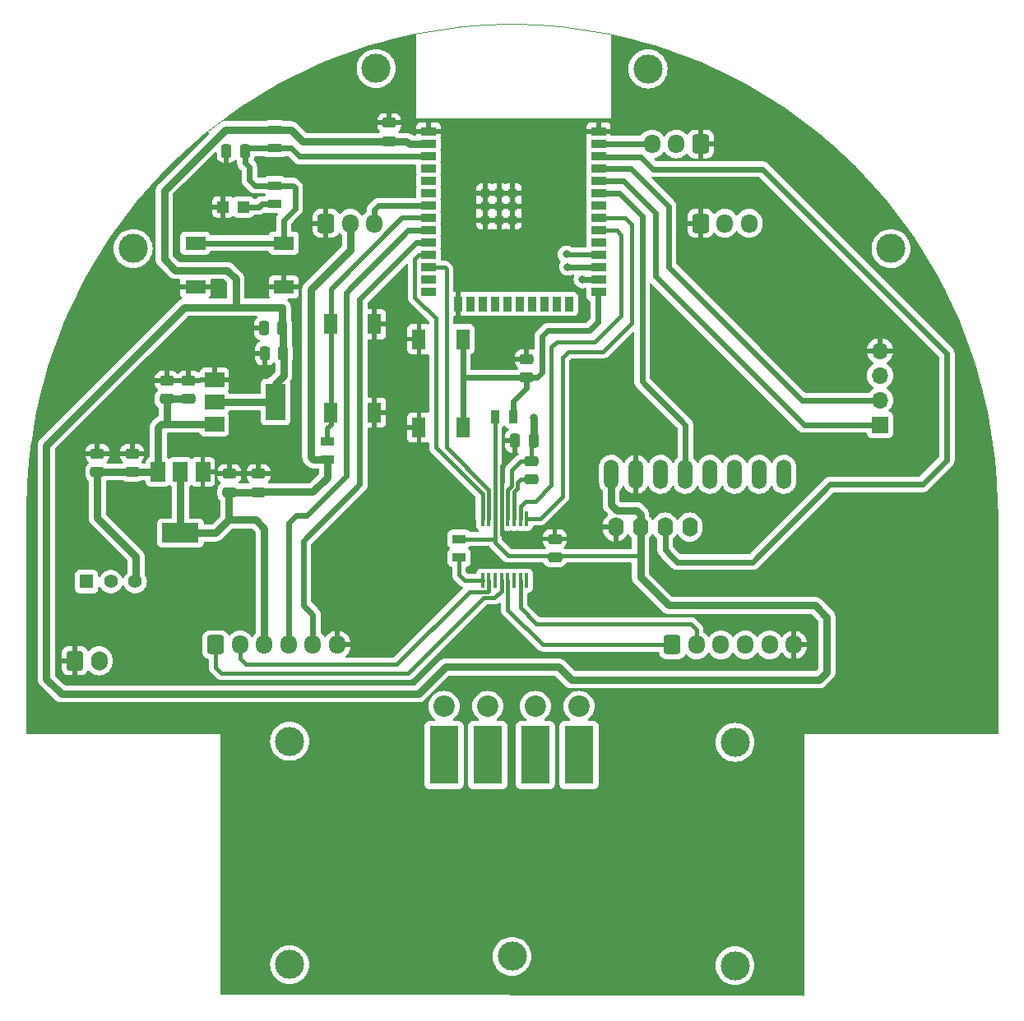
<source format=gbr>
%TF.GenerationSoftware,KiCad,Pcbnew,7.0.1*%
%TF.CreationDate,2023-08-15T21:04:50-03:00*%
%TF.ProjectId,BoverJr_PCBWAY,426f7665-724a-4725-9f50-43425741592e,rev?*%
%TF.SameCoordinates,Original*%
%TF.FileFunction,Copper,L1,Top*%
%TF.FilePolarity,Positive*%
%FSLAX46Y46*%
G04 Gerber Fmt 4.6, Leading zero omitted, Abs format (unit mm)*
G04 Created by KiCad (PCBNEW 7.0.1) date 2023-08-15 21:04:50*
%MOMM*%
%LPD*%
G01*
G04 APERTURE LIST*
G04 Aperture macros list*
%AMRoundRect*
0 Rectangle with rounded corners*
0 $1 Rounding radius*
0 $2 $3 $4 $5 $6 $7 $8 $9 X,Y pos of 4 corners*
0 Add a 4 corners polygon primitive as box body*
4,1,4,$2,$3,$4,$5,$6,$7,$8,$9,$2,$3,0*
0 Add four circle primitives for the rounded corners*
1,1,$1+$1,$2,$3*
1,1,$1+$1,$4,$5*
1,1,$1+$1,$6,$7*
1,1,$1+$1,$8,$9*
0 Add four rect primitives between the rounded corners*
20,1,$1+$1,$2,$3,$4,$5,0*
20,1,$1+$1,$4,$5,$6,$7,0*
20,1,$1+$1,$6,$7,$8,$9,0*
20,1,$1+$1,$8,$9,$2,$3,0*%
G04 Aperture macros list end*
%TA.AperFunction,SMDPad,CuDef*%
%ADD10R,0.889000X1.397000*%
%TD*%
%TA.AperFunction,SMDPad,CuDef*%
%ADD11R,1.397000X0.889000*%
%TD*%
%TA.AperFunction,SMDPad,CuDef*%
%ADD12RoundRect,0.250000X0.475000X-0.250000X0.475000X0.250000X-0.475000X0.250000X-0.475000X-0.250000X0*%
%TD*%
%TA.AperFunction,SMDPad,CuDef*%
%ADD13RoundRect,0.250000X0.250000X0.475000X-0.250000X0.475000X-0.250000X-0.475000X0.250000X-0.475000X0*%
%TD*%
%TA.AperFunction,ComponentPad*%
%ADD14RoundRect,0.250000X-0.600000X-0.725000X0.600000X-0.725000X0.600000X0.725000X-0.600000X0.725000X0*%
%TD*%
%TA.AperFunction,ComponentPad*%
%ADD15O,1.700000X1.950000*%
%TD*%
%TA.AperFunction,ComponentPad*%
%ADD16C,3.000000*%
%TD*%
%TA.AperFunction,ComponentPad*%
%ADD17RoundRect,0.250000X-0.600000X-0.750000X0.600000X-0.750000X0.600000X0.750000X-0.600000X0.750000X0*%
%TD*%
%TA.AperFunction,ComponentPad*%
%ADD18O,1.700000X2.000000*%
%TD*%
%TA.AperFunction,SMDPad,CuDef*%
%ADD19R,1.198880X1.198880*%
%TD*%
%TA.AperFunction,SMDPad,CuDef*%
%ADD20RoundRect,0.250000X-0.475000X0.250000X-0.475000X-0.250000X0.475000X-0.250000X0.475000X0.250000X0*%
%TD*%
%TA.AperFunction,ComponentPad*%
%ADD21C,2.200000*%
%TD*%
%TA.AperFunction,ComponentPad*%
%ADD22C,1.524000*%
%TD*%
%TA.AperFunction,ComponentPad*%
%ADD23R,3.000000X6.000000*%
%TD*%
%TA.AperFunction,ComponentPad*%
%ADD24R,1.700000X1.700000*%
%TD*%
%TA.AperFunction,ComponentPad*%
%ADD25O,1.700000X1.700000*%
%TD*%
%TA.AperFunction,ComponentPad*%
%ADD26RoundRect,0.250000X0.600000X0.725000X-0.600000X0.725000X-0.600000X-0.725000X0.600000X-0.725000X0*%
%TD*%
%TA.AperFunction,ComponentPad*%
%ADD27O,1.600000X2.000000*%
%TD*%
%TA.AperFunction,SMDPad,CuDef*%
%ADD28R,2.000000X1.500000*%
%TD*%
%TA.AperFunction,SMDPad,CuDef*%
%ADD29R,2.000000X3.800000*%
%TD*%
%TA.AperFunction,SMDPad,CuDef*%
%ADD30RoundRect,0.250000X-0.250000X-0.475000X0.250000X-0.475000X0.250000X0.475000X-0.250000X0.475000X0*%
%TD*%
%TA.AperFunction,SMDPad,CuDef*%
%ADD31R,0.300000X1.500000*%
%TD*%
%TA.AperFunction,ComponentPad*%
%ADD32R,1.408000X1.408000*%
%TD*%
%TA.AperFunction,ComponentPad*%
%ADD33C,1.408000*%
%TD*%
%TA.AperFunction,ComponentPad*%
%ADD34O,1.508000X3.016000*%
%TD*%
%TA.AperFunction,SMDPad,CuDef*%
%ADD35R,2.100000X1.400000*%
%TD*%
%TA.AperFunction,SMDPad,CuDef*%
%ADD36R,1.500000X2.000000*%
%TD*%
%TA.AperFunction,SMDPad,CuDef*%
%ADD37R,3.800000X2.000000*%
%TD*%
%TA.AperFunction,SMDPad,CuDef*%
%ADD38R,1.400000X2.100000*%
%TD*%
%TA.AperFunction,SMDPad,CuDef*%
%ADD39R,1.500000X0.900000*%
%TD*%
%TA.AperFunction,SMDPad,CuDef*%
%ADD40R,0.900000X1.500000*%
%TD*%
%TA.AperFunction,SMDPad,CuDef*%
%ADD41R,0.900000X0.900000*%
%TD*%
%TA.AperFunction,ViaPad*%
%ADD42C,0.800000*%
%TD*%
%TA.AperFunction,Conductor*%
%ADD43C,0.400000*%
%TD*%
%TA.AperFunction,Conductor*%
%ADD44C,0.750000*%
%TD*%
%TA.AperFunction,Conductor*%
%ADD45C,0.600000*%
%TD*%
%TA.AperFunction,Conductor*%
%ADD46C,0.500000*%
%TD*%
%TA.AperFunction,Profile*%
%ADD47C,0.100000*%
%TD*%
G04 APERTURE END LIST*
D10*
%TO.P,R8,1*%
%TO.N,/BOOT*%
X150127500Y-70250000D03*
%TO.P,R8,2*%
%TO.N,+3.3V*%
X148222500Y-70250000D03*
%TD*%
D11*
%TO.P,R2,1*%
%TO.N,/START*%
X131000000Y-72797500D03*
%TO.P,R2,2*%
%TO.N,+5V*%
X131000000Y-74702500D03*
%TD*%
D12*
%TO.P,C14,1*%
%TO.N,+3.3V*%
X137350000Y-41900000D03*
%TO.P,C14,2*%
%TO.N,GND*%
X137350000Y-40000000D03*
%TD*%
D13*
%TO.P,C7,1*%
%TO.N,+3.3V*%
X126450000Y-63750000D03*
%TO.P,C7,2*%
%TO.N,GND*%
X124550000Y-63750000D03*
%TD*%
D14*
%TO.P,J1,1,Pin_1*%
%TO.N,/OUT_A_MOTOR1*%
X166500000Y-93750000D03*
D15*
%TO.P,J1,2,Pin_2*%
%TO.N,/OUT_B_MOTOR1*%
X169000000Y-93750000D03*
%TO.P,J1,3,Pin_3*%
%TO.N,+5V*%
X171500000Y-93750000D03*
%TO.P,J1,4,Pin_4*%
%TO.N,/OUT_M1_DA*%
X174000000Y-93750000D03*
%TO.P,J1,5,Pin_5*%
%TO.N,/OUT_M1_DB*%
X176500000Y-93750000D03*
%TO.P,J1,6,Pin_6*%
%TO.N,GND*%
X179000000Y-93750000D03*
%TD*%
D16*
%TO.P,,1*%
%TO.N,N/C*%
X111000000Y-52950000D03*
%TD*%
D17*
%TO.P,J10,1,Pin_1*%
%TO.N,GND*%
X105000000Y-95400000D03*
D18*
%TO.P,J10,2,Pin_2*%
%TO.N,+BATT*%
X107500000Y-95400000D03*
%TD*%
D16*
%TO.P,,1*%
%TO.N,N/C*%
X189000000Y-52950000D03*
%TD*%
D19*
%TO.P,LED_ESP32,1,A*%
%TO.N,Net-(LED_ESP32-A)*%
X122349020Y-48650000D03*
%TO.P,LED_ESP32,2,K*%
%TO.N,GND*%
X120250980Y-48650000D03*
%TD*%
D20*
%TO.P,C3,1*%
%TO.N,GND*%
X120900000Y-76150000D03*
%TO.P,C3,2*%
%TO.N,+5V*%
X120900000Y-78050000D03*
%TD*%
D21*
%TO.P,J11,1,1*%
%TO.N,/OUT_B_MOTOR2*%
X147500000Y-100100000D03*
D22*
X147500000Y-103600000D03*
D23*
X147500000Y-105100000D03*
%TD*%
D24*
%TO.P,J3,1,Pin_1*%
%TO.N,/RX*%
X187875000Y-71100000D03*
D25*
%TO.P,J3,2,Pin_2*%
%TO.N,/TX*%
X187875000Y-68560000D03*
%TO.P,J3,3,Pin_3*%
%TO.N,+5V*%
X187875000Y-66020000D03*
%TO.P,J3,4,Pin_4*%
%TO.N,GND*%
X187875000Y-63480000D03*
%TD*%
D12*
%TO.P,C6,1*%
%TO.N,VCC*%
X116700000Y-68450000D03*
%TO.P,C6,2*%
%TO.N,GND*%
X116700000Y-66550000D03*
%TD*%
D21*
%TO.P,J7,1,1*%
%TO.N,/OUT_B_MOTOR1*%
X156900000Y-100100000D03*
D22*
X156900000Y-103600000D03*
D23*
X156900000Y-105100000D03*
%TD*%
D13*
%TO.P,C8,1*%
%TO.N,+3.3V*%
X126350000Y-61150000D03*
%TO.P,C8,2*%
%TO.N,GND*%
X124450000Y-61150000D03*
%TD*%
D26*
%TO.P,J8,1,Pin_1*%
%TO.N,GND*%
X169400000Y-42175000D03*
D15*
%TO.P,J8,2,Pin_2*%
%TO.N,+5V*%
X166900000Y-42175000D03*
%TO.P,J8,3,Pin_3*%
%TO.N,/IR_FRONTAL*%
X164400000Y-42175000D03*
%TD*%
D16*
%TO.P,,1*%
%TO.N,N/C*%
X136000000Y-34400000D03*
%TD*%
%TO.P,H1,1*%
%TO.N,N/C*%
X127100000Y-126700000D03*
%TO.P,H1,4*%
X127100000Y-103700000D03*
%TD*%
D14*
%TO.P,J4,1,Pin_1*%
%TO.N,GND*%
X169400000Y-50350000D03*
D15*
%TO.P,J4,2,Pin_2*%
%TO.N,+5V*%
X171900000Y-50350000D03*
%TO.P,J4,3,Pin_3*%
%TO.N,/IR_IZQ*%
X174400000Y-50350000D03*
%TD*%
D27*
%TO.P,OLED1,1,GND*%
%TO.N,GND*%
X160670000Y-81625000D03*
%TO.P,OLED1,2,VCC*%
%TO.N,+3.3V*%
X163210000Y-81625000D03*
%TO.P,OLED1,3,SCL*%
%TO.N,/SCL*%
X165750000Y-81625000D03*
%TO.P,OLED1,4,SDA*%
%TO.N,/SDA*%
X168290000Y-81625000D03*
%TD*%
D16*
%TO.P,H2,1*%
%TO.N,N/C*%
X172950000Y-103800000D03*
%TO.P,H2,4*%
X172950000Y-126800000D03*
%TD*%
D28*
%TO.P,U7,1,GND*%
%TO.N,GND*%
X119350000Y-66450000D03*
%TO.P,U7,2,VO*%
%TO.N,+3.3V*%
X119350000Y-68750000D03*
D29*
X125650000Y-68750000D03*
D28*
%TO.P,U7,3,VI*%
%TO.N,VCC*%
X119350000Y-71050000D03*
%TD*%
D14*
%TO.P,J5,1,Pin_1*%
%TO.N,GND*%
X130850000Y-50350000D03*
D15*
%TO.P,J5,2,Pin_2*%
%TO.N,+5V*%
X133350000Y-50350000D03*
%TO.P,J5,3,Pin_3*%
%TO.N,/IR_DER*%
X135850000Y-50350000D03*
%TD*%
D20*
%TO.P,C13,1*%
%TO.N,GND*%
X151500000Y-64325000D03*
%TO.P,C13,2*%
%TO.N,/BOOT*%
X151500000Y-66225000D03*
%TD*%
D21*
%TO.P,J6,1,1*%
%TO.N,/OUT_A_MOTOR1*%
X152400000Y-100100000D03*
D22*
X152400000Y-103600000D03*
D23*
X152400000Y-105100000D03*
%TD*%
D30*
%TO.P,C9,1*%
%TO.N,GND*%
X150300000Y-72750000D03*
%TO.P,C9,2*%
%TO.N,VCC*%
X152200000Y-72750000D03*
%TD*%
D31*
%TO.P,U5,1,nSLEEP*%
%TO.N,Net-(U5-nSLEEP)*%
X146955000Y-87153000D03*
%TO.P,U5,2,AOUT1*%
%TO.N,/OUT_B_MOTOR2*%
X147605000Y-87153000D03*
%TO.P,U5,3,AISEN*%
%TO.N,unconnected-(U5-AISEN-Pad3)*%
X148255000Y-87153000D03*
%TO.P,U5,4,AOUT2*%
%TO.N,/OUT_A_MOTOR2*%
X148905000Y-87153000D03*
%TO.P,U5,5,BOUT2*%
%TO.N,/OUT_A_MOTOR1*%
X149555000Y-87153000D03*
%TO.P,U5,6,BISEN*%
%TO.N,unconnected-(U5-BISEN-Pad6)*%
X150205000Y-87153000D03*
%TO.P,U5,7,BOUT1*%
%TO.N,/OUT_B_MOTOR1*%
X150855000Y-87153000D03*
%TO.P,U5,8,nFAULT*%
%TO.N,/NFAULT*%
X151505000Y-87153000D03*
%TO.P,U5,9,BIN1*%
%TO.N,/M1_IN1*%
X151505000Y-80753000D03*
%TO.P,U5,10,BIN2*%
%TO.N,/M1_IN2*%
X150855000Y-80753000D03*
%TO.P,U5,11,VCP*%
%TO.N,Net-(U5-VCP)*%
X150205000Y-80753000D03*
%TO.P,U5,12,VM*%
%TO.N,VCC*%
X149555000Y-80753000D03*
%TO.P,U5,13,GND*%
%TO.N,GND*%
X148905000Y-80753000D03*
%TO.P,U5,14,VINT*%
%TO.N,+3.3V*%
X148255000Y-80753000D03*
%TO.P,U5,15,AIN2*%
%TO.N,/M2_IN2*%
X147605000Y-80753000D03*
%TO.P,U5,16,AIN1*%
%TO.N,/M2_IN1*%
X146955000Y-80753000D03*
%TD*%
D20*
%TO.P,C10,1*%
%TO.N,GND*%
X154400000Y-82850000D03*
%TO.P,C10,2*%
%TO.N,+3.3V*%
X154400000Y-84750000D03*
%TD*%
D11*
%TO.P,R7,1*%
%TO.N,/EN*%
X125550000Y-42602500D03*
%TO.P,R7,2*%
%TO.N,+3.3V*%
X125550000Y-40697500D03*
%TD*%
D32*
%TO.P,SW1,1,A*%
%TO.N,+BATT*%
X106200000Y-87250000D03*
D33*
%TO.P,SW1,2,B*%
X108700000Y-87250000D03*
%TO.P,SW1,3,C*%
%TO.N,VCC*%
X111200000Y-87250000D03*
%TD*%
D20*
%TO.P,C11,1*%
%TO.N,VCC*%
X152000000Y-74850000D03*
%TO.P,C11,2*%
%TO.N,Net-(U5-VCP)*%
X152000000Y-76750000D03*
%TD*%
D34*
%TO.P,U2,1,VCC*%
%TO.N,+3.3V*%
X160210000Y-76200000D03*
%TO.P,U2,2,GND*%
%TO.N,GND*%
X162750000Y-76200000D03*
%TO.P,U2,3,SCL*%
%TO.N,/SCL*%
X165290000Y-76200000D03*
%TO.P,U2,4,SDA*%
%TO.N,/SDA*%
X167830000Y-76200000D03*
%TO.P,U2,5,XDA*%
%TO.N,unconnected-(U2-XDA-Pad5)*%
X170370000Y-76200000D03*
%TO.P,U2,6,XCL*%
%TO.N,unconnected-(U2-XCL-Pad6)*%
X172910000Y-76200000D03*
%TO.P,U2,7,ADO*%
%TO.N,unconnected-(U2-ADO-Pad7)*%
X175450000Y-76200000D03*
%TO.P,U2,8,INT*%
%TO.N,/INT_MPU6050*%
X177990000Y-76200000D03*
%TD*%
D11*
%TO.P,R3,1*%
%TO.N,+3.3V*%
X144540000Y-82857500D03*
%TO.P,R3,2*%
%TO.N,Net-(U5-nSLEEP)*%
X144540000Y-84762500D03*
%TD*%
D16*
%TO.P,,1*%
%TO.N,N/C*%
X150000000Y-125850000D03*
%TD*%
D35*
%TO.P,SW_EN1,1*%
%TO.N,GND*%
X117400000Y-56900000D03*
%TO.P,SW_EN1,2*%
X126500000Y-56900000D03*
%TO.P,SW_EN1,3*%
%TO.N,/EN*%
X117400000Y-52400000D03*
%TO.P,SW_EN1,4*%
X126500000Y-52400000D03*
%TD*%
D36*
%TO.P,U3,1,GND*%
%TO.N,GND*%
X118162000Y-75947000D03*
%TO.P,U3,2,VO*%
%TO.N,+5V*%
X115862000Y-75947000D03*
D37*
X115862000Y-82247000D03*
D36*
%TO.P,U3,3,VI*%
%TO.N,VCC*%
X113562000Y-75947000D03*
%TD*%
D38*
%TO.P,SW_START1,1*%
%TO.N,GND*%
X135825000Y-69837500D03*
%TO.P,SW_START1,2*%
X135825000Y-60737500D03*
%TO.P,SW_START1,3*%
%TO.N,/START*%
X131325000Y-69837500D03*
%TO.P,SW_START1,4*%
X131325000Y-60737500D03*
%TD*%
D11*
%TO.P,R1,1*%
%TO.N,Net-(LED_ESP32-A)*%
X125550000Y-48352500D03*
%TO.P,R1,2*%
%TO.N,/EN*%
X125550000Y-46447500D03*
%TD*%
D12*
%TO.P,C1,1*%
%TO.N,VCC*%
X107300000Y-75950000D03*
%TO.P,C1,2*%
%TO.N,GND*%
X107300000Y-74050000D03*
%TD*%
%TO.P,C5,1*%
%TO.N,VCC*%
X114450000Y-68450000D03*
%TO.P,C5,2*%
%TO.N,GND*%
X114450000Y-66550000D03*
%TD*%
D39*
%TO.P,U1,3V3,3V3*%
%TO.N,+3.3V*%
X141400000Y-42160000D03*
%TO.P,U1,5,SENSOR_VP*%
%TO.N,unconnected-(U1-SENSOR_VP-Pad5)*%
X141400000Y-44700000D03*
%TO.P,U1,8,SENSOR_VN*%
%TO.N,unconnected-(U1-SENSOR_VN-Pad8)*%
X141400000Y-45970000D03*
%TO.P,U1,9,EN*%
%TO.N,/EN*%
X141400000Y-43430000D03*
%TO.P,U1,10,IO34*%
%TO.N,unconnected-(U1-IO34-Pad10)*%
X141400000Y-47240000D03*
%TO.P,U1,11,IO35*%
%TO.N,/IR_DER*%
X141400000Y-48510000D03*
%TO.P,U1,12,IO32*%
%TO.N,/START*%
X141400000Y-49780000D03*
%TO.P,U1,13,IO33*%
%TO.N,/OUT_M2_DA*%
X141400000Y-51050000D03*
%TO.P,U1,14,IO25*%
%TO.N,/OUT_M2_DB*%
X141400000Y-52320000D03*
%TO.P,U1,15,IO26*%
%TO.N,/M2_IN1*%
X141400000Y-53590000D03*
%TO.P,U1,16,IO27*%
%TO.N,/M2_IN2*%
X141400000Y-54860000D03*
%TO.P,U1,17,IO14*%
%TO.N,unconnected-(U1-IO14-Pad17)*%
X141400000Y-56130000D03*
%TO.P,U1,18,IO12*%
%TO.N,unconnected-(U1-IO12-Pad18)*%
X141400000Y-57400000D03*
D40*
%TO.P,U1,20,IO13*%
%TO.N,unconnected-(U1-IO13-Pad20)*%
X145705000Y-58650000D03*
%TO.P,U1,21,IO15*%
%TO.N,unconnected-(U1-IO15-Pad21)*%
X154595000Y-58650000D03*
%TO.P,U1,22,IO2*%
%TO.N,unconnected-(U1-IO2-Pad22)*%
X155865000Y-58650000D03*
D39*
%TO.P,U1,23,IO0*%
%TO.N,/BOOT*%
X158900000Y-57400000D03*
%TO.P,U1,24,IO4*%
%TO.N,/OUT_M1_DB*%
X158900000Y-56130000D03*
%TO.P,U1,25,IO16*%
%TO.N,/OUT_M1_DA*%
X158900000Y-54860000D03*
%TO.P,U1,27,IO17*%
%TO.N,/IR_IZQ*%
X158900000Y-53590000D03*
D40*
%TO.P,U1,28,SD2*%
%TO.N,unconnected-(U1-SD2-Pad28)*%
X146975000Y-58650000D03*
%TO.P,U1,29,SD3*%
%TO.N,unconnected-(U1-SD3-Pad29)*%
X148245000Y-58650000D03*
%TO.P,U1,30,CMD*%
%TO.N,unconnected-(U1-CMD-Pad30)*%
X149515000Y-58650000D03*
%TO.P,U1,31,CLK*%
%TO.N,unconnected-(U1-CLK-Pad31)*%
X150785000Y-58650000D03*
%TO.P,U1,32,SD0*%
%TO.N,unconnected-(U1-SD0-Pad32)*%
X152055000Y-58650000D03*
%TO.P,U1,33,SD1*%
%TO.N,unconnected-(U1-SD1-Pad33)*%
X153325000Y-58650000D03*
D39*
%TO.P,U1,34,IO5*%
%TO.N,unconnected-(U1-IO5-Pad34)*%
X158900000Y-52320000D03*
%TO.P,U1,35,IO18*%
%TO.N,/M1_IN2*%
X158900000Y-51050000D03*
%TO.P,U1,36,IO23*%
%TO.N,/IR_FRONTAL*%
X158900000Y-42160000D03*
%TO.P,U1,38,IO19*%
%TO.N,/M1_IN1*%
X158900000Y-49780000D03*
%TO.P,U1,39,IO22*%
%TO.N,/SCL*%
X158900000Y-43430000D03*
%TO.P,U1,40,RXD0*%
%TO.N,/RX*%
X158900000Y-45970000D03*
%TO.P,U1,41,TXD0*%
%TO.N,/TX*%
X158900000Y-44700000D03*
%TO.P,U1,42,IO21*%
%TO.N,/SDA*%
X158900000Y-47240000D03*
%TO.P,U1,GND,GND*%
%TO.N,GND*%
X141400000Y-40890000D03*
D40*
X144435000Y-58650000D03*
D41*
X147250000Y-47210000D03*
X147250000Y-48610000D03*
X147250000Y-50010000D03*
X148650000Y-47210000D03*
X148650000Y-48610000D03*
X148650000Y-50010000D03*
X150050000Y-47210000D03*
X150050000Y-48610000D03*
X150050000Y-50010000D03*
D39*
X158900000Y-40890000D03*
%TO.P,U1,NC,NC*%
%TO.N,unconnected-(U1-PadNC)*%
X158900000Y-48510000D03*
%TD*%
D12*
%TO.P,C4,1*%
%TO.N,+5V*%
X123900000Y-78050000D03*
%TO.P,C4,2*%
%TO.N,GND*%
X123900000Y-76150000D03*
%TD*%
%TO.P,C2,1*%
%TO.N,VCC*%
X110900000Y-75950000D03*
%TO.P,C2,2*%
%TO.N,GND*%
X110900000Y-74050000D03*
%TD*%
D14*
%TO.P,J2,1,Pin_1*%
%TO.N,/OUT_A_MOTOR2*%
X119500000Y-93750000D03*
D15*
%TO.P,J2,2,Pin_2*%
%TO.N,/OUT_B_MOTOR2*%
X122000000Y-93750000D03*
%TO.P,J2,3,Pin_3*%
%TO.N,+5V*%
X124500000Y-93750000D03*
%TO.P,J2,4,Pin_4*%
%TO.N,/OUT_M2_DA*%
X127000000Y-93750000D03*
%TO.P,J2,5,Pin_5*%
%TO.N,/OUT_M2_DB*%
X129500000Y-93750000D03*
%TO.P,J2,6,Pin_6*%
%TO.N,GND*%
X132000000Y-93750000D03*
%TD*%
D30*
%TO.P,C12,1*%
%TO.N,GND*%
X120600000Y-42900000D03*
%TO.P,C12,2*%
%TO.N,/EN*%
X122500000Y-42900000D03*
%TD*%
D38*
%TO.P,SW_BOOT1,1*%
%TO.N,GND*%
X140425000Y-62275000D03*
%TO.P,SW_BOOT1,2*%
X140425000Y-71375000D03*
%TO.P,SW_BOOT1,3*%
%TO.N,/BOOT*%
X144925000Y-62275000D03*
%TO.P,SW_BOOT1,4*%
X144925000Y-71375000D03*
%TD*%
D16*
%TO.P,,1*%
%TO.N,N/C*%
X164000000Y-34450000D03*
%TD*%
D22*
%TO.P,J9,1,1*%
%TO.N,/OUT_A_MOTOR2*%
X143000000Y-103600000D03*
D23*
X143000000Y-105100000D03*
D21*
X143000000Y-100100000D03*
%TD*%
D42*
%TO.N,/OUT_M1_DA*%
X155750000Y-54825000D03*
%TO.N,/OUT_M1_DB*%
X157250000Y-56125000D03*
%TO.N,VCC*%
X152200000Y-70400000D03*
%TO.N,/IR_IZQ*%
X155600000Y-53550000D03*
%TD*%
D43*
%TO.N,GND*%
X139820000Y-40920000D02*
X138900000Y-40000000D01*
X148905000Y-75345000D02*
X150290000Y-73960000D01*
X158400000Y-81600000D02*
X160680000Y-81600000D01*
X149950000Y-72800000D02*
X149950000Y-72250000D01*
X138900000Y-40000000D02*
X137350000Y-40000000D01*
X148905000Y-80753000D02*
X148905000Y-75345000D01*
X150290000Y-72760000D02*
X150300000Y-72750000D01*
X141400000Y-40920000D02*
X139820000Y-40920000D01*
X148905000Y-80753000D02*
X148905000Y-82355000D01*
X150290000Y-73960000D02*
X150290000Y-72760000D01*
X148905000Y-82355000D02*
X149350000Y-82800000D01*
X149350000Y-82800000D02*
X157200000Y-82800000D01*
X157200000Y-82800000D02*
X158400000Y-81600000D01*
D44*
%TO.N,+5V*%
X129552500Y-74702500D02*
X129275000Y-74425000D01*
X123600000Y-80900000D02*
X120800000Y-80900000D01*
X123950000Y-78000000D02*
X129500000Y-78000000D01*
X115862000Y-82247000D02*
X119453000Y-82247000D01*
X129275000Y-74425000D02*
X129275000Y-57125000D01*
X119453000Y-82247000D02*
X120600000Y-81100000D01*
X123900000Y-78050000D02*
X123950000Y-78000000D01*
X131000000Y-76500000D02*
X131000000Y-74702500D01*
X129500000Y-78000000D02*
X131000000Y-76500000D01*
X120860000Y-78090000D02*
X120900000Y-78050000D01*
X124500000Y-93750000D02*
X124500000Y-81800000D01*
X120600000Y-81100000D02*
X120860000Y-80840000D01*
X131000000Y-74702500D02*
X129552500Y-74702500D01*
X115862000Y-75947000D02*
X115862000Y-82247000D01*
X133350000Y-53050000D02*
X133350000Y-50350000D01*
X120800000Y-80900000D02*
X120600000Y-81100000D01*
X129275000Y-57125000D02*
X133350000Y-53050000D01*
X124500000Y-81800000D02*
X123600000Y-80900000D01*
X120900000Y-78050000D02*
X123900000Y-78050000D01*
X120860000Y-80840000D02*
X120860000Y-78090000D01*
%TO.N,+3.3V*%
X103600000Y-98800000D02*
X140400000Y-98800000D01*
X126450000Y-63750000D02*
X126450000Y-61250000D01*
D43*
X148255000Y-83255000D02*
X149600000Y-84600000D01*
D44*
X121350000Y-59000000D02*
X121550000Y-58800000D01*
D43*
X148212500Y-82857500D02*
X148255000Y-82900000D01*
D44*
X154800000Y-96050000D02*
X156100000Y-97350000D01*
D43*
X144540000Y-82857500D02*
X148212500Y-82857500D01*
X148255000Y-80753000D02*
X148255000Y-83255000D01*
D44*
X120700000Y-55200000D02*
X115350000Y-55200000D01*
D43*
X148255000Y-80753000D02*
X148255000Y-75505000D01*
D44*
X143150000Y-96050000D02*
X154800000Y-96050000D01*
X156100000Y-97350000D02*
X181650000Y-97350000D01*
X163220000Y-86820000D02*
X163220000Y-84970000D01*
X182400000Y-90900000D02*
X181200000Y-89700000D01*
X162850000Y-79950000D02*
X160800000Y-79950000D01*
X127247500Y-40697500D02*
X128450000Y-41900000D01*
X114200000Y-46950000D02*
X120452500Y-40697500D01*
X128450000Y-41900000D02*
X137350000Y-41900000D01*
X166100000Y-89700000D02*
X163220000Y-86820000D01*
D43*
X148255000Y-82900000D02*
X148255000Y-83255000D01*
D44*
X160210000Y-79360000D02*
X160210000Y-76200000D01*
X126500000Y-66000000D02*
X126500000Y-63800000D01*
D43*
X148250000Y-75500000D02*
X148250000Y-70277500D01*
D44*
X181650000Y-97350000D02*
X182400000Y-96600000D01*
X163220000Y-84970000D02*
X163220000Y-80320000D01*
X121550000Y-56050000D02*
X120700000Y-55200000D01*
X137350000Y-41900000D02*
X139150000Y-41900000D01*
D43*
X149600000Y-84600000D02*
X163220000Y-84600000D01*
D44*
X126350000Y-61150000D02*
X126350000Y-59000000D01*
D43*
X163220000Y-84600000D02*
X163220000Y-84970000D01*
D44*
X160800000Y-79950000D02*
X160210000Y-79360000D01*
X120452500Y-40697500D02*
X127247500Y-40697500D01*
X115350000Y-55200000D02*
X114200000Y-54050000D01*
X125650000Y-68750000D02*
X125650000Y-66850000D01*
X126450000Y-61250000D02*
X126350000Y-61150000D01*
X163220000Y-80320000D02*
X162850000Y-79950000D01*
X139440000Y-42190000D02*
X141400000Y-42190000D01*
X126500000Y-63800000D02*
X126450000Y-63750000D01*
X102050000Y-73200000D02*
X102050000Y-97250000D01*
X139150000Y-41900000D02*
X139440000Y-42190000D01*
X140400000Y-98800000D02*
X143150000Y-96050000D01*
D43*
X148250000Y-70277500D02*
X148222500Y-70250000D01*
D44*
X125650000Y-68750000D02*
X119350000Y-68750000D01*
X116250000Y-59000000D02*
X102050000Y-73200000D01*
X102050000Y-97250000D02*
X103600000Y-98800000D01*
X181200000Y-89700000D02*
X166100000Y-89700000D01*
X126350000Y-59000000D02*
X116250000Y-59000000D01*
X126350000Y-59000000D02*
X121350000Y-59000000D01*
X125650000Y-66850000D02*
X126500000Y-66000000D01*
X114200000Y-54050000D02*
X114200000Y-46950000D01*
X182400000Y-96600000D02*
X182400000Y-90900000D01*
X121550000Y-58800000D02*
X121550000Y-56050000D01*
D43*
X148255000Y-75505000D02*
X148250000Y-75500000D01*
D45*
%TO.N,/EN*%
X127687500Y-46687500D02*
X127447500Y-46447500D01*
X127687500Y-48812500D02*
X127687500Y-46687500D01*
X117400000Y-52400000D02*
X126500000Y-52400000D01*
X126500000Y-50000000D02*
X127687500Y-48812500D01*
X122950000Y-44550000D02*
X122500000Y-44100000D01*
X123497500Y-46447500D02*
X122950000Y-45900000D01*
X126500000Y-52400000D02*
X126500000Y-50000000D01*
X127252500Y-42602500D02*
X122797500Y-42602500D01*
X141385000Y-43475000D02*
X128125000Y-43475000D01*
X141400000Y-43460000D02*
X141385000Y-43475000D01*
X122950000Y-45900000D02*
X122950000Y-44550000D01*
X122500000Y-44100000D02*
X122500000Y-42900000D01*
X128125000Y-43475000D02*
X127252500Y-42602500D01*
X122797500Y-42602500D02*
X122500000Y-42900000D01*
X127447500Y-46447500D02*
X123497500Y-46447500D01*
%TO.N,/BOOT*%
X146875000Y-66225000D02*
X144925000Y-66225000D01*
X150100000Y-70222500D02*
X150100000Y-68675000D01*
X158850000Y-60500000D02*
X157950000Y-61400000D01*
X150127500Y-70250000D02*
X150100000Y-70222500D01*
X158900000Y-57430000D02*
X158850000Y-57480000D01*
X151500000Y-66225000D02*
X146875000Y-66225000D01*
X152555000Y-66225000D02*
X151500000Y-66225000D01*
X158850000Y-57480000D02*
X158850000Y-60500000D01*
X153110000Y-65670000D02*
X152555000Y-66225000D01*
X157950000Y-61400000D02*
X153710000Y-61400000D01*
X144925000Y-66225000D02*
X144925000Y-62275000D01*
X150100000Y-68675000D02*
X151500000Y-67275000D01*
X153110000Y-62000000D02*
X153110000Y-65670000D01*
X153710000Y-61400000D02*
X153110000Y-62000000D01*
X151500000Y-67275000D02*
X151500000Y-66225000D01*
X144925000Y-66225000D02*
X144925000Y-71375000D01*
D43*
%TO.N,/OUT_A_MOTOR1*%
X149555000Y-90155000D02*
X153150000Y-93750000D01*
X153150000Y-93750000D02*
X166500000Y-93750000D01*
X149555000Y-87153000D02*
X149555000Y-90155000D01*
%TO.N,/OUT_B_MOTOR1*%
X168400000Y-91600000D02*
X152500000Y-91600000D01*
X150855000Y-89955000D02*
X150855000Y-87153000D01*
X152500000Y-91600000D02*
X150855000Y-89955000D01*
X169000000Y-92200000D02*
X168400000Y-91600000D01*
X169000000Y-93750000D02*
X169000000Y-92200000D01*
D45*
%TO.N,/OUT_M1_DA*%
X155750000Y-54825000D02*
X158835000Y-54825000D01*
X158835000Y-54825000D02*
X158900000Y-54890000D01*
%TO.N,/OUT_M1_DB*%
X157275000Y-56100000D02*
X158840000Y-56100000D01*
X158840000Y-56100000D02*
X158900000Y-56160000D01*
X157250000Y-56125000D02*
X157275000Y-56100000D01*
D43*
%TO.N,/OUT_A_MOTOR2*%
X139300000Y-96700000D02*
X147097000Y-88903000D01*
X119500000Y-96100000D02*
X120100000Y-96700000D01*
X148205000Y-88903000D02*
X148905000Y-88203000D01*
X148905000Y-88203000D02*
X148905000Y-87153000D01*
X119500000Y-93750000D02*
X119500000Y-96100000D01*
X147097000Y-88903000D02*
X148205000Y-88903000D01*
X120100000Y-96700000D02*
X139300000Y-96700000D01*
%TO.N,/OUT_B_MOTOR2*%
X145597000Y-88303000D02*
X138100000Y-95800000D01*
X122000000Y-95200000D02*
X122000000Y-93750000D01*
X147605000Y-87153000D02*
X147605000Y-88203000D01*
X122600000Y-95800000D02*
X122000000Y-95200000D01*
X147605000Y-88203000D02*
X147505000Y-88303000D01*
X138100000Y-95800000D02*
X122600000Y-95800000D01*
X147505000Y-88303000D02*
X145597000Y-88303000D01*
D45*
%TO.N,/OUT_M2_DA*%
X128866000Y-80430000D02*
X132900000Y-76396000D01*
X127000000Y-81230000D02*
X127800000Y-80430000D01*
X132900000Y-76396000D02*
X132900000Y-57500000D01*
X127800000Y-80430000D02*
X128866000Y-80430000D01*
X132900000Y-57500000D02*
X139325000Y-51075000D01*
X127000000Y-93750000D02*
X127000000Y-81230000D01*
X141395000Y-51075000D02*
X141400000Y-51080000D01*
X139325000Y-51075000D02*
X141395000Y-51075000D01*
%TO.N,/OUT_M2_DB*%
X128524000Y-83058000D02*
X134325000Y-77257000D01*
X129500000Y-90638000D02*
X128524000Y-89662000D01*
X128524000Y-89662000D02*
X128524000Y-83058000D01*
X134325000Y-77257000D02*
X134325000Y-58175000D01*
X129500000Y-93750000D02*
X129500000Y-90638000D01*
X134325000Y-58175000D02*
X140150000Y-52350000D01*
X140150000Y-52350000D02*
X141400000Y-52350000D01*
D44*
%TO.N,VCC*%
X113562000Y-75947000D02*
X110903000Y-75947000D01*
D43*
X152000000Y-74850000D02*
X152000000Y-72950000D01*
D44*
X113562000Y-71388000D02*
X113900000Y-71050000D01*
X111300000Y-87190000D02*
X111240000Y-87250000D01*
D43*
X150900000Y-74850000D02*
X152000000Y-74850000D01*
D44*
X152200000Y-70400000D02*
X152200000Y-72750000D01*
D43*
X152000000Y-72950000D02*
X152200000Y-72750000D01*
D44*
X107300000Y-75950000D02*
X107300000Y-80700000D01*
X114500000Y-71050000D02*
X119350000Y-71050000D01*
D43*
X149950000Y-77400000D02*
X149950000Y-75800000D01*
D44*
X113562000Y-71388000D02*
X113562000Y-75947000D01*
D43*
X149950000Y-75800000D02*
X150900000Y-74850000D01*
D44*
X111300000Y-84700000D02*
X111300000Y-87190000D01*
D43*
X152000000Y-74850000D02*
X151750000Y-74850000D01*
X149555000Y-77795000D02*
X149950000Y-77400000D01*
D44*
X114450000Y-68450000D02*
X116700000Y-68450000D01*
X113900000Y-71050000D02*
X114500000Y-71050000D01*
X114500000Y-71050000D02*
X114500000Y-68500000D01*
X107300000Y-80700000D02*
X111300000Y-84700000D01*
D43*
X149555000Y-80753000D02*
X149555000Y-77795000D01*
D44*
X114500000Y-68500000D02*
X114450000Y-68450000D01*
X110900000Y-75950000D02*
X107300000Y-75950000D01*
X110903000Y-75947000D02*
X110900000Y-75950000D01*
D45*
%TO.N,Net-(LED_ESP32-A)*%
X122349020Y-48650000D02*
X123950000Y-48650000D01*
X123950000Y-48650000D02*
X124250000Y-48350000D01*
X125547500Y-48350000D02*
X125550000Y-48352500D01*
X124250000Y-48350000D02*
X125547500Y-48350000D01*
D46*
%TO.N,/IR_IZQ*%
X155600000Y-53550000D02*
X155670000Y-53620000D01*
X155670000Y-53620000D02*
X158900000Y-53620000D01*
D45*
%TO.N,/IR_DER*%
X136250000Y-48550000D02*
X135850000Y-48950000D01*
X141400000Y-48540000D02*
X141390000Y-48550000D01*
X135850000Y-48950000D02*
X135850000Y-50350000D01*
X141390000Y-48550000D02*
X136250000Y-48550000D01*
D46*
%TO.N,/START*%
X131000000Y-71500000D02*
X131000000Y-72797500D01*
X131000000Y-71500000D02*
X131375000Y-71125000D01*
X138725000Y-49825000D02*
X141385000Y-49825000D01*
X141385000Y-49825000D02*
X141400000Y-49810000D01*
X131375000Y-57175000D02*
X138725000Y-49825000D01*
X131375000Y-71125000D02*
X131375000Y-57175000D01*
D43*
%TO.N,Net-(U5-nSLEEP)*%
X145153000Y-87153000D02*
X144540000Y-86540000D01*
X146955000Y-87153000D02*
X145153000Y-87153000D01*
X144540000Y-86540000D02*
X144540000Y-85207000D01*
%TO.N,/M2_IN1*%
X146955000Y-78255000D02*
X146955000Y-80753000D01*
X140380000Y-53620000D02*
X140000000Y-54000000D01*
X140000000Y-54000000D02*
X140000000Y-58000000D01*
X140000000Y-58000000D02*
X142150000Y-60150000D01*
X141400000Y-53620000D02*
X140380000Y-53620000D01*
X142150000Y-73450000D02*
X146955000Y-78255000D01*
X142150000Y-60150000D02*
X142150000Y-73450000D01*
%TO.N,/M2_IN2*%
X143225000Y-55040000D02*
X143075000Y-54890000D01*
X143225000Y-73425000D02*
X143225000Y-55040000D01*
X143075000Y-54890000D02*
X141400000Y-54890000D01*
X147605000Y-80753000D02*
X147605000Y-77805000D01*
X147605000Y-77805000D02*
X143225000Y-73425000D01*
%TO.N,/M1_IN2*%
X160770000Y-51080000D02*
X158900000Y-51080000D01*
X161225000Y-51535000D02*
X160770000Y-51080000D01*
X158525000Y-62575000D02*
X161225000Y-59875000D01*
X154575000Y-62575000D02*
X158525000Y-62575000D01*
X161225000Y-59875000D02*
X161225000Y-51535000D01*
X150855000Y-80753000D02*
X150855000Y-79523000D01*
X150855000Y-79523000D02*
X151384000Y-78994000D01*
X154050000Y-77344000D02*
X154050000Y-63100000D01*
X152400000Y-78994000D02*
X154050000Y-77344000D01*
X154050000Y-63100000D02*
X154575000Y-62575000D01*
X151384000Y-78994000D02*
X152400000Y-78994000D01*
D45*
%TO.N,/IR_FRONTAL*%
X164400000Y-42150000D02*
X158910000Y-42150000D01*
X158910000Y-42150000D02*
X158900000Y-42160000D01*
%TO.N,/TX*%
X166116000Y-48616000D02*
X166116000Y-54864000D01*
X158900000Y-44730000D02*
X158905000Y-44725000D01*
X179832000Y-68580000D02*
X187960000Y-68580000D01*
X158905000Y-44725000D02*
X162225000Y-44725000D01*
X166116000Y-54864000D02*
X179832000Y-68580000D01*
X162225000Y-44725000D02*
X166116000Y-48616000D01*
%TO.N,/RX*%
X164750000Y-55784000D02*
X180086000Y-71120000D01*
X161500000Y-46000000D02*
X164750000Y-49250000D01*
X180086000Y-71120000D02*
X187960000Y-71120000D01*
X164750000Y-49250000D02*
X164750000Y-55784000D01*
X158900000Y-46000000D02*
X161500000Y-46000000D01*
D43*
%TO.N,/M1_IN1*%
X158900000Y-49810000D02*
X161610000Y-49810000D01*
X152927000Y-80753000D02*
X151505000Y-80753000D01*
X155200000Y-64150000D02*
X155200000Y-78480000D01*
X161610000Y-49810000D02*
X162275000Y-50475000D01*
X155775000Y-63575000D02*
X155200000Y-64150000D01*
X162275000Y-50475000D02*
X162275000Y-60650000D01*
X159350000Y-63575000D02*
X155775000Y-63575000D01*
X162275000Y-60650000D02*
X159350000Y-63575000D01*
X155200000Y-78480000D02*
X152927000Y-80753000D01*
D45*
%TO.N,/SCL*%
X192250000Y-77250000D02*
X182750000Y-77250000D01*
X194750000Y-74750000D02*
X192250000Y-77250000D01*
X163250000Y-43500000D02*
X164500000Y-44750000D01*
X166000000Y-84200000D02*
X165750000Y-83950000D01*
X166000000Y-84250000D02*
X166000000Y-84200000D01*
X165750000Y-83950000D02*
X165750000Y-81625000D01*
X158900000Y-43460000D02*
X158940000Y-43500000D01*
X194750000Y-63750000D02*
X194750000Y-74750000D01*
X174750000Y-85250000D02*
X167000000Y-85250000D01*
X164500000Y-44750000D02*
X175750000Y-44750000D01*
X182750000Y-77250000D02*
X174750000Y-85250000D01*
X167000000Y-85250000D02*
X166000000Y-84250000D01*
X175750000Y-44750000D02*
X194750000Y-63750000D01*
X158940000Y-43500000D02*
X163250000Y-43500000D01*
%TO.N,/SDA*%
X161020000Y-47270000D02*
X158900000Y-47270000D01*
X163375000Y-49625000D02*
X161020000Y-47270000D01*
X167830000Y-76200000D02*
X167830000Y-71080000D01*
X163375000Y-66625000D02*
X163375000Y-49625000D01*
X167830000Y-71080000D02*
X163375000Y-66625000D01*
D43*
%TO.N,Net-(U5-VCP)*%
X150550000Y-77050000D02*
X150850000Y-76750000D01*
X150550000Y-77648528D02*
X150550000Y-77050000D01*
X150205000Y-77993528D02*
X150550000Y-77648528D01*
X150205000Y-80753000D02*
X150205000Y-77993528D01*
X150850000Y-76750000D02*
X152000000Y-76750000D01*
%TD*%
%TA.AperFunction,Conductor*%
%TO.N,GND*%
G36*
X140055199Y-30865350D02*
G01*
X140104307Y-30889506D01*
X140138233Y-30932448D01*
X140150370Y-30985813D01*
X140156412Y-36374369D01*
X140160000Y-39575000D01*
X160180000Y-39565000D01*
X160168557Y-34449999D01*
X161994389Y-34449999D01*
X162014804Y-34735429D01*
X162075629Y-35015041D01*
X162175634Y-35283163D01*
X162312772Y-35534313D01*
X162398517Y-35648854D01*
X162484261Y-35763395D01*
X162686605Y-35965739D01*
X162843285Y-36083028D01*
X162915686Y-36137227D01*
X163055435Y-36213535D01*
X163166839Y-36274367D01*
X163434954Y-36374369D01*
X163434957Y-36374369D01*
X163434958Y-36374370D01*
X163484720Y-36385195D01*
X163714572Y-36435196D01*
X163978012Y-36454037D01*
X163999999Y-36455610D01*
X163999999Y-36455609D01*
X164000000Y-36455610D01*
X164285428Y-36435196D01*
X164565046Y-36374369D01*
X164833161Y-36274367D01*
X165084315Y-36137226D01*
X165313395Y-35965739D01*
X165515739Y-35763395D01*
X165687226Y-35534315D01*
X165824367Y-35283161D01*
X165924369Y-35015046D01*
X165985196Y-34735428D01*
X166005610Y-34450000D01*
X165985196Y-34164572D01*
X165924369Y-33884954D01*
X165824367Y-33616839D01*
X165687226Y-33365685D01*
X165649796Y-33315685D01*
X165644354Y-33308414D01*
X165515739Y-33136605D01*
X165313395Y-32934261D01*
X165198854Y-32848517D01*
X165084313Y-32762772D01*
X164833163Y-32625634D01*
X164833162Y-32625633D01*
X164833161Y-32625633D01*
X164565046Y-32525631D01*
X164565041Y-32525629D01*
X164285429Y-32464804D01*
X164000000Y-32444389D01*
X163714570Y-32464804D01*
X163434958Y-32525629D01*
X163166836Y-32625634D01*
X162915686Y-32762772D01*
X162686602Y-32934263D01*
X162484263Y-33136602D01*
X162312772Y-33365686D01*
X162175634Y-33616836D01*
X162075629Y-33884958D01*
X162014804Y-34164570D01*
X161994389Y-34449999D01*
X160168557Y-34449999D01*
X160160956Y-31052705D01*
X160172958Y-30999209D01*
X160206858Y-30956116D01*
X160256026Y-30931853D01*
X160310847Y-30931165D01*
X161113160Y-31102486D01*
X161116448Y-31103236D01*
X162474590Y-31433329D01*
X162477831Y-31434165D01*
X163826129Y-31802205D01*
X163829394Y-31803145D01*
X165166874Y-32208865D01*
X165170161Y-32209913D01*
X166413902Y-32625633D01*
X166495599Y-32652940D01*
X166498875Y-32654085D01*
X167811490Y-33134156D01*
X167814674Y-33135372D01*
X169113248Y-33652043D01*
X169116407Y-33653351D01*
X170400005Y-34206251D01*
X170403105Y-34207637D01*
X171670728Y-34796337D01*
X171673815Y-34797824D01*
X172924409Y-35421833D01*
X172927435Y-35423397D01*
X174160012Y-36082223D01*
X174162979Y-36083863D01*
X175376613Y-36777011D01*
X175379564Y-36778751D01*
X176573296Y-37505673D01*
X176576177Y-37507484D01*
X177137266Y-37871114D01*
X177141405Y-37873917D01*
X179963101Y-39870810D01*
X180513442Y-40260282D01*
X180517756Y-40263478D01*
X181104847Y-40718345D01*
X181141626Y-40746840D01*
X181144330Y-40748996D01*
X181706297Y-41210191D01*
X182224681Y-41635618D01*
X182227338Y-41637862D01*
X182958134Y-42272734D01*
X182961357Y-42275634D01*
X185151562Y-44316990D01*
X185153460Y-44318797D01*
X185318400Y-44479174D01*
X185320825Y-44481599D01*
X186217464Y-45403748D01*
X186295090Y-45483582D01*
X186297480Y-45486109D01*
X187225746Y-46495971D01*
X187243296Y-46515063D01*
X187245604Y-46517647D01*
X187449075Y-46751861D01*
X188162137Y-47572661D01*
X188164381Y-47575318D01*
X188479502Y-47959294D01*
X188480888Y-47961013D01*
X189934929Y-49798537D01*
X189937803Y-49802317D01*
X190735818Y-50894236D01*
X190737831Y-50897072D01*
X191530510Y-52048121D01*
X191532442Y-52051013D01*
X191748865Y-52384958D01*
X192265227Y-53181716D01*
X192292495Y-53223790D01*
X192294338Y-53226722D01*
X192299640Y-53235429D01*
X192573796Y-53685641D01*
X192575307Y-53688191D01*
X193932210Y-56041301D01*
X193934148Y-56044791D01*
X194376585Y-56872532D01*
X194378179Y-56875617D01*
X194533010Y-57185917D01*
X195002164Y-58126161D01*
X195003673Y-58129294D01*
X195137556Y-58417579D01*
X195573813Y-59356954D01*
X195592345Y-59396857D01*
X195593765Y-59400032D01*
X196070041Y-60505745D01*
X196072860Y-60512890D01*
X197800205Y-65322882D01*
X197802163Y-65328796D01*
X197940428Y-65784592D01*
X197984090Y-65928527D01*
X197996843Y-65970566D01*
X197997805Y-65973909D01*
X198081684Y-66281197D01*
X198357053Y-67290000D01*
X198365817Y-67322104D01*
X198366682Y-67325459D01*
X198626216Y-68393290D01*
X198696751Y-68683500D01*
X198697525Y-68686891D01*
X198979555Y-70007669D01*
X198989367Y-70053617D01*
X198990046Y-70057028D01*
X199084888Y-70571439D01*
X199085376Y-70574272D01*
X199510268Y-73221676D01*
X199510848Y-73225716D01*
X199635206Y-74205683D01*
X199635596Y-74209139D01*
X199772583Y-75599999D01*
X199772875Y-75603465D01*
X199870798Y-76997573D01*
X199870993Y-77001045D01*
X199929777Y-78397350D01*
X199929875Y-78400827D01*
X199949488Y-79799144D01*
X199949500Y-79800883D01*
X199949500Y-79841290D01*
X199951885Y-79852725D01*
X199999491Y-83708771D01*
X199999500Y-83710302D01*
X199999500Y-102775500D01*
X199982887Y-102837500D01*
X199937500Y-102882887D01*
X199875500Y-102899500D01*
X180024760Y-102899500D01*
X180024554Y-102899459D01*
X179999998Y-102899459D01*
X179999807Y-102899538D01*
X179999619Y-102899615D01*
X179999615Y-102899618D01*
X179999459Y-102899999D01*
X179999476Y-102924616D01*
X179999471Y-102924616D01*
X179999500Y-102924760D01*
X179999500Y-129675397D01*
X179982870Y-129737427D01*
X179937440Y-129782819D01*
X179875398Y-129799396D01*
X142346370Y-129768121D01*
X120124397Y-129749603D01*
X120062440Y-129732956D01*
X120017096Y-129687573D01*
X120000500Y-129625603D01*
X120000500Y-126699999D01*
X125094389Y-126699999D01*
X125114804Y-126985429D01*
X125175629Y-127265041D01*
X125275634Y-127533163D01*
X125412772Y-127784313D01*
X125487633Y-127884315D01*
X125584261Y-128013395D01*
X125786605Y-128215739D01*
X125958415Y-128344354D01*
X126015686Y-128387227D01*
X126155435Y-128463535D01*
X126266839Y-128524367D01*
X126534954Y-128624369D01*
X126534957Y-128624369D01*
X126534958Y-128624370D01*
X126587217Y-128635738D01*
X126814572Y-128685196D01*
X127100000Y-128705610D01*
X127385428Y-128685196D01*
X127665046Y-128624369D01*
X127933161Y-128524367D01*
X128184315Y-128387226D01*
X128413395Y-128215739D01*
X128615739Y-128013395D01*
X128787226Y-127784315D01*
X128924367Y-127533161D01*
X129024369Y-127265046D01*
X129085196Y-126985428D01*
X129105610Y-126700000D01*
X129085196Y-126414572D01*
X129024369Y-126134954D01*
X128924367Y-125866839D01*
X128915172Y-125849999D01*
X147994389Y-125849999D01*
X148014804Y-126135429D01*
X148075629Y-126415041D01*
X148175634Y-126683163D01*
X148312772Y-126934313D01*
X148351037Y-126985429D01*
X148484261Y-127163395D01*
X148686605Y-127365739D01*
X148858414Y-127494354D01*
X148915686Y-127537227D01*
X149055435Y-127613535D01*
X149166839Y-127674367D01*
X149434954Y-127774369D01*
X149434957Y-127774369D01*
X149434958Y-127774370D01*
X149480666Y-127784313D01*
X149714572Y-127835196D01*
X150000000Y-127855610D01*
X150285428Y-127835196D01*
X150565046Y-127774369D01*
X150833161Y-127674367D01*
X151084315Y-127537226D01*
X151313395Y-127365739D01*
X151515739Y-127163395D01*
X151687226Y-126934315D01*
X151760568Y-126800000D01*
X170944389Y-126800000D01*
X170964804Y-127085429D01*
X171025629Y-127365041D01*
X171125634Y-127633163D01*
X171262772Y-127884313D01*
X171348517Y-127998855D01*
X171434261Y-128113395D01*
X171636605Y-128315739D01*
X171732101Y-128387226D01*
X171865686Y-128487227D01*
X171933703Y-128524367D01*
X172116839Y-128624367D01*
X172384954Y-128724369D01*
X172384957Y-128724369D01*
X172384958Y-128724370D01*
X172437217Y-128735738D01*
X172664572Y-128785196D01*
X172950000Y-128805610D01*
X173235428Y-128785196D01*
X173515046Y-128724369D01*
X173783161Y-128624367D01*
X174034315Y-128487226D01*
X174263395Y-128315739D01*
X174465739Y-128113395D01*
X174637226Y-127884315D01*
X174774367Y-127633161D01*
X174874369Y-127365046D01*
X174935196Y-127085428D01*
X174955610Y-126800000D01*
X174935196Y-126514572D01*
X174874369Y-126234954D01*
X174774367Y-125966839D01*
X174637226Y-125715685D01*
X174465739Y-125486605D01*
X174263395Y-125284261D01*
X174129811Y-125184261D01*
X174034313Y-125112772D01*
X173783163Y-124975634D01*
X173783162Y-124975633D01*
X173783161Y-124975633D01*
X173515054Y-124875634D01*
X173515041Y-124875629D01*
X173235429Y-124814804D01*
X172950000Y-124794389D01*
X172664570Y-124814804D01*
X172384958Y-124875629D01*
X172116836Y-124975634D01*
X171865686Y-125112772D01*
X171636602Y-125284263D01*
X171434263Y-125486602D01*
X171262772Y-125715686D01*
X171125634Y-125966836D01*
X171025629Y-126234958D01*
X170964804Y-126514570D01*
X170944389Y-126800000D01*
X151760568Y-126800000D01*
X151824367Y-126683161D01*
X151924369Y-126415046D01*
X151985196Y-126135428D01*
X152005610Y-125850000D01*
X151985196Y-125564572D01*
X151924369Y-125284954D01*
X151824367Y-125016839D01*
X151714047Y-124814804D01*
X151687227Y-124765686D01*
X151633855Y-124694390D01*
X151515739Y-124536605D01*
X151313395Y-124334261D01*
X151198855Y-124248517D01*
X151084313Y-124162772D01*
X150833163Y-124025634D01*
X150833162Y-124025633D01*
X150833161Y-124025633D01*
X150565046Y-123925631D01*
X150565041Y-123925629D01*
X150285429Y-123864804D01*
X150000000Y-123844389D01*
X149714570Y-123864804D01*
X149434958Y-123925629D01*
X149166836Y-124025634D01*
X148915686Y-124162772D01*
X148686602Y-124334263D01*
X148484263Y-124536602D01*
X148312772Y-124765686D01*
X148175634Y-125016836D01*
X148075629Y-125284958D01*
X148014804Y-125564570D01*
X147994389Y-125849999D01*
X128915172Y-125849999D01*
X128787226Y-125615685D01*
X128615739Y-125386605D01*
X128413395Y-125184261D01*
X128298855Y-125098517D01*
X128184313Y-125012772D01*
X127933163Y-124875634D01*
X127933162Y-124875633D01*
X127933161Y-124875633D01*
X127665046Y-124775631D01*
X127665041Y-124775629D01*
X127385429Y-124714804D01*
X127100000Y-124694389D01*
X126814570Y-124714804D01*
X126534958Y-124775629D01*
X126266836Y-124875634D01*
X126015686Y-125012772D01*
X125786602Y-125184263D01*
X125584263Y-125386602D01*
X125412772Y-125615686D01*
X125275634Y-125866836D01*
X125175629Y-126134958D01*
X125114804Y-126414570D01*
X125094389Y-126699999D01*
X120000500Y-126699999D01*
X120000500Y-108147869D01*
X140999500Y-108147869D01*
X141005909Y-108207483D01*
X141056204Y-108342331D01*
X141142454Y-108457546D01*
X141257669Y-108543796D01*
X141392517Y-108594091D01*
X141452127Y-108600500D01*
X144547872Y-108600499D01*
X144607483Y-108594091D01*
X144742331Y-108543796D01*
X144857546Y-108457546D01*
X144943796Y-108342331D01*
X144994091Y-108207483D01*
X145000500Y-108147873D01*
X145000500Y-108147869D01*
X145499500Y-108147869D01*
X145505909Y-108207483D01*
X145556204Y-108342331D01*
X145642454Y-108457546D01*
X145757669Y-108543796D01*
X145892517Y-108594091D01*
X145952127Y-108600500D01*
X149047872Y-108600499D01*
X149107483Y-108594091D01*
X149242331Y-108543796D01*
X149357546Y-108457546D01*
X149443796Y-108342331D01*
X149494091Y-108207483D01*
X149500500Y-108147873D01*
X149500500Y-108147869D01*
X150399500Y-108147869D01*
X150405909Y-108207483D01*
X150456204Y-108342331D01*
X150542454Y-108457546D01*
X150657669Y-108543796D01*
X150792517Y-108594091D01*
X150852127Y-108600500D01*
X153947872Y-108600499D01*
X154007483Y-108594091D01*
X154142331Y-108543796D01*
X154257546Y-108457546D01*
X154343796Y-108342331D01*
X154394091Y-108207483D01*
X154400500Y-108147873D01*
X154400500Y-108147869D01*
X154899500Y-108147869D01*
X154905909Y-108207483D01*
X154956204Y-108342331D01*
X155042454Y-108457546D01*
X155157669Y-108543796D01*
X155292517Y-108594091D01*
X155352127Y-108600500D01*
X158447872Y-108600499D01*
X158507483Y-108594091D01*
X158642331Y-108543796D01*
X158757546Y-108457546D01*
X158843796Y-108342331D01*
X158894091Y-108207483D01*
X158900500Y-108147873D01*
X158900499Y-103799999D01*
X170944389Y-103799999D01*
X170964804Y-104085429D01*
X171025629Y-104365041D01*
X171125634Y-104633163D01*
X171262772Y-104884313D01*
X171348517Y-104998854D01*
X171434261Y-105113395D01*
X171636605Y-105315739D01*
X171732101Y-105387226D01*
X171865686Y-105487227D01*
X171933703Y-105524367D01*
X172116839Y-105624367D01*
X172384954Y-105724369D01*
X172384957Y-105724369D01*
X172384958Y-105724370D01*
X172437217Y-105735738D01*
X172664572Y-105785196D01*
X172950000Y-105805610D01*
X173235428Y-105785196D01*
X173515046Y-105724369D01*
X173783161Y-105624367D01*
X174034315Y-105487226D01*
X174263395Y-105315739D01*
X174465739Y-105113395D01*
X174637226Y-104884315D01*
X174774367Y-104633161D01*
X174874369Y-104365046D01*
X174935196Y-104085428D01*
X174955610Y-103800000D01*
X174935196Y-103514572D01*
X174874369Y-103234954D01*
X174774367Y-102966839D01*
X174637226Y-102715685D01*
X174465739Y-102486605D01*
X174263395Y-102284261D01*
X174129811Y-102184261D01*
X174034313Y-102112772D01*
X173783163Y-101975634D01*
X173783162Y-101975633D01*
X173783161Y-101975633D01*
X173515054Y-101875634D01*
X173515041Y-101875629D01*
X173235429Y-101814804D01*
X172950000Y-101794389D01*
X172664570Y-101814804D01*
X172384958Y-101875629D01*
X172116836Y-101975634D01*
X171865686Y-102112772D01*
X171636602Y-102284263D01*
X171434263Y-102486602D01*
X171262772Y-102715686D01*
X171125634Y-102966836D01*
X171025629Y-103234958D01*
X170964804Y-103514570D01*
X170944389Y-103799999D01*
X158900499Y-103799999D01*
X158900499Y-102052128D01*
X158894091Y-101992517D01*
X158843796Y-101857669D01*
X158757546Y-101742454D01*
X158642331Y-101656204D01*
X158507483Y-101605909D01*
X158447873Y-101599500D01*
X158447869Y-101599500D01*
X157944828Y-101599500D01*
X157886805Y-101585087D01*
X157842270Y-101545198D01*
X157821577Y-101489107D01*
X157829536Y-101429853D01*
X157864296Y-101381210D01*
X158035224Y-101235224D01*
X158198836Y-101043659D01*
X158330466Y-100828859D01*
X158426873Y-100596111D01*
X158485683Y-100351148D01*
X158505449Y-100100000D01*
X158485683Y-99848852D01*
X158426873Y-99603889D01*
X158330466Y-99371141D01*
X158198836Y-99156341D01*
X158035224Y-98964776D01*
X157843659Y-98801164D01*
X157628859Y-98669534D01*
X157512485Y-98621330D01*
X157396110Y-98573126D01*
X157151149Y-98514317D01*
X156900000Y-98494551D01*
X156648850Y-98514317D01*
X156403889Y-98573126D01*
X156171139Y-98669535D01*
X155956342Y-98801163D01*
X155764776Y-98964776D01*
X155601163Y-99156342D01*
X155469535Y-99371139D01*
X155373126Y-99603889D01*
X155314317Y-99848850D01*
X155294551Y-100099999D01*
X155314317Y-100351149D01*
X155373126Y-100596110D01*
X155421330Y-100712485D01*
X155469534Y-100828859D01*
X155601164Y-101043659D01*
X155764776Y-101235224D01*
X155935704Y-101381210D01*
X155970464Y-101429853D01*
X155978423Y-101489107D01*
X155957730Y-101545198D01*
X155913195Y-101585087D01*
X155855172Y-101599500D01*
X155352130Y-101599500D01*
X155292515Y-101605909D01*
X155157669Y-101656204D01*
X155042454Y-101742454D01*
X154956204Y-101857668D01*
X154905909Y-101992516D01*
X154899500Y-102052130D01*
X154899500Y-108147869D01*
X154400500Y-108147869D01*
X154400499Y-102052128D01*
X154394091Y-101992517D01*
X154343796Y-101857669D01*
X154257546Y-101742454D01*
X154142331Y-101656204D01*
X154007483Y-101605909D01*
X153947873Y-101599500D01*
X153947869Y-101599500D01*
X153444828Y-101599500D01*
X153386805Y-101585087D01*
X153342270Y-101545198D01*
X153321577Y-101489107D01*
X153329536Y-101429853D01*
X153364296Y-101381210D01*
X153535224Y-101235224D01*
X153698836Y-101043659D01*
X153830466Y-100828859D01*
X153926873Y-100596111D01*
X153985683Y-100351148D01*
X154005449Y-100100000D01*
X153985683Y-99848852D01*
X153926873Y-99603889D01*
X153830466Y-99371141D01*
X153698836Y-99156341D01*
X153535224Y-98964776D01*
X153343659Y-98801164D01*
X153128859Y-98669534D01*
X153012485Y-98621330D01*
X152896110Y-98573126D01*
X152651149Y-98514317D01*
X152400000Y-98494551D01*
X152148850Y-98514317D01*
X151903889Y-98573126D01*
X151671139Y-98669535D01*
X151456342Y-98801163D01*
X151264776Y-98964776D01*
X151101163Y-99156342D01*
X150969535Y-99371139D01*
X150873126Y-99603889D01*
X150814317Y-99848850D01*
X150794551Y-100099999D01*
X150814317Y-100351149D01*
X150873126Y-100596110D01*
X150921330Y-100712485D01*
X150969534Y-100828859D01*
X151101164Y-101043659D01*
X151264776Y-101235224D01*
X151435704Y-101381210D01*
X151470464Y-101429853D01*
X151478423Y-101489107D01*
X151457730Y-101545198D01*
X151413195Y-101585087D01*
X151355172Y-101599500D01*
X150852130Y-101599500D01*
X150792515Y-101605909D01*
X150657669Y-101656204D01*
X150542454Y-101742454D01*
X150456204Y-101857668D01*
X150405909Y-101992516D01*
X150399500Y-102052130D01*
X150399500Y-108147869D01*
X149500500Y-108147869D01*
X149500499Y-102052128D01*
X149494091Y-101992517D01*
X149443796Y-101857669D01*
X149357546Y-101742454D01*
X149242331Y-101656204D01*
X149107483Y-101605909D01*
X149047873Y-101599500D01*
X149047869Y-101599500D01*
X148544828Y-101599500D01*
X148486805Y-101585087D01*
X148442270Y-101545198D01*
X148421577Y-101489107D01*
X148429536Y-101429853D01*
X148464296Y-101381210D01*
X148635224Y-101235224D01*
X148798836Y-101043659D01*
X148930466Y-100828859D01*
X149026873Y-100596111D01*
X149085683Y-100351148D01*
X149105449Y-100100000D01*
X149085683Y-99848852D01*
X149026873Y-99603889D01*
X148930466Y-99371141D01*
X148798836Y-99156341D01*
X148635224Y-98964776D01*
X148443659Y-98801164D01*
X148228859Y-98669534D01*
X148112485Y-98621330D01*
X147996110Y-98573126D01*
X147751149Y-98514317D01*
X147500000Y-98494551D01*
X147248850Y-98514317D01*
X147003889Y-98573126D01*
X146771139Y-98669535D01*
X146556342Y-98801163D01*
X146364776Y-98964776D01*
X146201163Y-99156342D01*
X146069535Y-99371139D01*
X145973126Y-99603889D01*
X145914317Y-99848850D01*
X145894551Y-100099999D01*
X145914317Y-100351149D01*
X145973126Y-100596110D01*
X146021330Y-100712485D01*
X146069534Y-100828859D01*
X146201164Y-101043659D01*
X146364776Y-101235224D01*
X146535704Y-101381210D01*
X146570464Y-101429853D01*
X146578423Y-101489107D01*
X146557730Y-101545198D01*
X146513195Y-101585087D01*
X146455172Y-101599500D01*
X145952130Y-101599500D01*
X145892515Y-101605909D01*
X145757669Y-101656204D01*
X145642454Y-101742454D01*
X145556204Y-101857668D01*
X145505909Y-101992516D01*
X145499500Y-102052130D01*
X145499500Y-108147869D01*
X145000500Y-108147869D01*
X145000499Y-102052128D01*
X144994091Y-101992517D01*
X144943796Y-101857669D01*
X144857546Y-101742454D01*
X144742331Y-101656204D01*
X144607483Y-101605909D01*
X144547873Y-101599500D01*
X144547869Y-101599500D01*
X144044828Y-101599500D01*
X143986805Y-101585087D01*
X143942270Y-101545198D01*
X143921577Y-101489107D01*
X143929536Y-101429853D01*
X143964296Y-101381210D01*
X144135224Y-101235224D01*
X144298836Y-101043659D01*
X144430466Y-100828859D01*
X144526873Y-100596111D01*
X144585683Y-100351148D01*
X144605449Y-100100000D01*
X144585683Y-99848852D01*
X144526873Y-99603889D01*
X144430466Y-99371141D01*
X144298836Y-99156341D01*
X144135224Y-98964776D01*
X143943659Y-98801164D01*
X143728859Y-98669534D01*
X143612485Y-98621330D01*
X143496110Y-98573126D01*
X143251149Y-98514317D01*
X143000000Y-98494551D01*
X142748850Y-98514317D01*
X142503889Y-98573126D01*
X142271139Y-98669535D01*
X142056342Y-98801163D01*
X141864776Y-98964776D01*
X141701163Y-99156342D01*
X141569535Y-99371139D01*
X141473126Y-99603889D01*
X141414317Y-99848850D01*
X141394551Y-100100000D01*
X141414317Y-100351149D01*
X141473126Y-100596110D01*
X141521330Y-100712485D01*
X141569534Y-100828859D01*
X141701164Y-101043659D01*
X141864776Y-101235224D01*
X142035704Y-101381210D01*
X142070464Y-101429853D01*
X142078423Y-101489107D01*
X142057730Y-101545198D01*
X142013195Y-101585087D01*
X141955172Y-101599500D01*
X141452130Y-101599500D01*
X141392515Y-101605909D01*
X141257669Y-101656204D01*
X141142454Y-101742454D01*
X141056204Y-101857668D01*
X141005909Y-101992516D01*
X140999500Y-102052130D01*
X140999500Y-108147869D01*
X120000500Y-108147869D01*
X120000500Y-103699999D01*
X125094389Y-103699999D01*
X125114804Y-103985429D01*
X125175629Y-104265041D01*
X125275634Y-104533163D01*
X125412772Y-104784313D01*
X125487633Y-104884315D01*
X125584261Y-105013395D01*
X125786605Y-105215739D01*
X125958415Y-105344354D01*
X126015686Y-105387227D01*
X126155435Y-105463535D01*
X126266839Y-105524367D01*
X126534954Y-105624369D01*
X126534957Y-105624369D01*
X126534958Y-105624370D01*
X126587217Y-105635738D01*
X126814572Y-105685196D01*
X127100000Y-105705610D01*
X127385428Y-105685196D01*
X127665046Y-105624369D01*
X127933161Y-105524367D01*
X128184315Y-105387226D01*
X128413395Y-105215739D01*
X128615739Y-105013395D01*
X128787226Y-104784315D01*
X128924367Y-104533161D01*
X129024369Y-104265046D01*
X129085196Y-103985428D01*
X129105610Y-103700000D01*
X129085196Y-103414572D01*
X129024369Y-103134954D01*
X128924367Y-102866839D01*
X128787226Y-102615685D01*
X128615739Y-102386605D01*
X128413395Y-102184261D01*
X128236886Y-102052128D01*
X128184313Y-102012772D01*
X127933163Y-101875634D01*
X127933162Y-101875633D01*
X127933161Y-101875633D01*
X127665046Y-101775631D01*
X127665041Y-101775629D01*
X127385429Y-101714804D01*
X127100000Y-101694389D01*
X126814570Y-101714804D01*
X126534958Y-101775629D01*
X126266836Y-101875634D01*
X126015686Y-102012772D01*
X125786602Y-102184263D01*
X125584263Y-102386602D01*
X125412772Y-102615686D01*
X125275634Y-102866836D01*
X125175629Y-103134958D01*
X125114804Y-103414570D01*
X125094389Y-103699999D01*
X120000500Y-103699999D01*
X120000500Y-102924760D01*
X120000528Y-102924616D01*
X120000524Y-102924616D01*
X120000539Y-102900002D01*
X120000541Y-102900000D01*
X120000462Y-102899808D01*
X120000384Y-102899618D01*
X120000380Y-102899614D01*
X120000194Y-102899538D01*
X120000002Y-102899459D01*
X119975446Y-102899459D01*
X119975240Y-102899500D01*
X100124500Y-102899500D01*
X100062500Y-102882887D01*
X100017113Y-102837500D01*
X100000500Y-102775500D01*
X100000500Y-79901862D01*
X100009939Y-79854409D01*
X100036819Y-79814181D01*
X100050499Y-79800500D01*
X100050500Y-79800500D01*
X100050500Y-79800499D01*
X100050502Y-79800497D01*
X100050512Y-79799144D01*
X100051789Y-79708108D01*
X100070125Y-78400768D01*
X100070220Y-78397410D01*
X100129009Y-77000979D01*
X100129197Y-76997639D01*
X100227125Y-75603444D01*
X100227416Y-75599999D01*
X100364408Y-74209091D01*
X100364787Y-74205732D01*
X100540730Y-72819259D01*
X100541214Y-72815830D01*
X100552079Y-72745966D01*
X100755971Y-71434847D01*
X100756540Y-71431498D01*
X101009967Y-70056957D01*
X101010617Y-70053690D01*
X101302489Y-68686823D01*
X101303232Y-68683567D01*
X101633333Y-67325392D01*
X101634160Y-67322185D01*
X102002210Y-65973850D01*
X102003139Y-65970623D01*
X102408871Y-64633105D01*
X102409906Y-64629858D01*
X102732501Y-63664727D01*
X102734533Y-63659107D01*
X104273328Y-59708769D01*
X104274890Y-59704957D01*
X104406250Y-59399995D01*
X104407654Y-59396859D01*
X104407655Y-59396857D01*
X104996337Y-58129271D01*
X104997810Y-58126211D01*
X105621848Y-56875561D01*
X105623381Y-56872593D01*
X106282240Y-55639956D01*
X106283846Y-55637050D01*
X106977029Y-54423354D01*
X106978732Y-54420466D01*
X107705692Y-53226671D01*
X107707463Y-53223854D01*
X107884943Y-52949999D01*
X108994389Y-52949999D01*
X109014804Y-53235429D01*
X109075629Y-53515041D01*
X109075631Y-53515046D01*
X109139899Y-53687356D01*
X109175634Y-53783163D01*
X109312772Y-54034313D01*
X109348632Y-54082216D01*
X109484261Y-54263395D01*
X109686605Y-54465739D01*
X109791496Y-54544259D01*
X109915686Y-54637227D01*
X109984758Y-54674943D01*
X110166839Y-54774367D01*
X110434954Y-54874369D01*
X110434957Y-54874369D01*
X110434958Y-54874370D01*
X110487217Y-54885738D01*
X110714572Y-54935196D01*
X111000000Y-54955610D01*
X111285428Y-54935196D01*
X111565046Y-54874369D01*
X111833161Y-54774367D01*
X112084315Y-54637226D01*
X112313395Y-54465739D01*
X112515739Y-54263395D01*
X112687226Y-54034315D01*
X112824367Y-53783161D01*
X112924369Y-53515046D01*
X112985196Y-53235428D01*
X113005610Y-52950000D01*
X112985196Y-52664572D01*
X112924369Y-52384954D01*
X112824367Y-52116839D01*
X112687226Y-51865685D01*
X112679733Y-51855676D01*
X112584402Y-51728328D01*
X112515739Y-51636605D01*
X112313395Y-51434261D01*
X112174721Y-51330451D01*
X112084313Y-51262772D01*
X111833163Y-51125634D01*
X111833162Y-51125633D01*
X111833161Y-51125633D01*
X111565046Y-51025631D01*
X111565041Y-51025629D01*
X111285429Y-50964804D01*
X111117644Y-50952804D01*
X111071448Y-50949500D01*
X111000000Y-50944389D01*
X110928552Y-50949500D01*
X110882356Y-50952804D01*
X110714570Y-50964804D01*
X110434958Y-51025629D01*
X110166836Y-51125634D01*
X109915686Y-51262772D01*
X109686602Y-51434263D01*
X109484263Y-51636602D01*
X109312772Y-51865686D01*
X109175634Y-52116836D01*
X109075629Y-52384958D01*
X109014804Y-52664570D01*
X108994389Y-52949999D01*
X107884943Y-52949999D01*
X108467577Y-52050981D01*
X108469467Y-52048152D01*
X109262173Y-50897063D01*
X109264169Y-50894253D01*
X109479487Y-50599634D01*
X110088831Y-49765873D01*
X110090844Y-49763197D01*
X110946879Y-48658323D01*
X110948968Y-48655703D01*
X111835638Y-47575294D01*
X111837840Y-47572686D01*
X112754430Y-46517606D01*
X112756659Y-46515112D01*
X113702553Y-45486072D01*
X113704873Y-45483619D01*
X114679210Y-44481562D01*
X114681562Y-44479210D01*
X115683619Y-43504873D01*
X115686072Y-43502553D01*
X116715112Y-42556659D01*
X116717606Y-42554430D01*
X117772686Y-41637840D01*
X117775294Y-41635638D01*
X118617600Y-40944374D01*
X118674065Y-40918232D01*
X118736121Y-40922810D01*
X118788141Y-40956956D01*
X118817024Y-41012072D01*
X118815497Y-41074278D01*
X118783944Y-41127910D01*
X113609653Y-46302201D01*
X113602250Y-46309026D01*
X113560642Y-46344369D01*
X113511202Y-46409405D01*
X113509136Y-46412049D01*
X113457966Y-46475707D01*
X113457883Y-46475876D01*
X113445522Y-46495806D01*
X113445399Y-46495966D01*
X113411093Y-46570117D01*
X113409643Y-46573141D01*
X113373357Y-46646308D01*
X113373309Y-46646502D01*
X113365525Y-46668612D01*
X113365439Y-46668797D01*
X113347873Y-46748595D01*
X113347107Y-46751861D01*
X113327399Y-46831113D01*
X113327394Y-46831310D01*
X113324545Y-46854574D01*
X113324500Y-46854779D01*
X113324500Y-46936463D01*
X113324455Y-46939821D01*
X113322243Y-47021471D01*
X113322278Y-47021653D01*
X113324500Y-47045024D01*
X113324500Y-54009379D01*
X113324091Y-54019442D01*
X113319661Y-54073849D01*
X113330688Y-54154790D01*
X113331096Y-54158120D01*
X113339927Y-54239315D01*
X113339990Y-54239502D01*
X113345342Y-54262338D01*
X113345369Y-54262538D01*
X113373540Y-54339220D01*
X113374655Y-54342386D01*
X113400733Y-54419781D01*
X113400831Y-54419944D01*
X113410970Y-54441102D01*
X113411037Y-54441285D01*
X113455046Y-54510139D01*
X113456815Y-54512991D01*
X113498910Y-54582953D01*
X113499041Y-54583091D01*
X113513494Y-54601579D01*
X113513600Y-54601744D01*
X113571395Y-54659539D01*
X113573702Y-54661910D01*
X113629868Y-54721205D01*
X113629871Y-54721207D01*
X113630024Y-54721311D01*
X113648121Y-54736265D01*
X114702200Y-55790344D01*
X114709016Y-55797736D01*
X114744369Y-55839357D01*
X114809428Y-55888813D01*
X114812012Y-55890832D01*
X114849653Y-55921090D01*
X114875700Y-55942028D01*
X114875701Y-55942028D01*
X114875703Y-55942030D01*
X114875869Y-55942112D01*
X114895819Y-55954486D01*
X114895971Y-55954602D01*
X114970171Y-55988930D01*
X114973120Y-55990344D01*
X115006229Y-56006764D01*
X115046304Y-56026640D01*
X115046305Y-56026640D01*
X115046307Y-56026641D01*
X115046479Y-56026683D01*
X115068624Y-56034479D01*
X115068803Y-56034562D01*
X115148579Y-56052121D01*
X115151827Y-56052882D01*
X115231111Y-56072600D01*
X115231295Y-56072604D01*
X115254600Y-56075459D01*
X115254784Y-56075500D01*
X115336463Y-56075500D01*
X115339821Y-56075545D01*
X115421473Y-56077757D01*
X115421657Y-56077721D01*
X115445024Y-56075500D01*
X115726000Y-56075500D01*
X115788000Y-56092113D01*
X115833387Y-56137500D01*
X115850000Y-56199500D01*
X115850000Y-56650000D01*
X118950000Y-56650000D01*
X118950000Y-56199500D01*
X118966613Y-56137500D01*
X119012000Y-56092113D01*
X119074000Y-56075500D01*
X120285994Y-56075500D01*
X120333447Y-56084939D01*
X120373675Y-56111819D01*
X120638181Y-56376325D01*
X120665061Y-56416553D01*
X120674500Y-56464006D01*
X120674500Y-58000500D01*
X120657887Y-58062500D01*
X120612500Y-58107887D01*
X120550500Y-58124500D01*
X118929662Y-58124500D01*
X118864495Y-58105995D01*
X118818778Y-58056004D01*
X118806156Y-57989447D01*
X118830395Y-57926189D01*
X118893352Y-57842088D01*
X118943597Y-57707375D01*
X118950000Y-57647824D01*
X118950000Y-57150000D01*
X115850000Y-57150000D01*
X115850000Y-57647824D01*
X115856402Y-57707375D01*
X115906647Y-57842089D01*
X115992811Y-57957189D01*
X115993269Y-57957532D01*
X116033569Y-58009463D01*
X116041662Y-58074695D01*
X116015275Y-58134899D01*
X115961822Y-58173157D01*
X115960880Y-58173504D01*
X115957628Y-58174650D01*
X115889267Y-58197684D01*
X115880211Y-58200736D01*
X115880043Y-58200838D01*
X115858905Y-58210967D01*
X115858717Y-58211035D01*
X115789891Y-58255027D01*
X115787042Y-58256794D01*
X115717040Y-58298914D01*
X115716893Y-58299054D01*
X115698431Y-58313487D01*
X115698261Y-58313595D01*
X115640494Y-58371361D01*
X115638090Y-58373700D01*
X115578792Y-58429871D01*
X115578683Y-58430033D01*
X115563737Y-58448117D01*
X101459653Y-72552201D01*
X101452250Y-72559026D01*
X101410642Y-72594369D01*
X101361202Y-72659405D01*
X101359136Y-72662049D01*
X101307966Y-72725707D01*
X101307883Y-72725876D01*
X101295522Y-72745806D01*
X101295399Y-72745966D01*
X101261093Y-72820117D01*
X101259643Y-72823141D01*
X101223357Y-72896308D01*
X101223309Y-72896502D01*
X101215525Y-72918612D01*
X101215439Y-72918797D01*
X101197873Y-72998595D01*
X101197107Y-73001861D01*
X101177399Y-73081113D01*
X101177394Y-73081310D01*
X101174545Y-73104574D01*
X101174500Y-73104779D01*
X101174500Y-73186463D01*
X101174455Y-73189821D01*
X101172243Y-73271471D01*
X101172278Y-73271653D01*
X101174500Y-73295024D01*
X101174500Y-97209379D01*
X101174091Y-97219442D01*
X101169661Y-97273849D01*
X101180688Y-97354790D01*
X101181096Y-97358120D01*
X101189927Y-97439315D01*
X101189990Y-97439502D01*
X101195342Y-97462338D01*
X101195369Y-97462538D01*
X101223540Y-97539220D01*
X101224655Y-97542386D01*
X101250733Y-97619781D01*
X101250831Y-97619944D01*
X101260970Y-97641102D01*
X101261037Y-97641285D01*
X101305046Y-97710139D01*
X101306815Y-97712991D01*
X101348910Y-97782953D01*
X101349041Y-97783091D01*
X101363494Y-97801579D01*
X101363600Y-97801744D01*
X101421395Y-97859539D01*
X101423702Y-97861910D01*
X101479868Y-97921205D01*
X101479871Y-97921207D01*
X101480024Y-97921311D01*
X101498121Y-97936265D01*
X102952200Y-99390344D01*
X102959016Y-99397736D01*
X102994369Y-99439357D01*
X103059428Y-99488813D01*
X103062012Y-99490832D01*
X103074771Y-99501089D01*
X103125700Y-99542028D01*
X103125701Y-99542028D01*
X103125703Y-99542030D01*
X103125869Y-99542112D01*
X103145819Y-99554486D01*
X103145971Y-99554602D01*
X103220171Y-99588930D01*
X103223120Y-99590344D01*
X103241110Y-99599266D01*
X103296304Y-99626640D01*
X103296305Y-99626640D01*
X103296307Y-99626641D01*
X103296479Y-99626683D01*
X103318624Y-99634479D01*
X103318803Y-99634562D01*
X103398579Y-99652121D01*
X103401827Y-99652882D01*
X103481111Y-99672600D01*
X103481295Y-99672604D01*
X103504600Y-99675459D01*
X103504784Y-99675500D01*
X103586463Y-99675500D01*
X103589821Y-99675545D01*
X103671473Y-99677757D01*
X103671657Y-99677721D01*
X103695024Y-99675500D01*
X140359379Y-99675500D01*
X140369442Y-99675909D01*
X140374041Y-99676283D01*
X140423848Y-99680339D01*
X140504797Y-99669308D01*
X140508123Y-99668902D01*
X140589316Y-99660073D01*
X140589488Y-99660014D01*
X140612356Y-99654655D01*
X140612537Y-99654631D01*
X140612538Y-99654630D01*
X140612541Y-99654630D01*
X140644704Y-99642812D01*
X140689261Y-99626442D01*
X140692288Y-99625376D01*
X140769780Y-99599267D01*
X140769940Y-99599170D01*
X140791114Y-99589024D01*
X140791288Y-99588961D01*
X140860150Y-99544944D01*
X140862951Y-99543207D01*
X140898472Y-99521835D01*
X140932948Y-99501093D01*
X140932949Y-99501091D01*
X140932954Y-99501089D01*
X140933085Y-99500964D01*
X140951587Y-99486499D01*
X140951744Y-99486400D01*
X141009538Y-99428604D01*
X141011869Y-99426335D01*
X141071207Y-99370129D01*
X141071311Y-99369974D01*
X141086263Y-99351879D01*
X143476324Y-96961819D01*
X143516553Y-96934939D01*
X143564006Y-96925500D01*
X154385994Y-96925500D01*
X154433447Y-96934939D01*
X154473675Y-96961819D01*
X155452200Y-97940344D01*
X155459016Y-97947736D01*
X155494369Y-97989357D01*
X155559428Y-98038813D01*
X155562012Y-98040832D01*
X155574771Y-98051089D01*
X155625700Y-98092028D01*
X155625701Y-98092028D01*
X155625703Y-98092030D01*
X155625869Y-98092112D01*
X155645819Y-98104486D01*
X155645971Y-98104602D01*
X155720171Y-98138930D01*
X155723120Y-98140344D01*
X155741110Y-98149266D01*
X155796304Y-98176640D01*
X155796305Y-98176640D01*
X155796307Y-98176641D01*
X155796479Y-98176683D01*
X155818624Y-98184479D01*
X155818803Y-98184562D01*
X155898579Y-98202121D01*
X155901827Y-98202882D01*
X155981111Y-98222600D01*
X155981295Y-98222604D01*
X156004600Y-98225459D01*
X156004784Y-98225500D01*
X156086463Y-98225500D01*
X156089821Y-98225545D01*
X156171473Y-98227757D01*
X156171657Y-98227721D01*
X156195024Y-98225500D01*
X181609379Y-98225500D01*
X181619442Y-98225909D01*
X181624041Y-98226283D01*
X181673848Y-98230339D01*
X181754797Y-98219308D01*
X181758123Y-98218902D01*
X181839316Y-98210073D01*
X181839488Y-98210014D01*
X181862356Y-98204655D01*
X181862537Y-98204631D01*
X181862538Y-98204630D01*
X181862541Y-98204630D01*
X181894704Y-98192812D01*
X181939261Y-98176442D01*
X181942288Y-98175376D01*
X182019780Y-98149267D01*
X182019940Y-98149170D01*
X182041114Y-98139024D01*
X182041288Y-98138961D01*
X182110150Y-98094944D01*
X182112951Y-98093207D01*
X182148472Y-98071835D01*
X182182948Y-98051093D01*
X182182949Y-98051091D01*
X182182954Y-98051089D01*
X182183085Y-98050964D01*
X182201587Y-98036499D01*
X182201744Y-98036400D01*
X182259538Y-97978604D01*
X182261869Y-97976335D01*
X182321207Y-97920129D01*
X182321311Y-97919974D01*
X182336263Y-97901879D01*
X182990359Y-97247783D01*
X182997727Y-97240990D01*
X183039357Y-97205631D01*
X183088815Y-97140567D01*
X183090818Y-97138004D01*
X183142030Y-97074297D01*
X183142109Y-97074138D01*
X183154492Y-97054172D01*
X183154602Y-97054029D01*
X183188916Y-96979857D01*
X183190357Y-96976852D01*
X183211144Y-96934939D01*
X183226641Y-96903693D01*
X183226687Y-96903506D01*
X183234481Y-96881371D01*
X183234562Y-96881197D01*
X183252135Y-96801356D01*
X183252869Y-96798223D01*
X183272600Y-96718890D01*
X183272605Y-96718703D01*
X183275459Y-96695399D01*
X183275500Y-96695216D01*
X183275500Y-96613538D01*
X183275545Y-96610180D01*
X183276132Y-96588494D01*
X183277757Y-96528527D01*
X183277721Y-96528342D01*
X183275500Y-96504976D01*
X183275500Y-90940618D01*
X183275909Y-90930553D01*
X183280339Y-90876154D01*
X183280339Y-90876152D01*
X183269298Y-90795121D01*
X183268907Y-90791922D01*
X183260073Y-90710684D01*
X183260011Y-90710502D01*
X183254656Y-90687650D01*
X183254631Y-90687463D01*
X183226462Y-90610790D01*
X183225346Y-90607621D01*
X183199267Y-90530220D01*
X183199173Y-90530064D01*
X183189026Y-90508890D01*
X183188961Y-90508712D01*
X183144959Y-90439871D01*
X183143220Y-90437068D01*
X183101089Y-90367046D01*
X183100956Y-90366906D01*
X183086503Y-90348417D01*
X183086400Y-90348256D01*
X183028658Y-90290514D01*
X183026316Y-90288108D01*
X182970130Y-90228793D01*
X182969970Y-90228685D01*
X182951877Y-90213733D01*
X181847793Y-89109649D01*
X181840965Y-89102242D01*
X181805634Y-89060646D01*
X181805632Y-89060645D01*
X181805631Y-89060643D01*
X181740590Y-89011201D01*
X181737961Y-89009145D01*
X181721785Y-88996142D01*
X181674297Y-88957970D01*
X181674294Y-88957968D01*
X181674290Y-88957965D01*
X181674120Y-88957881D01*
X181654187Y-88945517D01*
X181654035Y-88945401D01*
X181579896Y-88911100D01*
X181576872Y-88909650D01*
X181503692Y-88873358D01*
X181503499Y-88873310D01*
X181481375Y-88865520D01*
X181481196Y-88865437D01*
X181401412Y-88847874D01*
X181398146Y-88847109D01*
X181318885Y-88827399D01*
X181318689Y-88827394D01*
X181295418Y-88824544D01*
X181295218Y-88824500D01*
X181295216Y-88824500D01*
X181213537Y-88824500D01*
X181210179Y-88824455D01*
X181128528Y-88822243D01*
X181128527Y-88822243D01*
X181128342Y-88822278D01*
X181104976Y-88824500D01*
X166514006Y-88824500D01*
X166466553Y-88815061D01*
X166426325Y-88788181D01*
X164131819Y-86493675D01*
X164104939Y-86453447D01*
X164095500Y-86405994D01*
X164095500Y-82830048D01*
X164104939Y-82782595D01*
X164131816Y-82742369D01*
X164210047Y-82664139D01*
X164340568Y-82477734D01*
X164367618Y-82419724D01*
X164413375Y-82367549D01*
X164480000Y-82348129D01*
X164546625Y-82367549D01*
X164592382Y-82419725D01*
X164619431Y-82477733D01*
X164749953Y-82664140D01*
X164913181Y-82827368D01*
X164940061Y-82867596D01*
X164949500Y-82915049D01*
X164949500Y-84040196D01*
X164958017Y-84077518D01*
X164960345Y-84091219D01*
X164964631Y-84129252D01*
X164977272Y-84165380D01*
X164981119Y-84178736D01*
X164989638Y-84216058D01*
X165006250Y-84250553D01*
X165011570Y-84263398D01*
X165024209Y-84299520D01*
X165029983Y-84308708D01*
X165044576Y-84331933D01*
X165051298Y-84344095D01*
X165067908Y-84378586D01*
X165091772Y-84408510D01*
X165099818Y-84419850D01*
X165120184Y-84452262D01*
X165275770Y-84607848D01*
X165293084Y-84629559D01*
X165294575Y-84631932D01*
X165301299Y-84644099D01*
X165317907Y-84678584D01*
X165341772Y-84708510D01*
X165349818Y-84719850D01*
X165370184Y-84752262D01*
X165402174Y-84784252D01*
X166352742Y-85734819D01*
X166352743Y-85734821D01*
X166370184Y-85752262D01*
X166497738Y-85879816D01*
X166514447Y-85890315D01*
X166530149Y-85900181D01*
X166541491Y-85908229D01*
X166571414Y-85932092D01*
X166605898Y-85948699D01*
X166618068Y-85955424D01*
X166618070Y-85955426D01*
X166650480Y-85975790D01*
X166686597Y-85988428D01*
X166699441Y-85993748D01*
X166730499Y-86008703D01*
X166733939Y-86010360D01*
X166771276Y-86018881D01*
X166784613Y-86022725D01*
X166820745Y-86035368D01*
X166858776Y-86039653D01*
X166872481Y-86041981D01*
X166909806Y-86050500D01*
X166955046Y-86050500D01*
X167090195Y-86050500D01*
X174659806Y-86050500D01*
X174794954Y-86050500D01*
X174840194Y-86050500D01*
X174840195Y-86050500D01*
X174851009Y-86048031D01*
X174877520Y-86041980D01*
X174891197Y-86039655D01*
X174929255Y-86035368D01*
X174965399Y-86022720D01*
X174978721Y-86018882D01*
X175016061Y-86010360D01*
X175050549Y-85993750D01*
X175063391Y-85988431D01*
X175099522Y-85975789D01*
X175131932Y-85955423D01*
X175144103Y-85948697D01*
X175178587Y-85932091D01*
X175208515Y-85908222D01*
X175219834Y-85900190D01*
X175252262Y-85879816D01*
X175379816Y-85752262D01*
X175379816Y-85752261D01*
X183045258Y-78086819D01*
X183085487Y-78059939D01*
X183132940Y-78050500D01*
X192340195Y-78050500D01*
X192351009Y-78048031D01*
X192377520Y-78041980D01*
X192391197Y-78039655D01*
X192429255Y-78035368D01*
X192465399Y-78022720D01*
X192478721Y-78018882D01*
X192516061Y-78010360D01*
X192550549Y-77993750D01*
X192563391Y-77988431D01*
X192599522Y-77975789D01*
X192631932Y-77955423D01*
X192644103Y-77948697D01*
X192678587Y-77932091D01*
X192708515Y-77908222D01*
X192719834Y-77900190D01*
X192752262Y-77879816D01*
X192879816Y-77752262D01*
X192879816Y-77752261D01*
X195347826Y-75284252D01*
X195384604Y-75247474D01*
X195386628Y-75241420D01*
X195400186Y-75219841D01*
X195408209Y-75208534D01*
X195432092Y-75178587D01*
X195448700Y-75144097D01*
X195455427Y-75131927D01*
X195457998Y-75127834D01*
X195475789Y-75099522D01*
X195488432Y-75063385D01*
X195493750Y-75050550D01*
X195504232Y-75028785D01*
X195510360Y-75016061D01*
X195518882Y-74978721D01*
X195522722Y-74965392D01*
X195535368Y-74929255D01*
X195539655Y-74891197D01*
X195541980Y-74877520D01*
X195550500Y-74840194D01*
X195550500Y-74659806D01*
X195550500Y-63705046D01*
X195550500Y-63659806D01*
X195541981Y-63622481D01*
X195539653Y-63608776D01*
X195535368Y-63570745D01*
X195522725Y-63534613D01*
X195518881Y-63521276D01*
X195510360Y-63483939D01*
X195508703Y-63480499D01*
X195493748Y-63449441D01*
X195488428Y-63436597D01*
X195475790Y-63400480D01*
X195469608Y-63390642D01*
X195455424Y-63368068D01*
X195448699Y-63355898D01*
X195432092Y-63321414D01*
X195408228Y-63291490D01*
X195400185Y-63280156D01*
X195379816Y-63247738D01*
X195252262Y-63120184D01*
X195243582Y-63111504D01*
X195243577Y-63111500D01*
X185768071Y-53635994D01*
X185082077Y-52950000D01*
X186994389Y-52950000D01*
X187014804Y-53235429D01*
X187075629Y-53515041D01*
X187075631Y-53515046D01*
X187139899Y-53687356D01*
X187175634Y-53783163D01*
X187312772Y-54034313D01*
X187348632Y-54082216D01*
X187484261Y-54263395D01*
X187686605Y-54465739D01*
X187791496Y-54544259D01*
X187915686Y-54637227D01*
X187984758Y-54674943D01*
X188166839Y-54774367D01*
X188434954Y-54874369D01*
X188434957Y-54874369D01*
X188434958Y-54874370D01*
X188487217Y-54885738D01*
X188714572Y-54935196D01*
X189000000Y-54955610D01*
X189285428Y-54935196D01*
X189565046Y-54874369D01*
X189833161Y-54774367D01*
X190084315Y-54637226D01*
X190313395Y-54465739D01*
X190515739Y-54263395D01*
X190687226Y-54034315D01*
X190824367Y-53783161D01*
X190924369Y-53515046D01*
X190985196Y-53235428D01*
X191005610Y-52950000D01*
X190985196Y-52664572D01*
X190924369Y-52384954D01*
X190824367Y-52116839D01*
X190687226Y-51865685D01*
X190679733Y-51855676D01*
X190584402Y-51728328D01*
X190515739Y-51636605D01*
X190313395Y-51434261D01*
X190174721Y-51330451D01*
X190084313Y-51262772D01*
X189833163Y-51125634D01*
X189833162Y-51125633D01*
X189833161Y-51125633D01*
X189565046Y-51025631D01*
X189565041Y-51025629D01*
X189285429Y-50964804D01*
X189117644Y-50952804D01*
X189071448Y-50949500D01*
X189000000Y-50944389D01*
X188928552Y-50949500D01*
X188882356Y-50952804D01*
X188714570Y-50964804D01*
X188434958Y-51025629D01*
X188166836Y-51125634D01*
X187915686Y-51262772D01*
X187686602Y-51434263D01*
X187484263Y-51636602D01*
X187312772Y-51865686D01*
X187175634Y-52116836D01*
X187075629Y-52384958D01*
X187014804Y-52664570D01*
X186994389Y-52950000D01*
X185082077Y-52950000D01*
X176284252Y-44152174D01*
X176252262Y-44120184D01*
X176219851Y-44099818D01*
X176208510Y-44091772D01*
X176208151Y-44091486D01*
X176178587Y-44067909D01*
X176178586Y-44067908D01*
X176144095Y-44051298D01*
X176131933Y-44044576D01*
X176116327Y-44034770D01*
X176099520Y-44024209D01*
X176063398Y-44011570D01*
X176050553Y-44006250D01*
X176016058Y-43989638D01*
X175978736Y-43981119D01*
X175965380Y-43977272D01*
X175929252Y-43964631D01*
X175891219Y-43960345D01*
X175877518Y-43958017D01*
X175840196Y-43949500D01*
X175840194Y-43949500D01*
X175794954Y-43949500D01*
X164882940Y-43949500D01*
X164835487Y-43940061D01*
X164795259Y-43913181D01*
X164694002Y-43811924D01*
X164661908Y-43756336D01*
X164661908Y-43692149D01*
X164694002Y-43636561D01*
X164749588Y-43604468D01*
X164863663Y-43573903D01*
X165077829Y-43474035D01*
X165271401Y-43338495D01*
X165438495Y-43171401D01*
X165548426Y-43014401D01*
X165592743Y-42975537D01*
X165650000Y-42961526D01*
X165707257Y-42975537D01*
X165751573Y-43014401D01*
X165861505Y-43171401D01*
X166028599Y-43338495D01*
X166222170Y-43474035D01*
X166436337Y-43573903D01*
X166664592Y-43635063D01*
X166900000Y-43655659D01*
X167135408Y-43635063D01*
X167363663Y-43573903D01*
X167577829Y-43474035D01*
X167771401Y-43338495D01*
X167918968Y-43190927D01*
X167965934Y-43161486D01*
X168021041Y-43155450D01*
X168073270Y-43174032D01*
X168112184Y-43213515D01*
X168207684Y-43368346D01*
X168331654Y-43492316D01*
X168480877Y-43584357D01*
X168647303Y-43639506D01*
X168750021Y-43650000D01*
X169150000Y-43650000D01*
X169150000Y-42425000D01*
X169650000Y-42425000D01*
X169650000Y-43649999D01*
X170049979Y-43649999D01*
X170152695Y-43639506D01*
X170319122Y-43584357D01*
X170468345Y-43492316D01*
X170592316Y-43368345D01*
X170684357Y-43219122D01*
X170739506Y-43052696D01*
X170750000Y-42949979D01*
X170750000Y-42425000D01*
X169650000Y-42425000D01*
X169150000Y-42425000D01*
X169150000Y-40700001D01*
X168750021Y-40700001D01*
X168647304Y-40710493D01*
X168480877Y-40765642D01*
X168331654Y-40857683D01*
X168207684Y-40981653D01*
X168112184Y-41136484D01*
X168073270Y-41175967D01*
X168021041Y-41194549D01*
X167965934Y-41188513D01*
X167918964Y-41159068D01*
X167771404Y-41011508D01*
X167771404Y-41011507D01*
X167771401Y-41011505D01*
X167577830Y-40875965D01*
X167363663Y-40776097D01*
X167302502Y-40759709D01*
X167135407Y-40714936D01*
X166964692Y-40700000D01*
X169650000Y-40700000D01*
X169650000Y-41925000D01*
X170749999Y-41925000D01*
X170749999Y-41400021D01*
X170739506Y-41297304D01*
X170684357Y-41130877D01*
X170592316Y-40981654D01*
X170468345Y-40857683D01*
X170319122Y-40765642D01*
X170152696Y-40710493D01*
X170049979Y-40700000D01*
X169650000Y-40700000D01*
X166964692Y-40700000D01*
X166900000Y-40694340D01*
X166664592Y-40714936D01*
X166436336Y-40776097D01*
X166222170Y-40875965D01*
X166028598Y-41011505D01*
X165861505Y-41178598D01*
X165751575Y-41335596D01*
X165707257Y-41374462D01*
X165650000Y-41388473D01*
X165592743Y-41374462D01*
X165548425Y-41335596D01*
X165546528Y-41332887D01*
X165438495Y-41178599D01*
X165271401Y-41011505D01*
X165077830Y-40875965D01*
X164863663Y-40776097D01*
X164802502Y-40759709D01*
X164635407Y-40714936D01*
X164400000Y-40694340D01*
X164164592Y-40714936D01*
X163936336Y-40776097D01*
X163722170Y-40875965D01*
X163528598Y-41011505D01*
X163361505Y-41178598D01*
X163278864Y-41296623D01*
X163234546Y-41335489D01*
X163177289Y-41349500D01*
X160274000Y-41349500D01*
X160212000Y-41332887D01*
X160166613Y-41287500D01*
X160150000Y-41225500D01*
X160150000Y-41140000D01*
X157650000Y-41140000D01*
X157650000Y-41387824D01*
X157656402Y-41447377D01*
X157668925Y-41480952D01*
X157676743Y-41524285D01*
X157668925Y-41567617D01*
X157655909Y-41602513D01*
X157655909Y-41602517D01*
X157649998Y-41657501D01*
X157649500Y-41662130D01*
X157649500Y-42657869D01*
X157655909Y-42717485D01*
X157668658Y-42751666D01*
X157676476Y-42794997D01*
X157668659Y-42838328D01*
X157655909Y-42872513D01*
X157649500Y-42932130D01*
X157649500Y-43927869D01*
X157655909Y-43987485D01*
X157668658Y-44021666D01*
X157676476Y-44064997D01*
X157668659Y-44108328D01*
X157655909Y-44142513D01*
X157654342Y-44157090D01*
X157649678Y-44200478D01*
X157649500Y-44202130D01*
X157649500Y-45197869D01*
X157655909Y-45257485D01*
X157668658Y-45291667D01*
X157676476Y-45334999D01*
X157668659Y-45378330D01*
X157655909Y-45412515D01*
X157649500Y-45472130D01*
X157649500Y-46467869D01*
X157655909Y-46527485D01*
X157668658Y-46561667D01*
X157676476Y-46604999D01*
X157668659Y-46648330D01*
X157655909Y-46682515D01*
X157649500Y-46742130D01*
X157649500Y-47737869D01*
X157655909Y-47797485D01*
X157668658Y-47831666D01*
X157676476Y-47874997D01*
X157668659Y-47918328D01*
X157655909Y-47952513D01*
X157652289Y-47986184D01*
X157649648Y-48010757D01*
X157649500Y-48012130D01*
X157649500Y-49007869D01*
X157655909Y-49067485D01*
X157668658Y-49101666D01*
X157676476Y-49144997D01*
X157668659Y-49188328D01*
X157655909Y-49222513D01*
X157653912Y-49241088D01*
X157649749Y-49279816D01*
X157649500Y-49282130D01*
X157649500Y-50277869D01*
X157655909Y-50337485D01*
X157668658Y-50371667D01*
X157676476Y-50414999D01*
X157668659Y-50458330D01*
X157655909Y-50492515D01*
X157653435Y-50515523D01*
X157649534Y-50551817D01*
X157649500Y-50552130D01*
X157649500Y-51547869D01*
X157655909Y-51607485D01*
X157668658Y-51641666D01*
X157676476Y-51684997D01*
X157668659Y-51728328D01*
X157655909Y-51762513D01*
X157652246Y-51796579D01*
X157650320Y-51814506D01*
X157649500Y-51822130D01*
X157649501Y-52745500D01*
X157632888Y-52807500D01*
X157587501Y-52852887D01*
X157525501Y-52869500D01*
X156235684Y-52869500D01*
X156197366Y-52863431D01*
X156162798Y-52845818D01*
X156124329Y-52817869D01*
X156052730Y-52765849D01*
X156052729Y-52765848D01*
X156052727Y-52765847D01*
X155879802Y-52688855D01*
X155694648Y-52649500D01*
X155694646Y-52649500D01*
X155505354Y-52649500D01*
X155505352Y-52649500D01*
X155320197Y-52688855D01*
X155147269Y-52765848D01*
X154994129Y-52877110D01*
X154867466Y-53017783D01*
X154772820Y-53181715D01*
X154714326Y-53361742D01*
X154694540Y-53549999D01*
X154714326Y-53738257D01*
X154772820Y-53918284D01*
X154867466Y-54082216D01*
X154972654Y-54199038D01*
X154998435Y-54243692D01*
X155003825Y-54294971D01*
X154987891Y-54344010D01*
X154922820Y-54456715D01*
X154864326Y-54636742D01*
X154849772Y-54775218D01*
X154844540Y-54825000D01*
X154849388Y-54871128D01*
X154864326Y-55013257D01*
X154922820Y-55193284D01*
X155017466Y-55357216D01*
X155144129Y-55497889D01*
X155297269Y-55609151D01*
X155470197Y-55686144D01*
X155655352Y-55725500D01*
X155655354Y-55725500D01*
X155844646Y-55725500D01*
X155844648Y-55725500D01*
X155968084Y-55699262D01*
X156029803Y-55686144D01*
X156106193Y-55652132D01*
X156141931Y-55636221D01*
X156192367Y-55625500D01*
X156294784Y-55625500D01*
X156351079Y-55639015D01*
X156395102Y-55676615D01*
X156417257Y-55730102D01*
X156412715Y-55787818D01*
X156364326Y-55936742D01*
X156344540Y-56125000D01*
X156364326Y-56313257D01*
X156422820Y-56493284D01*
X156517466Y-56657216D01*
X156644129Y-56797889D01*
X156797269Y-56909151D01*
X156970197Y-56986144D01*
X157155352Y-57025500D01*
X157155354Y-57025500D01*
X157344646Y-57025500D01*
X157344648Y-57025500D01*
X157499719Y-56992539D01*
X157554447Y-56993255D01*
X157603536Y-57017463D01*
X157637421Y-57060446D01*
X157649500Y-57113829D01*
X157649500Y-57897869D01*
X157652545Y-57926189D01*
X157655909Y-57957483D01*
X157706204Y-58092331D01*
X157792454Y-58207546D01*
X157907669Y-58293796D01*
X157968835Y-58316609D01*
X158011069Y-58343047D01*
X158039488Y-58383977D01*
X158049500Y-58432790D01*
X158049500Y-60117060D01*
X158040061Y-60164513D01*
X158013181Y-60204741D01*
X157654741Y-60563181D01*
X157614513Y-60590061D01*
X157567060Y-60599500D01*
X153619803Y-60599500D01*
X153582480Y-60608017D01*
X153568780Y-60610345D01*
X153530743Y-60614631D01*
X153494623Y-60627270D01*
X153481268Y-60631118D01*
X153443938Y-60639639D01*
X153409453Y-60656246D01*
X153396613Y-60661565D01*
X153360475Y-60674211D01*
X153328064Y-60694576D01*
X153315899Y-60701300D01*
X153281413Y-60717908D01*
X153251489Y-60741772D01*
X153240151Y-60749817D01*
X153207735Y-60770185D01*
X153175749Y-60802173D01*
X153175748Y-60802174D01*
X152590297Y-61387624D01*
X152480185Y-61497735D01*
X152459817Y-61530151D01*
X152451772Y-61541489D01*
X152427908Y-61571413D01*
X152411300Y-61605899D01*
X152404576Y-61618064D01*
X152384211Y-61650475D01*
X152371565Y-61686613D01*
X152366246Y-61699453D01*
X152349639Y-61733938D01*
X152341118Y-61771268D01*
X152337270Y-61784623D01*
X152324631Y-61820743D01*
X152320345Y-61858780D01*
X152318017Y-61872480D01*
X152309500Y-61909803D01*
X152309500Y-63224017D01*
X152295903Y-63280472D01*
X152258094Y-63324546D01*
X152204364Y-63346574D01*
X152146497Y-63341723D01*
X152127698Y-63335493D01*
X152024979Y-63325000D01*
X151750000Y-63325000D01*
X151750000Y-64451000D01*
X151733387Y-64513000D01*
X151688000Y-64558387D01*
X151626000Y-64575000D01*
X150275001Y-64575000D01*
X150275001Y-64624979D01*
X150285493Y-64727695D01*
X150340642Y-64894122D01*
X150432683Y-65043345D01*
X150556654Y-65167316D01*
X150559656Y-65169168D01*
X150602835Y-65214274D01*
X150618558Y-65274704D01*
X150602837Y-65335135D01*
X150559659Y-65380242D01*
X150556344Y-65382286D01*
X150550450Y-65388181D01*
X150510222Y-65415061D01*
X150462769Y-65424500D01*
X146919954Y-65424500D01*
X145849500Y-65424500D01*
X145787500Y-65407887D01*
X145742113Y-65362500D01*
X145725500Y-65300500D01*
X145725500Y-64075000D01*
X150275000Y-64075000D01*
X151250000Y-64075000D01*
X151250000Y-63325001D01*
X150975021Y-63325001D01*
X150872304Y-63335493D01*
X150705877Y-63390642D01*
X150556654Y-63482683D01*
X150432683Y-63606654D01*
X150340642Y-63755877D01*
X150285493Y-63922303D01*
X150275000Y-64025021D01*
X150275000Y-64075000D01*
X145725500Y-64075000D01*
X145725500Y-63907790D01*
X145735512Y-63858977D01*
X145763931Y-63818047D01*
X145806164Y-63791609D01*
X145867331Y-63768796D01*
X145982546Y-63682546D01*
X146068796Y-63567331D01*
X146119091Y-63432483D01*
X146125500Y-63372873D01*
X146125499Y-61177128D01*
X146119091Y-61117517D01*
X146068796Y-60982669D01*
X145982546Y-60867454D01*
X145867331Y-60781204D01*
X145732483Y-60730909D01*
X145672873Y-60724500D01*
X145672869Y-60724500D01*
X144177130Y-60724500D01*
X144117515Y-60730909D01*
X144098431Y-60738027D01*
X144092834Y-60740115D01*
X144034047Y-60746967D01*
X143978780Y-60725791D01*
X143939625Y-60681409D01*
X143925500Y-60623934D01*
X143925500Y-60024000D01*
X143942113Y-59962000D01*
X143987500Y-59916613D01*
X144049500Y-59900000D01*
X144185000Y-59900000D01*
X144685000Y-59900000D01*
X144932824Y-59900000D01*
X144992376Y-59893597D01*
X145025949Y-59881075D01*
X145069284Y-59873256D01*
X145112618Y-59881074D01*
X145133908Y-59889015D01*
X145146192Y-59893597D01*
X145147517Y-59894091D01*
X145207127Y-59900500D01*
X146202872Y-59900499D01*
X146262483Y-59894091D01*
X146296665Y-59881341D01*
X146339999Y-59873523D01*
X146383332Y-59881340D01*
X146417517Y-59894091D01*
X146477127Y-59900500D01*
X147472872Y-59900499D01*
X147532483Y-59894091D01*
X147566665Y-59881341D01*
X147609999Y-59873523D01*
X147653332Y-59881340D01*
X147687517Y-59894091D01*
X147747127Y-59900500D01*
X148742872Y-59900499D01*
X148802483Y-59894091D01*
X148836665Y-59881341D01*
X148879999Y-59873523D01*
X148923332Y-59881340D01*
X148957517Y-59894091D01*
X149017127Y-59900500D01*
X150012872Y-59900499D01*
X150072483Y-59894091D01*
X150106665Y-59881341D01*
X150149999Y-59873523D01*
X150193332Y-59881340D01*
X150227517Y-59894091D01*
X150287127Y-59900500D01*
X151282872Y-59900499D01*
X151342483Y-59894091D01*
X151376665Y-59881341D01*
X151419999Y-59873523D01*
X151463332Y-59881340D01*
X151497517Y-59894091D01*
X151557127Y-59900500D01*
X152552872Y-59900499D01*
X152612483Y-59894091D01*
X152646665Y-59881341D01*
X152689999Y-59873523D01*
X152733332Y-59881340D01*
X152767517Y-59894091D01*
X152827127Y-59900500D01*
X153822872Y-59900499D01*
X153882483Y-59894091D01*
X153916665Y-59881341D01*
X153959999Y-59873523D01*
X154003332Y-59881340D01*
X154037517Y-59894091D01*
X154097127Y-59900500D01*
X155092872Y-59900499D01*
X155152483Y-59894091D01*
X155186665Y-59881341D01*
X155229999Y-59873523D01*
X155273332Y-59881340D01*
X155307517Y-59894091D01*
X155367127Y-59900500D01*
X156362872Y-59900499D01*
X156422483Y-59894091D01*
X156557331Y-59843796D01*
X156672546Y-59757546D01*
X156758796Y-59642331D01*
X156809091Y-59507483D01*
X156815500Y-59447873D01*
X156815499Y-57852128D01*
X156809091Y-57792517D01*
X156758796Y-57657669D01*
X156672546Y-57542454D01*
X156557331Y-57456204D01*
X156422483Y-57405909D01*
X156362873Y-57399500D01*
X156362869Y-57399500D01*
X155367130Y-57399500D01*
X155307514Y-57405909D01*
X155273329Y-57418659D01*
X155229998Y-57426476D01*
X155186667Y-57418658D01*
X155152486Y-57405909D01*
X155126935Y-57403162D01*
X155092873Y-57399500D01*
X155092869Y-57399500D01*
X154097130Y-57399500D01*
X154037514Y-57405909D01*
X154003329Y-57418659D01*
X153959998Y-57426476D01*
X153916667Y-57418658D01*
X153882486Y-57405909D01*
X153856935Y-57403162D01*
X153822873Y-57399500D01*
X153822869Y-57399500D01*
X152827130Y-57399500D01*
X152767514Y-57405909D01*
X152733329Y-57418659D01*
X152689998Y-57426476D01*
X152646667Y-57418658D01*
X152612486Y-57405909D01*
X152586935Y-57403162D01*
X152552873Y-57399500D01*
X152552869Y-57399500D01*
X151557130Y-57399500D01*
X151497514Y-57405909D01*
X151463329Y-57418659D01*
X151419998Y-57426476D01*
X151376667Y-57418658D01*
X151342486Y-57405909D01*
X151316935Y-57403162D01*
X151282873Y-57399500D01*
X151282869Y-57399500D01*
X150287130Y-57399500D01*
X150227514Y-57405909D01*
X150193329Y-57418659D01*
X150149998Y-57426476D01*
X150106667Y-57418658D01*
X150072486Y-57405909D01*
X150046935Y-57403162D01*
X150012873Y-57399500D01*
X150012869Y-57399500D01*
X149017130Y-57399500D01*
X148957514Y-57405909D01*
X148923329Y-57418659D01*
X148879998Y-57426476D01*
X148836667Y-57418658D01*
X148802486Y-57405909D01*
X148776935Y-57403162D01*
X148742873Y-57399500D01*
X148742869Y-57399500D01*
X147747130Y-57399500D01*
X147687514Y-57405909D01*
X147653329Y-57418659D01*
X147609998Y-57426476D01*
X147566667Y-57418658D01*
X147532486Y-57405909D01*
X147506935Y-57403162D01*
X147472873Y-57399500D01*
X147472869Y-57399500D01*
X146477130Y-57399500D01*
X146417514Y-57405909D01*
X146383329Y-57418659D01*
X146339998Y-57426476D01*
X146296667Y-57418658D01*
X146262486Y-57405909D01*
X146236935Y-57403162D01*
X146202873Y-57399500D01*
X146202869Y-57399500D01*
X145207130Y-57399500D01*
X145147514Y-57405909D01*
X145112617Y-57418925D01*
X145069284Y-57426743D01*
X145025952Y-57418925D01*
X144992377Y-57406402D01*
X144932824Y-57400000D01*
X144685000Y-57400000D01*
X144685000Y-59900000D01*
X144185000Y-59900000D01*
X144185000Y-57400000D01*
X144049500Y-57400000D01*
X143987500Y-57383387D01*
X143942113Y-57338000D01*
X143925500Y-57276000D01*
X143925500Y-55064921D01*
X143925726Y-55057434D01*
X143928398Y-55013256D01*
X143929358Y-54997394D01*
X143918507Y-54938185D01*
X143917390Y-54930840D01*
X143910140Y-54871128D01*
X143906546Y-54861651D01*
X143900521Y-54840034D01*
X143898695Y-54830068D01*
X143874009Y-54775218D01*
X143871151Y-54768322D01*
X143849818Y-54712070D01*
X143844061Y-54703730D01*
X143833035Y-54684181D01*
X143828877Y-54674941D01*
X143791785Y-54627597D01*
X143787355Y-54621577D01*
X143753183Y-54572071D01*
X143708153Y-54532178D01*
X143702715Y-54527058D01*
X143587940Y-54412283D01*
X143582822Y-54406847D01*
X143542929Y-54361817D01*
X143522729Y-54347874D01*
X143493436Y-54327654D01*
X143487405Y-54323216D01*
X143440054Y-54286120D01*
X143430813Y-54281961D01*
X143411273Y-54270941D01*
X143402930Y-54265182D01*
X143402927Y-54265181D01*
X143402926Y-54265180D01*
X143346701Y-54243856D01*
X143339783Y-54240991D01*
X143284929Y-54216303D01*
X143274952Y-54214475D01*
X143253339Y-54208450D01*
X143243873Y-54204860D01*
X143184172Y-54197610D01*
X143176771Y-54196483D01*
X143117607Y-54185641D01*
X143057566Y-54189274D01*
X143050079Y-54189500D01*
X142774500Y-54189500D01*
X142712500Y-54172887D01*
X142667113Y-54127500D01*
X142650500Y-54065500D01*
X142650499Y-53092130D01*
X142647243Y-53061841D01*
X142644091Y-53032517D01*
X142631340Y-52998331D01*
X142623523Y-52954999D01*
X142631342Y-52911665D01*
X142644090Y-52877485D01*
X142644089Y-52877485D01*
X142644091Y-52877483D01*
X142650500Y-52817873D01*
X142650499Y-51822128D01*
X142644091Y-51762517D01*
X142631340Y-51728331D01*
X142623523Y-51685000D01*
X142631342Y-51641665D01*
X142644090Y-51607485D01*
X142644089Y-51607485D01*
X142644091Y-51607483D01*
X142650500Y-51547873D01*
X142650499Y-50552128D01*
X142644091Y-50492517D01*
X142631340Y-50458330D01*
X142623523Y-50415000D01*
X142631342Y-50371665D01*
X142644090Y-50337485D01*
X142644089Y-50337485D01*
X142644091Y-50337483D01*
X142650500Y-50277873D01*
X142650500Y-50260000D01*
X146300000Y-50260000D01*
X146300000Y-50507824D01*
X146306402Y-50567375D01*
X146356647Y-50702089D01*
X146442811Y-50817188D01*
X146557910Y-50903352D01*
X146692624Y-50953597D01*
X146752176Y-50960000D01*
X147000000Y-50960000D01*
X147000000Y-50260000D01*
X147500000Y-50260000D01*
X147500000Y-50960000D01*
X147747824Y-50960000D01*
X147807375Y-50953597D01*
X147906666Y-50916564D01*
X147950000Y-50908746D01*
X147993334Y-50916564D01*
X148092624Y-50953597D01*
X148152176Y-50960000D01*
X148400000Y-50960000D01*
X148400000Y-50260000D01*
X148900000Y-50260000D01*
X148900000Y-50960000D01*
X149147824Y-50960000D01*
X149207375Y-50953597D01*
X149306666Y-50916564D01*
X149350000Y-50908746D01*
X149393334Y-50916564D01*
X149492624Y-50953597D01*
X149552176Y-50960000D01*
X149800000Y-50960000D01*
X149800000Y-50260000D01*
X150300000Y-50260000D01*
X150300000Y-50960000D01*
X150547824Y-50960000D01*
X150607375Y-50953597D01*
X150742089Y-50903352D01*
X150857188Y-50817188D01*
X150943352Y-50702089D01*
X150993597Y-50567375D01*
X151000000Y-50507824D01*
X151000000Y-50260000D01*
X150300000Y-50260000D01*
X149800000Y-50260000D01*
X148900000Y-50260000D01*
X148400000Y-50260000D01*
X147500000Y-50260000D01*
X147000000Y-50260000D01*
X146300000Y-50260000D01*
X142650500Y-50260000D01*
X142650499Y-49282128D01*
X142644091Y-49222517D01*
X142631340Y-49188331D01*
X142623523Y-49144999D01*
X142631342Y-49101665D01*
X142644090Y-49067485D01*
X142644089Y-49067485D01*
X142644091Y-49067483D01*
X142650500Y-49007873D01*
X142650500Y-48860000D01*
X146300000Y-48860000D01*
X146300000Y-49107824D01*
X146306402Y-49167377D01*
X146343435Y-49266667D01*
X146351253Y-49310000D01*
X146343435Y-49353333D01*
X146306402Y-49452622D01*
X146300000Y-49512176D01*
X146300000Y-49760000D01*
X147000000Y-49760000D01*
X147000000Y-48860000D01*
X147500000Y-48860000D01*
X147500000Y-49760000D01*
X148400000Y-49760000D01*
X148400000Y-48860000D01*
X148900000Y-48860000D01*
X148900000Y-49760000D01*
X149800000Y-49760000D01*
X149800000Y-48860000D01*
X150300000Y-48860000D01*
X150300000Y-49760000D01*
X151000000Y-49760000D01*
X151000000Y-49512176D01*
X150993597Y-49452624D01*
X150956564Y-49353334D01*
X150948746Y-49310000D01*
X150956564Y-49266666D01*
X150993597Y-49167375D01*
X151000000Y-49107824D01*
X151000000Y-48860000D01*
X150300000Y-48860000D01*
X149800000Y-48860000D01*
X148900000Y-48860000D01*
X148400000Y-48860000D01*
X147500000Y-48860000D01*
X147000000Y-48860000D01*
X146300000Y-48860000D01*
X142650500Y-48860000D01*
X142650499Y-48012128D01*
X142644091Y-47952517D01*
X142631340Y-47918331D01*
X142623523Y-47874999D01*
X142631342Y-47831665D01*
X142642959Y-47800517D01*
X142644091Y-47797483D01*
X142650500Y-47737873D01*
X142650500Y-47460000D01*
X146300000Y-47460000D01*
X146300000Y-47707824D01*
X146306402Y-47767377D01*
X146343435Y-47866666D01*
X146351253Y-47909999D01*
X146343435Y-47953332D01*
X146306402Y-48052622D01*
X146300000Y-48112176D01*
X146300000Y-48360000D01*
X147000000Y-48360000D01*
X147000000Y-47460000D01*
X147500000Y-47460000D01*
X147500000Y-48360000D01*
X148400000Y-48360000D01*
X148400000Y-47460000D01*
X148900000Y-47460000D01*
X148900000Y-48360000D01*
X149800000Y-48360000D01*
X149800000Y-47460000D01*
X150300000Y-47460000D01*
X150300000Y-48360000D01*
X151000000Y-48360000D01*
X151000000Y-48112176D01*
X150993597Y-48052624D01*
X150956564Y-47953333D01*
X150948746Y-47909999D01*
X150956565Y-47866665D01*
X150993597Y-47767378D01*
X151000000Y-47707824D01*
X151000000Y-47460000D01*
X150300000Y-47460000D01*
X149800000Y-47460000D01*
X148900000Y-47460000D01*
X148400000Y-47460000D01*
X147500000Y-47460000D01*
X147000000Y-47460000D01*
X146300000Y-47460000D01*
X142650500Y-47460000D01*
X142650499Y-46960000D01*
X146300000Y-46960000D01*
X147000000Y-46960000D01*
X147000000Y-46260000D01*
X147500000Y-46260000D01*
X147500000Y-46960000D01*
X148400000Y-46960000D01*
X148400000Y-46260000D01*
X148900000Y-46260000D01*
X148900000Y-46960000D01*
X149800000Y-46960000D01*
X149800000Y-46260000D01*
X150300000Y-46260000D01*
X150300000Y-46960000D01*
X151000000Y-46960000D01*
X151000000Y-46712176D01*
X150993597Y-46652624D01*
X150943352Y-46517910D01*
X150857188Y-46402811D01*
X150742089Y-46316647D01*
X150607375Y-46266402D01*
X150547824Y-46260000D01*
X150300000Y-46260000D01*
X149800000Y-46260000D01*
X149552176Y-46260000D01*
X149492622Y-46266402D01*
X149393333Y-46303435D01*
X149350000Y-46311253D01*
X149306667Y-46303435D01*
X149207377Y-46266402D01*
X149147824Y-46260000D01*
X148900000Y-46260000D01*
X148400000Y-46260000D01*
X148152176Y-46260000D01*
X148092622Y-46266402D01*
X147993333Y-46303435D01*
X147950000Y-46311253D01*
X147906667Y-46303435D01*
X147807377Y-46266402D01*
X147747824Y-46260000D01*
X147500000Y-46260000D01*
X147000000Y-46260000D01*
X146752176Y-46260000D01*
X146692624Y-46266402D01*
X146557910Y-46316647D01*
X146442811Y-46402811D01*
X146356647Y-46517910D01*
X146306402Y-46652624D01*
X146300000Y-46712176D01*
X146300000Y-46960000D01*
X142650499Y-46960000D01*
X142650499Y-46742128D01*
X142644091Y-46682517D01*
X142631340Y-46648330D01*
X142623523Y-46605000D01*
X142631342Y-46561665D01*
X142644090Y-46527485D01*
X142644089Y-46527485D01*
X142644091Y-46527483D01*
X142650500Y-46467873D01*
X142650499Y-45472128D01*
X142644091Y-45412517D01*
X142631340Y-45378330D01*
X142623523Y-45335000D01*
X142631342Y-45291665D01*
X142644090Y-45257485D01*
X142644089Y-45257485D01*
X142644091Y-45257483D01*
X142650500Y-45197873D01*
X142650499Y-44202128D01*
X142644091Y-44142517D01*
X142631340Y-44108331D01*
X142623523Y-44064999D01*
X142631342Y-44021665D01*
X142644090Y-43987485D01*
X142644089Y-43987485D01*
X142644091Y-43987483D01*
X142650500Y-43927873D01*
X142650499Y-42932128D01*
X142644091Y-42872517D01*
X142631340Y-42838331D01*
X142623523Y-42794999D01*
X142631342Y-42751665D01*
X142644090Y-42717485D01*
X142644089Y-42717485D01*
X142644091Y-42717483D01*
X142650500Y-42657873D01*
X142650499Y-41662128D01*
X142644091Y-41602517D01*
X142637854Y-41585796D01*
X142631075Y-41567619D01*
X142623256Y-41524284D01*
X142631075Y-41480949D01*
X142643597Y-41447376D01*
X142650000Y-41387824D01*
X142650000Y-41140000D01*
X140150000Y-41140000D01*
X140150000Y-41190500D01*
X140133387Y-41252500D01*
X140088000Y-41297887D01*
X140026000Y-41314500D01*
X139858746Y-41314500D01*
X139806679Y-41303039D01*
X139764237Y-41270775D01*
X139755632Y-41260644D01*
X139744919Y-41252500D01*
X139690590Y-41211201D01*
X139687961Y-41209145D01*
X139669803Y-41194549D01*
X139624297Y-41157970D01*
X139624294Y-41157968D01*
X139624290Y-41157965D01*
X139624120Y-41157881D01*
X139604187Y-41145517D01*
X139604035Y-41145401D01*
X139592361Y-41140000D01*
X139529896Y-41111100D01*
X139526872Y-41109650D01*
X139453692Y-41073358D01*
X139453499Y-41073310D01*
X139431375Y-41065520D01*
X139431196Y-41065437D01*
X139351412Y-41047874D01*
X139348146Y-41047109D01*
X139268885Y-41027399D01*
X139268689Y-41027394D01*
X139245418Y-41024544D01*
X139245218Y-41024500D01*
X139245216Y-41024500D01*
X139163537Y-41024500D01*
X139160179Y-41024455D01*
X139078528Y-41022243D01*
X139078527Y-41022243D01*
X139078342Y-41022278D01*
X139054976Y-41024500D01*
X138410524Y-41024500D01*
X138354229Y-41010985D01*
X138310206Y-40973385D01*
X138288051Y-40919898D01*
X138292593Y-40862182D01*
X138322843Y-40812819D01*
X138417316Y-40718345D01*
X138465639Y-40640000D01*
X140150000Y-40640000D01*
X141150000Y-40640000D01*
X141150000Y-39940000D01*
X141650000Y-39940000D01*
X141650000Y-40640000D01*
X142650000Y-40640000D01*
X157650000Y-40640000D01*
X158650000Y-40640000D01*
X158650000Y-39940000D01*
X159150000Y-39940000D01*
X159150000Y-40640000D01*
X160150000Y-40640000D01*
X160150000Y-40392176D01*
X160143597Y-40332624D01*
X160093352Y-40197910D01*
X160007188Y-40082811D01*
X159892089Y-39996647D01*
X159757375Y-39946402D01*
X159697824Y-39940000D01*
X159150000Y-39940000D01*
X158650000Y-39940000D01*
X158102176Y-39940000D01*
X158042624Y-39946402D01*
X157907910Y-39996647D01*
X157792811Y-40082811D01*
X157706647Y-40197910D01*
X157656402Y-40332624D01*
X157650000Y-40392176D01*
X157650000Y-40640000D01*
X142650000Y-40640000D01*
X142650000Y-40392176D01*
X142643597Y-40332624D01*
X142593352Y-40197910D01*
X142507188Y-40082811D01*
X142392089Y-39996647D01*
X142257375Y-39946402D01*
X142197824Y-39940000D01*
X141650000Y-39940000D01*
X141150000Y-39940000D01*
X140602176Y-39940000D01*
X140542624Y-39946402D01*
X140407910Y-39996647D01*
X140292811Y-40082811D01*
X140206647Y-40197910D01*
X140156402Y-40332624D01*
X140150000Y-40392176D01*
X140150000Y-40640000D01*
X138465639Y-40640000D01*
X138509357Y-40569122D01*
X138564506Y-40402696D01*
X138575000Y-40299979D01*
X138575000Y-40250000D01*
X136125001Y-40250000D01*
X136125001Y-40299979D01*
X136135493Y-40402695D01*
X136190642Y-40569122D01*
X136282683Y-40718345D01*
X136377157Y-40812819D01*
X136407407Y-40862182D01*
X136411949Y-40919898D01*
X136389794Y-40973385D01*
X136345771Y-41010985D01*
X136289476Y-41024500D01*
X128864006Y-41024500D01*
X128816553Y-41015061D01*
X128776325Y-40988181D01*
X127895293Y-40107149D01*
X127888465Y-40099742D01*
X127853134Y-40058146D01*
X127853132Y-40058145D01*
X127853131Y-40058143D01*
X127788090Y-40008701D01*
X127785461Y-40006645D01*
X127769285Y-39993642D01*
X127721797Y-39955470D01*
X127721794Y-39955468D01*
X127721790Y-39955465D01*
X127721620Y-39955381D01*
X127701687Y-39943017D01*
X127701535Y-39942901D01*
X127627396Y-39908600D01*
X127624372Y-39907150D01*
X127551192Y-39870858D01*
X127550999Y-39870810D01*
X127528875Y-39863020D01*
X127528696Y-39862937D01*
X127448912Y-39845374D01*
X127445646Y-39844609D01*
X127366385Y-39824899D01*
X127366189Y-39824894D01*
X127342918Y-39822044D01*
X127342718Y-39822000D01*
X127342716Y-39822000D01*
X127261037Y-39822000D01*
X127257679Y-39821955D01*
X127176028Y-39819743D01*
X127176027Y-39819743D01*
X127175842Y-39819778D01*
X127152476Y-39822000D01*
X126547510Y-39822000D01*
X126504176Y-39814182D01*
X126490832Y-39809205D01*
X126490831Y-39809204D01*
X126355983Y-39758909D01*
X126296373Y-39752500D01*
X126296369Y-39752500D01*
X124803630Y-39752500D01*
X124744015Y-39758909D01*
X124595823Y-39814182D01*
X124552490Y-39822000D01*
X120493117Y-39822000D01*
X120483054Y-39821591D01*
X120467422Y-39820318D01*
X120432683Y-39817489D01*
X120376136Y-39798487D01*
X120335006Y-39755280D01*
X120333517Y-39750000D01*
X136125000Y-39750000D01*
X137100000Y-39750000D01*
X137100000Y-39000001D01*
X136825021Y-39000001D01*
X136722304Y-39010493D01*
X136555877Y-39065642D01*
X136406654Y-39157683D01*
X136282683Y-39281654D01*
X136190642Y-39430877D01*
X136135493Y-39597303D01*
X136125000Y-39700021D01*
X136125000Y-39750000D01*
X120333517Y-39750000D01*
X120318812Y-39697867D01*
X120331300Y-39639535D01*
X120369580Y-39593786D01*
X120966298Y-39157683D01*
X121094253Y-39064169D01*
X121097063Y-39062173D01*
X121187344Y-39000000D01*
X137600000Y-39000000D01*
X137600000Y-39750000D01*
X138574999Y-39750000D01*
X138574999Y-39700021D01*
X138564506Y-39597304D01*
X138509357Y-39430877D01*
X138417316Y-39281654D01*
X138293345Y-39157683D01*
X138144122Y-39065642D01*
X137977696Y-39010493D01*
X137874979Y-39000000D01*
X137600000Y-39000000D01*
X121187344Y-39000000D01*
X122248152Y-38269467D01*
X122250981Y-38267577D01*
X123423854Y-37507463D01*
X123426671Y-37505692D01*
X124620466Y-36778732D01*
X124623354Y-36777029D01*
X125837050Y-36083846D01*
X125839956Y-36082240D01*
X127072593Y-35423381D01*
X127075561Y-35421848D01*
X128326212Y-34797810D01*
X128329243Y-34796350D01*
X129182687Y-34400000D01*
X133994389Y-34400000D01*
X134014804Y-34685429D01*
X134075629Y-34965041D01*
X134175634Y-35233163D01*
X134312772Y-35484313D01*
X134398517Y-35598854D01*
X134484261Y-35713395D01*
X134686605Y-35915739D01*
X134858414Y-36044354D01*
X134915686Y-36087227D01*
X135055435Y-36163535D01*
X135166839Y-36224367D01*
X135434954Y-36324369D01*
X135434957Y-36324369D01*
X135434958Y-36324370D01*
X135487217Y-36335738D01*
X135714572Y-36385196D01*
X136000000Y-36405610D01*
X136285428Y-36385196D01*
X136565046Y-36324369D01*
X136833161Y-36224367D01*
X137084315Y-36087226D01*
X137313395Y-35915739D01*
X137515739Y-35713395D01*
X137687226Y-35484315D01*
X137824367Y-35233161D01*
X137924369Y-34965046D01*
X137985196Y-34685428D01*
X138005610Y-34400000D01*
X137985196Y-34114572D01*
X137924369Y-33834954D01*
X137824367Y-33566839D01*
X137687226Y-33315685D01*
X137515739Y-33086605D01*
X137313395Y-32884261D01*
X137198855Y-32798517D01*
X137084313Y-32712772D01*
X136833163Y-32575634D01*
X136833162Y-32575633D01*
X136833161Y-32575633D01*
X136565046Y-32475631D01*
X136565041Y-32475629D01*
X136285429Y-32414804D01*
X136000000Y-32394389D01*
X135714570Y-32414804D01*
X135434958Y-32475629D01*
X135166836Y-32575634D01*
X134915686Y-32712772D01*
X134686602Y-32884263D01*
X134484263Y-33086602D01*
X134312772Y-33315686D01*
X134175634Y-33566836D01*
X134075629Y-33834958D01*
X134014804Y-34114570D01*
X133994389Y-34400000D01*
X129182687Y-34400000D01*
X129596920Y-34207625D01*
X129599967Y-34206262D01*
X130883616Y-33653341D01*
X130886725Y-33652053D01*
X132185349Y-33135363D01*
X132188485Y-33134165D01*
X133501146Y-32654077D01*
X133504369Y-32652950D01*
X134829858Y-32209906D01*
X134833105Y-32208871D01*
X136170623Y-31803139D01*
X136173850Y-31802210D01*
X137522185Y-31434160D01*
X137525392Y-31433333D01*
X138883567Y-31103232D01*
X138886823Y-31102489D01*
X140000480Y-30864686D01*
X140055199Y-30865350D01*
G37*
%TD.AperFunction*%
%TA.AperFunction,Conductor*%
G36*
X121319442Y-59875909D02*
G01*
X121323071Y-59876204D01*
X121373848Y-59880339D01*
X121395545Y-59877382D01*
X121401036Y-59876635D01*
X121417774Y-59875500D01*
X123639476Y-59875500D01*
X123695771Y-59889015D01*
X123739794Y-59926615D01*
X123761949Y-59980102D01*
X123757407Y-60037818D01*
X123727157Y-60087181D01*
X123607683Y-60206654D01*
X123515642Y-60355877D01*
X123460493Y-60522303D01*
X123450000Y-60625021D01*
X123450000Y-60900000D01*
X124576000Y-60900000D01*
X124638000Y-60916613D01*
X124683387Y-60962000D01*
X124700000Y-61024000D01*
X124700000Y-61276000D01*
X124683387Y-61338000D01*
X124638000Y-61383387D01*
X124576000Y-61400000D01*
X123450001Y-61400000D01*
X123450001Y-61674979D01*
X123460493Y-61777695D01*
X123515642Y-61944122D01*
X123607683Y-62093345D01*
X123731654Y-62217316D01*
X123880877Y-62309357D01*
X124000094Y-62348862D01*
X124051778Y-62382000D01*
X124081230Y-62435869D01*
X124081231Y-62497264D01*
X124051780Y-62551134D01*
X124000097Y-62584273D01*
X123980878Y-62590641D01*
X123831654Y-62682683D01*
X123707683Y-62806654D01*
X123615642Y-62955877D01*
X123560493Y-63122303D01*
X123550000Y-63225021D01*
X123550000Y-63500000D01*
X124676000Y-63500000D01*
X124738000Y-63516613D01*
X124783387Y-63562000D01*
X124800000Y-63624000D01*
X124800000Y-64974999D01*
X124849979Y-64974999D01*
X124952695Y-64964506D01*
X125119122Y-64909357D01*
X125268345Y-64817316D01*
X125392313Y-64693348D01*
X125394164Y-64690348D01*
X125439277Y-64647161D01*
X125499719Y-64631440D01*
X125560157Y-64647173D01*
X125605261Y-64690370D01*
X125606055Y-64691658D01*
X125624500Y-64756728D01*
X125624500Y-65585994D01*
X125615061Y-65633447D01*
X125588181Y-65673675D01*
X125059653Y-66202201D01*
X125052250Y-66209026D01*
X125010643Y-66244368D01*
X124967941Y-66300542D01*
X124924320Y-66336588D01*
X124869226Y-66349500D01*
X124602130Y-66349500D01*
X124542515Y-66355909D01*
X124407669Y-66406204D01*
X124292454Y-66492454D01*
X124206204Y-66607668D01*
X124155909Y-66742516D01*
X124149500Y-66802131D01*
X124149500Y-67750500D01*
X124132887Y-67812500D01*
X124087500Y-67857887D01*
X124025500Y-67874500D01*
X120923466Y-67874500D01*
X120874653Y-67864488D01*
X120833723Y-67836070D01*
X120807284Y-67793833D01*
X120801938Y-67779500D01*
X120793796Y-67757669D01*
X120731080Y-67673892D01*
X120709182Y-67625940D01*
X120709182Y-67573223D01*
X120731082Y-67525270D01*
X120793352Y-67442089D01*
X120843597Y-67307375D01*
X120850000Y-67247824D01*
X120850000Y-66700000D01*
X117965000Y-66700000D01*
X117956215Y-66708784D01*
X117948387Y-66738000D01*
X117903000Y-66783387D01*
X117841000Y-66800000D01*
X113225001Y-66800000D01*
X113225001Y-66849979D01*
X113235493Y-66952695D01*
X113290642Y-67119122D01*
X113382683Y-67268345D01*
X113506654Y-67392316D01*
X113509656Y-67394168D01*
X113552835Y-67439274D01*
X113568558Y-67499704D01*
X113552837Y-67560135D01*
X113509659Y-67605242D01*
X113506344Y-67607286D01*
X113382288Y-67731342D01*
X113290186Y-67880665D01*
X113235000Y-68047202D01*
X113224500Y-68149991D01*
X113224500Y-68750008D01*
X113235000Y-68852796D01*
X113290186Y-69019334D01*
X113382288Y-69168657D01*
X113506342Y-69292711D01*
X113565596Y-69329259D01*
X113608777Y-69374366D01*
X113624500Y-69434798D01*
X113624500Y-70129897D01*
X113613961Y-70179922D01*
X113584137Y-70221444D01*
X113540096Y-70247405D01*
X113530214Y-70250734D01*
X113530043Y-70250838D01*
X113508905Y-70260967D01*
X113508717Y-70261035D01*
X113439891Y-70305027D01*
X113437042Y-70306794D01*
X113367040Y-70348914D01*
X113366893Y-70349054D01*
X113348431Y-70363487D01*
X113348261Y-70363595D01*
X113290494Y-70421361D01*
X113288090Y-70423700D01*
X113228792Y-70479871D01*
X113228683Y-70480033D01*
X113213737Y-70498117D01*
X112971653Y-70740201D01*
X112964250Y-70747026D01*
X112922642Y-70782369D01*
X112873202Y-70847405D01*
X112871136Y-70850049D01*
X112819966Y-70913707D01*
X112819883Y-70913876D01*
X112807522Y-70933806D01*
X112807399Y-70933966D01*
X112773093Y-71008117D01*
X112771643Y-71011141D01*
X112735357Y-71084308D01*
X112735309Y-71084502D01*
X112727525Y-71106612D01*
X112727439Y-71106797D01*
X112709873Y-71186595D01*
X112709107Y-71189861D01*
X112689399Y-71269113D01*
X112689394Y-71269310D01*
X112686545Y-71292574D01*
X112686500Y-71292779D01*
X112686500Y-71374463D01*
X112686455Y-71377821D01*
X112684243Y-71459471D01*
X112684278Y-71459653D01*
X112686500Y-71483024D01*
X112686500Y-74373534D01*
X112676488Y-74422347D01*
X112648070Y-74463277D01*
X112605834Y-74489715D01*
X112569668Y-74503204D01*
X112569669Y-74503204D01*
X112454454Y-74589454D01*
X112368204Y-74704668D01*
X112326572Y-74816288D01*
X112317909Y-74839517D01*
X112312034Y-74894168D01*
X112311500Y-74899131D01*
X112311500Y-74947500D01*
X112294887Y-75009500D01*
X112249500Y-75054887D01*
X112187500Y-75071500D01*
X111963524Y-75071500D01*
X111907229Y-75057985D01*
X111863206Y-75020385D01*
X111841051Y-74966898D01*
X111845593Y-74909182D01*
X111875843Y-74859819D01*
X111967316Y-74768345D01*
X112059357Y-74619122D01*
X112114506Y-74452696D01*
X112125000Y-74349979D01*
X112125000Y-74300000D01*
X109675001Y-74300000D01*
X109675001Y-74349979D01*
X109685493Y-74452695D01*
X109740642Y-74619122D01*
X109832683Y-74768345D01*
X109927157Y-74862819D01*
X109957407Y-74912182D01*
X109961949Y-74969898D01*
X109939794Y-75023385D01*
X109895771Y-75060985D01*
X109839476Y-75074500D01*
X108360524Y-75074500D01*
X108304229Y-75060985D01*
X108260206Y-75023385D01*
X108238051Y-74969898D01*
X108242593Y-74912182D01*
X108272843Y-74862819D01*
X108367316Y-74768345D01*
X108459357Y-74619122D01*
X108514506Y-74452696D01*
X108525000Y-74349979D01*
X108525000Y-74300000D01*
X106075001Y-74300000D01*
X106075001Y-74349979D01*
X106085493Y-74452695D01*
X106140642Y-74619122D01*
X106232683Y-74768345D01*
X106356654Y-74892316D01*
X106359656Y-74894168D01*
X106402835Y-74939274D01*
X106418558Y-74999704D01*
X106402837Y-75060135D01*
X106359659Y-75105242D01*
X106356344Y-75107286D01*
X106232288Y-75231342D01*
X106140186Y-75380665D01*
X106085000Y-75547202D01*
X106074500Y-75649991D01*
X106074500Y-76250008D01*
X106085000Y-76352796D01*
X106140186Y-76519334D01*
X106232288Y-76668657D01*
X106356342Y-76792711D01*
X106365596Y-76798419D01*
X106408777Y-76843526D01*
X106424500Y-76903958D01*
X106424500Y-80659379D01*
X106424091Y-80669442D01*
X106419661Y-80723849D01*
X106430688Y-80804790D01*
X106431096Y-80808120D01*
X106438568Y-80876824D01*
X106439927Y-80889316D01*
X106439973Y-80889454D01*
X106439990Y-80889502D01*
X106445342Y-80912338D01*
X106445369Y-80912538D01*
X106473540Y-80989220D01*
X106474655Y-80992386D01*
X106500733Y-81069781D01*
X106500831Y-81069944D01*
X106510970Y-81091102D01*
X106511037Y-81091285D01*
X106555046Y-81160139D01*
X106556815Y-81162991D01*
X106598910Y-81232953D01*
X106599041Y-81233091D01*
X106613494Y-81251579D01*
X106613600Y-81251744D01*
X106671395Y-81309539D01*
X106673702Y-81311910D01*
X106729868Y-81371205D01*
X106729871Y-81371207D01*
X106730024Y-81371311D01*
X106748121Y-81386265D01*
X110388181Y-85026325D01*
X110415061Y-85066553D01*
X110424500Y-85114006D01*
X110424500Y-86272325D01*
X110413934Y-86322412D01*
X110384040Y-86363959D01*
X110306052Y-86435055D01*
X110306048Y-86435059D01*
X110171523Y-86613198D01*
X110072026Y-86813018D01*
X110069266Y-86822719D01*
X110036867Y-86877272D01*
X109981724Y-86908657D01*
X109918276Y-86908657D01*
X109863133Y-86877272D01*
X109830734Y-86822719D01*
X109827973Y-86813019D01*
X109825574Y-86808200D01*
X109728476Y-86613198D01*
X109593949Y-86435055D01*
X109428983Y-86284670D01*
X109239195Y-86167158D01*
X109177761Y-86143358D01*
X109031039Y-86086518D01*
X108811613Y-86045500D01*
X108588387Y-86045500D01*
X108368961Y-86086517D01*
X108368961Y-86086518D01*
X108160804Y-86167158D01*
X107971016Y-86284670D01*
X107806050Y-86435055D01*
X107671525Y-86613196D01*
X107639499Y-86677514D01*
X107595714Y-86726445D01*
X107533081Y-86746157D01*
X107469164Y-86731124D01*
X107421884Y-86685560D01*
X107404499Y-86622242D01*
X107404499Y-86498130D01*
X107400116Y-86457356D01*
X107398091Y-86438517D01*
X107347796Y-86303669D01*
X107261546Y-86188454D01*
X107146331Y-86102204D01*
X107011483Y-86051909D01*
X106951873Y-86045500D01*
X106951869Y-86045500D01*
X105448130Y-86045500D01*
X105388515Y-86051909D01*
X105253669Y-86102204D01*
X105138454Y-86188454D01*
X105052204Y-86303668D01*
X105001909Y-86438516D01*
X104995500Y-86498130D01*
X104995500Y-88001869D01*
X105001909Y-88061483D01*
X105052204Y-88196331D01*
X105138454Y-88311546D01*
X105253669Y-88397796D01*
X105388517Y-88448091D01*
X105448127Y-88454500D01*
X106951872Y-88454499D01*
X107011483Y-88448091D01*
X107146331Y-88397796D01*
X107261546Y-88311546D01*
X107347796Y-88196331D01*
X107398091Y-88061483D01*
X107404500Y-88001873D01*
X107404499Y-87877756D01*
X107421883Y-87814442D01*
X107469163Y-87768877D01*
X107533080Y-87753844D01*
X107595713Y-87773556D01*
X107639499Y-87822487D01*
X107671525Y-87886803D01*
X107806050Y-88064944D01*
X107950175Y-88196330D01*
X107971017Y-88215330D01*
X108044042Y-88260545D01*
X108160804Y-88332841D01*
X108160806Y-88332841D01*
X108160808Y-88332843D01*
X108368961Y-88413482D01*
X108588387Y-88454500D01*
X108811611Y-88454500D01*
X108811613Y-88454500D01*
X109031039Y-88413482D01*
X109239192Y-88332843D01*
X109428983Y-88215330D01*
X109593950Y-88064943D01*
X109728474Y-87886804D01*
X109728474Y-87886802D01*
X109728476Y-87886801D01*
X109827972Y-87686984D01*
X109827971Y-87686984D01*
X109827974Y-87686980D01*
X109830733Y-87677280D01*
X109863132Y-87622728D01*
X109918275Y-87591342D01*
X109981725Y-87591342D01*
X110036868Y-87622728D01*
X110069267Y-87677282D01*
X110072027Y-87686984D01*
X110171523Y-87886801D01*
X110306050Y-88064944D01*
X110450175Y-88196330D01*
X110471017Y-88215330D01*
X110544042Y-88260545D01*
X110660804Y-88332841D01*
X110660806Y-88332841D01*
X110660808Y-88332843D01*
X110868961Y-88413482D01*
X111088387Y-88454500D01*
X111311611Y-88454500D01*
X111311613Y-88454500D01*
X111531039Y-88413482D01*
X111739192Y-88332843D01*
X111928983Y-88215330D01*
X112093950Y-88064943D01*
X112228474Y-87886804D01*
X112228474Y-87886802D01*
X112228476Y-87886801D01*
X112327974Y-87686980D01*
X112389063Y-87472276D01*
X112393026Y-87429502D01*
X112409660Y-87250000D01*
X112393543Y-87076073D01*
X112389063Y-87027723D01*
X112327974Y-86813019D01*
X112228475Y-86613198D01*
X112228474Y-86613197D01*
X112228474Y-86613196D01*
X112200546Y-86576213D01*
X112181928Y-86540892D01*
X112175500Y-86501486D01*
X112175500Y-84740618D01*
X112175909Y-84730553D01*
X112180339Y-84676154D01*
X112180339Y-84676152D01*
X112169298Y-84595121D01*
X112168907Y-84591922D01*
X112160073Y-84510684D01*
X112160011Y-84510502D01*
X112154656Y-84487650D01*
X112154631Y-84487463D01*
X112126462Y-84410790D01*
X112125346Y-84407621D01*
X112099267Y-84330220D01*
X112099173Y-84330064D01*
X112089026Y-84308890D01*
X112088961Y-84308712D01*
X112044959Y-84239871D01*
X112043220Y-84237068D01*
X112001089Y-84167046D01*
X112000956Y-84166906D01*
X111986503Y-84148417D01*
X111986400Y-84148256D01*
X111928658Y-84090514D01*
X111926316Y-84088108D01*
X111870130Y-84028793D01*
X111869970Y-84028685D01*
X111851877Y-84013733D01*
X108211819Y-80373675D01*
X108184939Y-80333447D01*
X108175500Y-80285994D01*
X108175500Y-76949500D01*
X108192113Y-76887500D01*
X108237500Y-76842113D01*
X108299500Y-76825500D01*
X109974336Y-76825500D01*
X110039432Y-76843961D01*
X110105666Y-76884814D01*
X110217017Y-76921712D01*
X110272202Y-76939999D01*
X110282702Y-76941071D01*
X110374991Y-76950500D01*
X111425008Y-76950499D01*
X111527797Y-76939999D01*
X111694334Y-76884814D01*
X111765431Y-76840961D01*
X111830528Y-76822500D01*
X112187501Y-76822500D01*
X112249501Y-76839113D01*
X112294888Y-76884500D01*
X112311501Y-76946500D01*
X112311501Y-76994872D01*
X112311978Y-76999309D01*
X112317909Y-77054484D01*
X112334775Y-77099704D01*
X112368204Y-77189331D01*
X112454454Y-77304546D01*
X112569669Y-77390796D01*
X112704517Y-77441091D01*
X112764127Y-77447500D01*
X114359872Y-77447499D01*
X114419483Y-77441091D01*
X114554331Y-77390796D01*
X114637689Y-77328393D01*
X114685642Y-77306494D01*
X114738358Y-77306494D01*
X114786310Y-77328393D01*
X114807014Y-77343892D01*
X114869667Y-77390795D01*
X114869668Y-77390795D01*
X114869669Y-77390796D01*
X114905834Y-77404284D01*
X114948070Y-77430723D01*
X114976488Y-77471653D01*
X114986500Y-77520466D01*
X114986500Y-80622501D01*
X114969887Y-80684501D01*
X114924500Y-80729888D01*
X114862500Y-80746501D01*
X113914128Y-80746501D01*
X113884322Y-80749705D01*
X113854515Y-80752909D01*
X113719669Y-80803204D01*
X113604454Y-80889454D01*
X113518204Y-81004668D01*
X113467909Y-81139515D01*
X113467909Y-81139517D01*
X113461579Y-81198397D01*
X113461500Y-81199130D01*
X113461500Y-83294869D01*
X113467909Y-83354484D01*
X113488423Y-83409483D01*
X113518204Y-83489331D01*
X113604454Y-83604546D01*
X113719669Y-83690796D01*
X113854517Y-83741091D01*
X113914127Y-83747500D01*
X117809872Y-83747499D01*
X117869483Y-83741091D01*
X118004331Y-83690796D01*
X118119546Y-83604546D01*
X118205796Y-83489331D01*
X118256091Y-83354483D01*
X118262500Y-83294873D01*
X118262500Y-83246500D01*
X118279113Y-83184500D01*
X118324500Y-83139113D01*
X118386500Y-83122500D01*
X119412379Y-83122500D01*
X119422442Y-83122909D01*
X119427041Y-83123283D01*
X119476848Y-83127339D01*
X119557797Y-83116308D01*
X119561123Y-83115902D01*
X119642316Y-83107073D01*
X119642488Y-83107014D01*
X119665356Y-83101655D01*
X119665537Y-83101631D01*
X119665538Y-83101630D01*
X119665541Y-83101630D01*
X119697704Y-83089812D01*
X119742261Y-83073442D01*
X119745288Y-83072376D01*
X119822780Y-83046267D01*
X119822940Y-83046170D01*
X119844114Y-83036024D01*
X119844288Y-83035961D01*
X119913150Y-82991944D01*
X119915951Y-82990207D01*
X119973524Y-82955568D01*
X119985948Y-82948093D01*
X119985949Y-82948091D01*
X119985954Y-82948089D01*
X119986085Y-82947964D01*
X120004587Y-82933499D01*
X120004744Y-82933400D01*
X120062538Y-82875604D01*
X120064869Y-82873335D01*
X120124207Y-82817129D01*
X120124311Y-82816974D01*
X120139263Y-82798879D01*
X121126324Y-81811819D01*
X121166553Y-81784939D01*
X121214006Y-81775500D01*
X123185994Y-81775500D01*
X123233447Y-81784939D01*
X123273675Y-81811819D01*
X123588181Y-82126325D01*
X123615061Y-82166553D01*
X123624500Y-82214006D01*
X123624500Y-92539242D01*
X123615061Y-92586695D01*
X123588181Y-92626923D01*
X123461505Y-92753598D01*
X123351575Y-92910596D01*
X123307257Y-92949462D01*
X123250000Y-92963473D01*
X123192743Y-92949462D01*
X123148425Y-92910596D01*
X123038494Y-92753598D01*
X122871404Y-92586508D01*
X122871403Y-92586507D01*
X122871401Y-92586505D01*
X122677830Y-92450965D01*
X122463663Y-92351097D01*
X122402501Y-92334709D01*
X122235407Y-92289936D01*
X122000000Y-92269340D01*
X121764592Y-92289936D01*
X121536336Y-92351097D01*
X121322170Y-92450965D01*
X121128601Y-92586503D01*
X120981398Y-92733706D01*
X120934428Y-92763151D01*
X120879321Y-92769185D01*
X120827091Y-92750604D01*
X120788178Y-92711120D01*
X120692711Y-92556342D01*
X120568657Y-92432288D01*
X120419334Y-92340186D01*
X120252797Y-92285000D01*
X120150009Y-92274500D01*
X118849991Y-92274500D01*
X118747203Y-92285000D01*
X118580665Y-92340186D01*
X118431342Y-92432288D01*
X118307288Y-92556342D01*
X118215186Y-92705665D01*
X118160000Y-92872202D01*
X118149500Y-92974990D01*
X118149500Y-94525008D01*
X118160000Y-94627796D01*
X118215186Y-94794334D01*
X118307288Y-94943657D01*
X118431342Y-95067711D01*
X118431344Y-95067712D01*
X118580666Y-95159814D01*
X118708350Y-95202124D01*
X118714505Y-95204164D01*
X118758829Y-95230043D01*
X118788877Y-95271655D01*
X118799500Y-95321870D01*
X118799500Y-96075079D01*
X118799274Y-96082566D01*
X118795641Y-96142607D01*
X118806483Y-96201771D01*
X118807610Y-96209172D01*
X118814860Y-96268873D01*
X118818450Y-96278339D01*
X118824475Y-96299952D01*
X118826303Y-96309929D01*
X118850991Y-96364783D01*
X118853856Y-96371701D01*
X118875180Y-96427926D01*
X118875182Y-96427930D01*
X118880941Y-96436273D01*
X118891961Y-96455813D01*
X118896120Y-96465054D01*
X118933216Y-96512405D01*
X118937651Y-96518432D01*
X118971817Y-96567929D01*
X119016847Y-96607822D01*
X119022283Y-96612940D01*
X119587058Y-97177715D01*
X119592178Y-97183153D01*
X119632071Y-97228183D01*
X119681577Y-97262354D01*
X119687596Y-97266785D01*
X119731178Y-97300928D01*
X119734943Y-97303878D01*
X119744190Y-97308039D01*
X119763726Y-97319058D01*
X119772070Y-97324818D01*
X119828334Y-97346155D01*
X119835195Y-97348997D01*
X119890068Y-97373694D01*
X119900036Y-97375520D01*
X119921652Y-97381546D01*
X119931128Y-97385140D01*
X119990856Y-97392392D01*
X119998201Y-97393509D01*
X120057394Y-97404357D01*
X120117422Y-97400726D01*
X120124910Y-97400500D01*
X139275079Y-97400500D01*
X139282566Y-97400726D01*
X139285706Y-97400915D01*
X139342606Y-97404358D01*
X139401782Y-97393513D01*
X139409181Y-97392387D01*
X139468872Y-97385140D01*
X139478335Y-97381550D01*
X139499958Y-97375522D01*
X139509932Y-97373695D01*
X139564808Y-97348996D01*
X139571673Y-97346152D01*
X139627930Y-97324818D01*
X139636270Y-97319060D01*
X139655819Y-97308035D01*
X139665057Y-97303878D01*
X139712413Y-97266775D01*
X139718420Y-97262355D01*
X139767929Y-97228183D01*
X139807823Y-97183150D01*
X139812924Y-97177731D01*
X147350837Y-89639819D01*
X147391066Y-89612939D01*
X147438519Y-89603500D01*
X148180079Y-89603500D01*
X148187566Y-89603726D01*
X148190706Y-89603915D01*
X148247606Y-89607358D01*
X148306782Y-89596513D01*
X148314181Y-89595387D01*
X148373872Y-89588140D01*
X148383335Y-89584550D01*
X148404958Y-89578522D01*
X148414932Y-89576695D01*
X148469808Y-89551996D01*
X148476673Y-89549152D01*
X148532930Y-89527818D01*
X148541270Y-89522060D01*
X148560819Y-89511035D01*
X148570057Y-89506878D01*
X148617413Y-89469775D01*
X148623415Y-89465359D01*
X148660062Y-89440064D01*
X148723016Y-89418342D01*
X148788127Y-89432320D01*
X148836617Y-89477967D01*
X148854500Y-89542116D01*
X148854500Y-90130079D01*
X148854274Y-90137566D01*
X148850641Y-90197607D01*
X148861483Y-90256771D01*
X148862610Y-90264172D01*
X148869860Y-90323873D01*
X148873450Y-90333339D01*
X148879475Y-90354952D01*
X148881303Y-90364929D01*
X148905991Y-90419783D01*
X148908856Y-90426701D01*
X148930180Y-90482926D01*
X148930182Y-90482930D01*
X148935941Y-90491273D01*
X148946961Y-90510813D01*
X148951120Y-90520054D01*
X148951121Y-90520055D01*
X148951122Y-90520057D01*
X148958962Y-90530064D01*
X148988216Y-90567405D01*
X148992651Y-90573432D01*
X149000594Y-90584939D01*
X149017344Y-90609206D01*
X149026817Y-90622929D01*
X149071847Y-90662822D01*
X149077283Y-90667940D01*
X152637058Y-94227715D01*
X152642178Y-94233153D01*
X152682071Y-94278183D01*
X152682072Y-94278184D01*
X152731573Y-94312352D01*
X152737591Y-94316780D01*
X152784944Y-94353878D01*
X152794180Y-94358034D01*
X152813731Y-94369062D01*
X152822066Y-94374816D01*
X152822068Y-94374816D01*
X152822070Y-94374818D01*
X152878326Y-94396152D01*
X152885220Y-94399009D01*
X152940069Y-94423695D01*
X152950044Y-94425522D01*
X152971656Y-94431547D01*
X152981128Y-94435140D01*
X153040841Y-94442390D01*
X153048185Y-94443507D01*
X153107394Y-94454358D01*
X153164102Y-94450927D01*
X153167434Y-94450726D01*
X153174921Y-94450500D01*
X165029911Y-94450500D01*
X165088232Y-94465071D01*
X165132846Y-94505360D01*
X165153269Y-94561898D01*
X165160000Y-94627796D01*
X165215186Y-94794334D01*
X165307288Y-94943657D01*
X165431342Y-95067711D01*
X165431344Y-95067712D01*
X165580666Y-95159814D01*
X165671538Y-95189926D01*
X165747202Y-95214999D01*
X165757703Y-95216071D01*
X165849991Y-95225500D01*
X167150008Y-95225499D01*
X167252797Y-95214999D01*
X167419334Y-95159814D01*
X167568656Y-95067712D01*
X167692712Y-94943656D01*
X167784814Y-94794334D01*
X167784814Y-94794331D01*
X167788178Y-94788879D01*
X167827091Y-94749395D01*
X167879321Y-94730814D01*
X167934428Y-94736849D01*
X167981398Y-94766294D01*
X168128599Y-94913495D01*
X168322170Y-95049035D01*
X168536337Y-95148903D01*
X168764592Y-95210063D01*
X169000000Y-95230659D01*
X169235408Y-95210063D01*
X169463663Y-95148903D01*
X169677829Y-95049035D01*
X169871401Y-94913495D01*
X170038495Y-94746401D01*
X170148426Y-94589401D01*
X170192743Y-94550537D01*
X170250000Y-94536526D01*
X170307257Y-94550537D01*
X170351573Y-94589401D01*
X170461505Y-94746401D01*
X170628599Y-94913495D01*
X170822170Y-95049035D01*
X171036337Y-95148903D01*
X171264592Y-95210063D01*
X171500000Y-95230659D01*
X171735408Y-95210063D01*
X171963663Y-95148903D01*
X172177829Y-95049035D01*
X172371401Y-94913495D01*
X172538495Y-94746401D01*
X172648426Y-94589401D01*
X172692743Y-94550537D01*
X172750000Y-94536526D01*
X172807257Y-94550537D01*
X172851573Y-94589401D01*
X172961505Y-94746401D01*
X173128599Y-94913495D01*
X173322170Y-95049035D01*
X173536337Y-95148903D01*
X173764592Y-95210063D01*
X174000000Y-95230659D01*
X174235408Y-95210063D01*
X174463663Y-95148903D01*
X174677829Y-95049035D01*
X174871401Y-94913495D01*
X175038495Y-94746401D01*
X175148426Y-94589401D01*
X175192743Y-94550537D01*
X175250000Y-94536526D01*
X175307257Y-94550537D01*
X175351573Y-94589401D01*
X175461505Y-94746401D01*
X175628599Y-94913495D01*
X175822170Y-95049035D01*
X176036337Y-95148903D01*
X176264592Y-95210063D01*
X176500000Y-95230659D01*
X176735408Y-95210063D01*
X176963663Y-95148903D01*
X177177829Y-95049035D01*
X177371401Y-94913495D01*
X177538495Y-94746401D01*
X177648732Y-94588964D01*
X177693048Y-94550101D01*
X177750305Y-94536090D01*
X177807562Y-94550101D01*
X177851880Y-94588967D01*
X177961890Y-94746078D01*
X178128918Y-94913106D01*
X178322423Y-95048600D01*
X178536507Y-95148430D01*
X178749999Y-95205635D01*
X178750000Y-95205636D01*
X178750000Y-94000000D01*
X179250000Y-94000000D01*
X179250000Y-95205635D01*
X179463492Y-95148430D01*
X179677578Y-95048599D01*
X179871078Y-94913109D01*
X180038109Y-94746078D01*
X180173599Y-94552578D01*
X180273430Y-94338492D01*
X180334569Y-94110318D01*
X180344221Y-94000000D01*
X179250000Y-94000000D01*
X178750000Y-94000000D01*
X178750000Y-92294364D01*
X179250000Y-92294364D01*
X179250000Y-93500000D01*
X180344222Y-93500000D01*
X180344221Y-93499999D01*
X180334569Y-93389681D01*
X180273430Y-93161507D01*
X180173599Y-92947421D01*
X180038109Y-92753921D01*
X179871081Y-92586893D01*
X179677576Y-92451399D01*
X179463492Y-92351569D01*
X179250000Y-92294364D01*
X178750000Y-92294364D01*
X178749999Y-92294364D01*
X178536507Y-92351569D01*
X178322421Y-92451400D01*
X178128921Y-92586890D01*
X177961893Y-92753918D01*
X177851880Y-92911033D01*
X177807562Y-92949898D01*
X177750305Y-92963909D01*
X177693048Y-92949898D01*
X177648730Y-92911032D01*
X177538494Y-92753598D01*
X177371404Y-92586508D01*
X177371404Y-92586507D01*
X177371401Y-92586505D01*
X177177830Y-92450965D01*
X176963663Y-92351097D01*
X176902501Y-92334709D01*
X176735407Y-92289936D01*
X176500000Y-92269340D01*
X176264592Y-92289936D01*
X176036336Y-92351097D01*
X175822170Y-92450965D01*
X175628598Y-92586505D01*
X175461505Y-92753598D01*
X175351575Y-92910596D01*
X175307257Y-92949462D01*
X175250000Y-92963473D01*
X175192743Y-92949462D01*
X175148425Y-92910596D01*
X175038494Y-92753598D01*
X174871404Y-92586508D01*
X174871404Y-92586507D01*
X174871401Y-92586505D01*
X174677830Y-92450965D01*
X174463663Y-92351097D01*
X174402501Y-92334709D01*
X174235407Y-92289936D01*
X174000000Y-92269340D01*
X173764592Y-92289936D01*
X173536336Y-92351097D01*
X173322170Y-92450965D01*
X173128598Y-92586505D01*
X172961505Y-92753598D01*
X172851575Y-92910596D01*
X172807257Y-92949462D01*
X172750000Y-92963473D01*
X172692743Y-92949462D01*
X172648425Y-92910596D01*
X172538494Y-92753598D01*
X172371404Y-92586508D01*
X172371404Y-92586507D01*
X172371401Y-92586505D01*
X172177830Y-92450965D01*
X171963663Y-92351097D01*
X171902501Y-92334709D01*
X171735407Y-92289936D01*
X171500000Y-92269340D01*
X171264592Y-92289936D01*
X171036336Y-92351097D01*
X170822170Y-92450965D01*
X170628598Y-92586505D01*
X170461505Y-92753598D01*
X170351575Y-92910596D01*
X170307257Y-92949462D01*
X170250000Y-92963473D01*
X170192743Y-92949462D01*
X170148425Y-92910596D01*
X170038494Y-92753598D01*
X169871401Y-92586505D01*
X169835263Y-92561201D01*
X169753376Y-92503863D01*
X169714511Y-92459546D01*
X169700500Y-92402289D01*
X169700500Y-92224910D01*
X169700726Y-92217423D01*
X169700793Y-92216303D01*
X169704357Y-92157394D01*
X169693509Y-92098201D01*
X169692392Y-92090856D01*
X169685140Y-92031128D01*
X169681546Y-92021652D01*
X169675520Y-92000036D01*
X169673694Y-91990068D01*
X169648997Y-91935195D01*
X169646155Y-91928334D01*
X169624818Y-91872070D01*
X169619058Y-91863726D01*
X169608039Y-91844190D01*
X169603878Y-91834943D01*
X169600928Y-91831178D01*
X169566785Y-91787596D01*
X169562354Y-91781577D01*
X169528183Y-91732071D01*
X169483153Y-91692178D01*
X169477715Y-91687058D01*
X168912940Y-91122283D01*
X168907822Y-91116847D01*
X168867929Y-91071817D01*
X168818432Y-91037651D01*
X168812405Y-91033216D01*
X168765054Y-90996120D01*
X168755813Y-90991961D01*
X168736273Y-90980941D01*
X168727930Y-90975182D01*
X168727927Y-90975181D01*
X168727926Y-90975180D01*
X168671701Y-90953856D01*
X168664783Y-90950991D01*
X168609929Y-90926303D01*
X168599952Y-90924475D01*
X168578339Y-90918450D01*
X168568873Y-90914860D01*
X168509172Y-90907610D01*
X168501771Y-90906483D01*
X168442607Y-90895641D01*
X168382566Y-90899274D01*
X168375079Y-90899500D01*
X152841519Y-90899500D01*
X152794066Y-90890061D01*
X152753838Y-90863181D01*
X151591819Y-89701162D01*
X151564939Y-89660934D01*
X151555500Y-89613481D01*
X151555500Y-88527499D01*
X151572113Y-88465499D01*
X151617500Y-88420112D01*
X151679500Y-88403499D01*
X151702870Y-88403499D01*
X151702872Y-88403499D01*
X151762483Y-88397091D01*
X151897331Y-88346796D01*
X152012546Y-88260546D01*
X152098796Y-88145331D01*
X152149091Y-88010483D01*
X152155500Y-87950873D01*
X152155499Y-86355128D01*
X152149091Y-86295517D01*
X152098796Y-86160669D01*
X152012546Y-86045454D01*
X151897331Y-85959204D01*
X151762483Y-85908909D01*
X151702873Y-85902500D01*
X151702869Y-85902500D01*
X151307130Y-85902500D01*
X151247514Y-85908909D01*
X151223330Y-85917929D01*
X151179999Y-85925746D01*
X151136669Y-85917929D01*
X151112484Y-85908909D01*
X151100560Y-85907627D01*
X151052873Y-85902500D01*
X151052869Y-85902500D01*
X150657130Y-85902500D01*
X150597514Y-85908909D01*
X150573330Y-85917929D01*
X150529999Y-85925746D01*
X150486669Y-85917929D01*
X150462484Y-85908909D01*
X150450560Y-85907627D01*
X150402873Y-85902500D01*
X150402869Y-85902500D01*
X150007130Y-85902500D01*
X149947514Y-85908909D01*
X149923330Y-85917929D01*
X149879999Y-85925746D01*
X149836669Y-85917929D01*
X149812484Y-85908909D01*
X149800560Y-85907627D01*
X149752873Y-85902500D01*
X149752869Y-85902500D01*
X149357130Y-85902500D01*
X149297514Y-85908909D01*
X149273330Y-85917929D01*
X149229999Y-85925746D01*
X149186669Y-85917929D01*
X149162484Y-85908909D01*
X149150560Y-85907627D01*
X149102873Y-85902500D01*
X149102869Y-85902500D01*
X148707130Y-85902500D01*
X148647514Y-85908909D01*
X148623330Y-85917929D01*
X148579999Y-85925746D01*
X148536669Y-85917929D01*
X148512484Y-85908909D01*
X148500560Y-85907627D01*
X148452873Y-85902500D01*
X148452869Y-85902500D01*
X148057130Y-85902500D01*
X147997514Y-85908909D01*
X147973330Y-85917929D01*
X147929999Y-85925746D01*
X147886669Y-85917929D01*
X147862484Y-85908909D01*
X147850560Y-85907627D01*
X147802873Y-85902500D01*
X147802869Y-85902500D01*
X147407130Y-85902500D01*
X147347514Y-85908909D01*
X147323330Y-85917929D01*
X147279999Y-85925746D01*
X147236669Y-85917929D01*
X147212484Y-85908909D01*
X147200560Y-85907627D01*
X147152873Y-85902500D01*
X147152869Y-85902500D01*
X146757130Y-85902500D01*
X146697515Y-85908909D01*
X146562669Y-85959204D01*
X146447454Y-86045454D01*
X146361204Y-86160668D01*
X146310909Y-86295516D01*
X146309605Y-86307640D01*
X146308018Y-86322412D01*
X146305938Y-86341755D01*
X146285339Y-86398003D01*
X146240776Y-86438032D01*
X146182648Y-86452500D01*
X145494519Y-86452500D01*
X145447066Y-86443061D01*
X145406838Y-86416181D01*
X145276819Y-86286162D01*
X145249939Y-86245934D01*
X145240500Y-86198481D01*
X145240500Y-85823815D01*
X145254969Y-85765687D01*
X145294998Y-85721124D01*
X145331804Y-85707644D01*
X145331390Y-85706534D01*
X145347729Y-85700439D01*
X145480831Y-85650796D01*
X145596046Y-85564546D01*
X145682296Y-85449331D01*
X145732591Y-85314483D01*
X145739000Y-85254873D01*
X145738999Y-84270128D01*
X145732591Y-84210517D01*
X145682296Y-84075669D01*
X145596046Y-83960454D01*
X145596044Y-83960453D01*
X145596044Y-83960452D01*
X145527669Y-83909267D01*
X145491095Y-83865505D01*
X145477979Y-83810000D01*
X145491095Y-83754495D01*
X145527669Y-83710733D01*
X145554301Y-83690796D01*
X145596046Y-83659546D01*
X145634865Y-83607689D01*
X145678629Y-83571116D01*
X145734133Y-83558000D01*
X147543021Y-83558000D01*
X147589321Y-83566968D01*
X147628924Y-83592576D01*
X147640618Y-83609161D01*
X147641838Y-83608206D01*
X147688216Y-83667405D01*
X147692654Y-83673436D01*
X147718398Y-83710733D01*
X147726817Y-83722929D01*
X147771847Y-83762822D01*
X147777283Y-83767940D01*
X149087058Y-85077715D01*
X149092178Y-85083153D01*
X149132071Y-85128183D01*
X149181577Y-85162354D01*
X149187596Y-85166785D01*
X149231178Y-85200928D01*
X149234943Y-85203878D01*
X149244190Y-85208039D01*
X149263726Y-85219058D01*
X149272070Y-85224818D01*
X149328334Y-85246155D01*
X149335195Y-85248997D01*
X149390068Y-85273694D01*
X149400036Y-85275520D01*
X149421652Y-85281546D01*
X149431128Y-85285140D01*
X149490856Y-85292392D01*
X149498201Y-85293509D01*
X149557394Y-85304357D01*
X149617422Y-85300726D01*
X149624910Y-85300500D01*
X153159362Y-85300500D01*
X153219794Y-85316223D01*
X153264901Y-85359404D01*
X153332288Y-85468657D01*
X153456342Y-85592711D01*
X153456344Y-85592712D01*
X153605666Y-85684814D01*
X153715242Y-85721124D01*
X153772202Y-85739999D01*
X153782703Y-85741071D01*
X153874991Y-85750500D01*
X154925008Y-85750499D01*
X155027797Y-85739999D01*
X155194334Y-85684814D01*
X155343656Y-85592712D01*
X155467712Y-85468656D01*
X155535098Y-85359404D01*
X155580206Y-85316223D01*
X155640638Y-85300500D01*
X162220500Y-85300500D01*
X162282500Y-85317113D01*
X162327887Y-85362500D01*
X162344500Y-85424500D01*
X162344500Y-86779379D01*
X162344091Y-86789442D01*
X162339661Y-86843849D01*
X162350688Y-86924790D01*
X162351096Y-86928120D01*
X162359927Y-87009315D01*
X162359990Y-87009502D01*
X162365342Y-87032338D01*
X162365369Y-87032538D01*
X162393540Y-87109220D01*
X162394655Y-87112386D01*
X162420733Y-87189781D01*
X162420831Y-87189944D01*
X162430970Y-87211102D01*
X162431037Y-87211285D01*
X162475046Y-87280139D01*
X162476815Y-87282991D01*
X162518910Y-87352953D01*
X162519041Y-87353091D01*
X162533494Y-87371579D01*
X162533600Y-87371744D01*
X162591395Y-87429539D01*
X162593702Y-87431910D01*
X162649868Y-87491205D01*
X162649871Y-87491207D01*
X162650024Y-87491311D01*
X162668121Y-87506265D01*
X165452200Y-90290344D01*
X165459016Y-90297736D01*
X165494369Y-90339357D01*
X165559428Y-90388813D01*
X165562012Y-90390832D01*
X165593371Y-90416040D01*
X165625700Y-90442028D01*
X165625701Y-90442028D01*
X165625703Y-90442030D01*
X165625869Y-90442112D01*
X165645819Y-90454486D01*
X165645971Y-90454602D01*
X165720171Y-90488930D01*
X165723120Y-90490344D01*
X165743683Y-90500542D01*
X165796304Y-90526640D01*
X165796305Y-90526640D01*
X165796307Y-90526641D01*
X165796479Y-90526683D01*
X165818624Y-90534479D01*
X165818803Y-90534562D01*
X165898579Y-90552121D01*
X165901827Y-90552882D01*
X165981111Y-90572600D01*
X165981295Y-90572604D01*
X166004600Y-90575459D01*
X166004784Y-90575500D01*
X166086463Y-90575500D01*
X166089821Y-90575545D01*
X166171473Y-90577757D01*
X166171657Y-90577721D01*
X166195024Y-90575500D01*
X180785994Y-90575500D01*
X180833447Y-90584939D01*
X180873675Y-90611819D01*
X181488181Y-91226325D01*
X181515061Y-91266553D01*
X181524500Y-91314006D01*
X181524500Y-96185994D01*
X181515061Y-96233447D01*
X181488181Y-96273675D01*
X181323675Y-96438181D01*
X181283447Y-96465061D01*
X181235994Y-96474500D01*
X156514006Y-96474500D01*
X156466553Y-96465061D01*
X156426325Y-96438181D01*
X155447793Y-95459649D01*
X155440965Y-95452242D01*
X155405634Y-95410646D01*
X155405632Y-95410645D01*
X155405631Y-95410643D01*
X155340590Y-95361201D01*
X155337961Y-95359145D01*
X155275792Y-95309172D01*
X155274297Y-95307970D01*
X155274294Y-95307968D01*
X155274290Y-95307965D01*
X155274120Y-95307881D01*
X155254187Y-95295517D01*
X155254035Y-95295401D01*
X155179896Y-95261100D01*
X155176872Y-95259650D01*
X155103692Y-95223358D01*
X155103499Y-95223310D01*
X155081375Y-95215520D01*
X155081196Y-95215437D01*
X155001412Y-95197874D01*
X154998146Y-95197109D01*
X154918885Y-95177399D01*
X154918689Y-95177394D01*
X154895418Y-95174544D01*
X154895218Y-95174500D01*
X154895216Y-95174500D01*
X154813537Y-95174500D01*
X154810179Y-95174455D01*
X154728528Y-95172243D01*
X154728527Y-95172243D01*
X154728342Y-95172278D01*
X154704976Y-95174500D01*
X143190617Y-95174500D01*
X143180554Y-95174091D01*
X143158289Y-95172278D01*
X143126152Y-95169661D01*
X143126151Y-95169661D01*
X143045212Y-95180688D01*
X143041880Y-95181096D01*
X142960685Y-95189926D01*
X142960496Y-95189990D01*
X142937661Y-95195341D01*
X142937466Y-95195367D01*
X142860779Y-95223541D01*
X142857629Y-95224650D01*
X142804340Y-95242606D01*
X142780211Y-95250736D01*
X142780043Y-95250838D01*
X142758905Y-95260967D01*
X142758717Y-95261035D01*
X142689891Y-95305027D01*
X142687042Y-95306794D01*
X142617040Y-95348914D01*
X142616893Y-95349054D01*
X142598431Y-95363487D01*
X142598261Y-95363595D01*
X142540494Y-95421361D01*
X142538090Y-95423700D01*
X142478792Y-95479871D01*
X142478683Y-95480033D01*
X142463737Y-95498117D01*
X140073675Y-97888181D01*
X140033447Y-97915061D01*
X139985994Y-97924500D01*
X104014006Y-97924500D01*
X103966553Y-97915061D01*
X103926325Y-97888181D01*
X102961819Y-96923675D01*
X102934939Y-96883447D01*
X102925500Y-96835994D01*
X102925500Y-95650000D01*
X103650001Y-95650000D01*
X103650001Y-96199979D01*
X103660493Y-96302695D01*
X103715642Y-96469122D01*
X103807683Y-96618345D01*
X103931654Y-96742316D01*
X104080877Y-96834357D01*
X104247303Y-96889506D01*
X104350021Y-96900000D01*
X104750000Y-96900000D01*
X104750000Y-96899999D01*
X105250000Y-96899999D01*
X105649979Y-96899999D01*
X105752695Y-96889506D01*
X105919122Y-96834357D01*
X106068345Y-96742316D01*
X106192316Y-96618345D01*
X106287815Y-96463516D01*
X106326728Y-96424032D01*
X106378958Y-96405451D01*
X106434065Y-96411486D01*
X106481035Y-96440931D01*
X106628599Y-96588495D01*
X106822170Y-96724035D01*
X107036337Y-96823903D01*
X107264592Y-96885063D01*
X107500000Y-96905659D01*
X107735408Y-96885063D01*
X107963663Y-96823903D01*
X108177829Y-96724035D01*
X108371401Y-96588495D01*
X108538495Y-96421401D01*
X108674035Y-96227829D01*
X108773903Y-96013663D01*
X108835063Y-95785408D01*
X108846910Y-95650000D01*
X108850500Y-95608968D01*
X108850500Y-95191032D01*
X108835063Y-95014592D01*
X108807870Y-94913106D01*
X108773903Y-94786337D01*
X108674035Y-94572171D01*
X108538495Y-94378599D01*
X108371401Y-94211505D01*
X108177830Y-94075965D01*
X107963663Y-93976097D01*
X107902502Y-93959709D01*
X107735407Y-93914936D01*
X107500000Y-93894340D01*
X107264592Y-93914936D01*
X107036336Y-93976097D01*
X106822170Y-94075965D01*
X106628601Y-94211503D01*
X106481035Y-94359069D01*
X106434065Y-94388514D01*
X106378958Y-94394548D01*
X106326728Y-94375967D01*
X106287815Y-94336484D01*
X106192315Y-94181653D01*
X106068345Y-94057683D01*
X105919122Y-93965642D01*
X105752696Y-93910493D01*
X105649979Y-93900000D01*
X105250000Y-93900000D01*
X105250000Y-96899999D01*
X104750000Y-96899999D01*
X104750000Y-95650000D01*
X103650001Y-95650000D01*
X102925500Y-95650000D01*
X102925500Y-95150000D01*
X103650000Y-95150000D01*
X104750000Y-95150000D01*
X104750000Y-93900001D01*
X104350021Y-93900001D01*
X104247304Y-93910493D01*
X104080877Y-93965642D01*
X103931654Y-94057683D01*
X103807683Y-94181654D01*
X103715642Y-94330877D01*
X103660493Y-94497303D01*
X103650000Y-94600021D01*
X103650000Y-95150000D01*
X102925500Y-95150000D01*
X102925500Y-73800000D01*
X106075000Y-73800000D01*
X107050000Y-73800000D01*
X107050000Y-73050001D01*
X106775021Y-73050001D01*
X106672304Y-73060493D01*
X106505877Y-73115642D01*
X106356654Y-73207683D01*
X106232683Y-73331654D01*
X106140642Y-73480877D01*
X106085493Y-73647303D01*
X106075000Y-73750021D01*
X106075000Y-73800000D01*
X102925500Y-73800000D01*
X102925500Y-73614006D01*
X102934939Y-73566553D01*
X102961819Y-73526325D01*
X103438144Y-73050000D01*
X107550000Y-73050000D01*
X107550000Y-73800000D01*
X108524999Y-73800000D01*
X109675000Y-73800000D01*
X110650000Y-73800000D01*
X110650000Y-73050001D01*
X110375021Y-73050001D01*
X110272304Y-73060493D01*
X110105877Y-73115642D01*
X109956654Y-73207683D01*
X109832683Y-73331654D01*
X109740642Y-73480877D01*
X109685493Y-73647303D01*
X109675000Y-73750021D01*
X109675000Y-73800000D01*
X108524999Y-73800000D01*
X108524999Y-73750021D01*
X108514506Y-73647304D01*
X108459357Y-73480877D01*
X108367316Y-73331654D01*
X108243345Y-73207683D01*
X108094122Y-73115642D01*
X107927696Y-73060493D01*
X107824979Y-73050000D01*
X111150000Y-73050000D01*
X111150000Y-73800000D01*
X112124999Y-73800000D01*
X112124999Y-73750021D01*
X112114506Y-73647304D01*
X112059357Y-73480877D01*
X111967316Y-73331654D01*
X111843345Y-73207683D01*
X111694122Y-73115642D01*
X111527696Y-73060493D01*
X111424979Y-73050000D01*
X111150000Y-73050000D01*
X107824979Y-73050000D01*
X107550000Y-73050000D01*
X103438144Y-73050000D01*
X110188144Y-66300000D01*
X113225000Y-66300000D01*
X114200000Y-66300000D01*
X114200000Y-65550001D01*
X113925021Y-65550001D01*
X113822304Y-65560493D01*
X113655877Y-65615642D01*
X113506654Y-65707683D01*
X113382683Y-65831654D01*
X113290642Y-65980877D01*
X113235493Y-66147303D01*
X113225000Y-66250021D01*
X113225000Y-66300000D01*
X110188144Y-66300000D01*
X110938144Y-65550000D01*
X114700000Y-65550000D01*
X114700000Y-66300000D01*
X116450000Y-66300000D01*
X116950000Y-66300000D01*
X117810000Y-66300000D01*
X117818784Y-66291215D01*
X117826613Y-66262000D01*
X117872000Y-66216613D01*
X117934000Y-66200000D01*
X119100000Y-66200000D01*
X119100000Y-65200000D01*
X119600000Y-65200000D01*
X119600000Y-66200000D01*
X120850000Y-66200000D01*
X120850000Y-65652176D01*
X120843597Y-65592624D01*
X120793352Y-65457910D01*
X120707188Y-65342811D01*
X120592089Y-65256647D01*
X120457375Y-65206402D01*
X120397824Y-65200000D01*
X119600000Y-65200000D01*
X119100000Y-65200000D01*
X118302176Y-65200000D01*
X118242624Y-65206402D01*
X118107910Y-65256647D01*
X117992811Y-65342811D01*
X117906647Y-65457910D01*
X117856400Y-65592628D01*
X117852254Y-65631197D01*
X117826207Y-65694883D01*
X117770218Y-65734878D01*
X117701526Y-65738867D01*
X117656474Y-65714005D01*
X117655681Y-65715292D01*
X117494122Y-65615642D01*
X117327696Y-65560493D01*
X117224979Y-65550000D01*
X116950000Y-65550000D01*
X116950000Y-66300000D01*
X116450000Y-66300000D01*
X116450000Y-65550001D01*
X116175021Y-65550001D01*
X116072304Y-65560493D01*
X115905877Y-65615642D01*
X115756654Y-65707683D01*
X115662681Y-65801657D01*
X115607094Y-65833751D01*
X115542906Y-65833751D01*
X115487319Y-65801657D01*
X115393345Y-65707683D01*
X115244122Y-65615642D01*
X115077696Y-65560493D01*
X114974979Y-65550000D01*
X114700000Y-65550000D01*
X110938144Y-65550000D01*
X112488144Y-64000000D01*
X123550001Y-64000000D01*
X123550001Y-64274979D01*
X123560493Y-64377695D01*
X123615642Y-64544122D01*
X123707683Y-64693345D01*
X123831654Y-64817316D01*
X123980877Y-64909357D01*
X124147303Y-64964506D01*
X124250021Y-64975000D01*
X124300000Y-64975000D01*
X124300000Y-64000000D01*
X123550001Y-64000000D01*
X112488144Y-64000000D01*
X116576325Y-59911819D01*
X116616553Y-59884939D01*
X116664006Y-59875500D01*
X121254784Y-59875500D01*
X121309379Y-59875500D01*
X121319442Y-59875909D01*
G37*
%TD.AperFunction*%
%TA.AperFunction,Conductor*%
G36*
X139248385Y-54531622D02*
G01*
X139285985Y-54575645D01*
X139299500Y-54631940D01*
X139299500Y-57975079D01*
X139299274Y-57982566D01*
X139295641Y-58042607D01*
X139306483Y-58101771D01*
X139307610Y-58109172D01*
X139314860Y-58168873D01*
X139318450Y-58178339D01*
X139324475Y-58199952D01*
X139326303Y-58209929D01*
X139350991Y-58264783D01*
X139353856Y-58271701D01*
X139375180Y-58327926D01*
X139375182Y-58327930D01*
X139380941Y-58336273D01*
X139391961Y-58355813D01*
X139396120Y-58365054D01*
X139396121Y-58365055D01*
X139396122Y-58365057D01*
X139410735Y-58383709D01*
X139433216Y-58412405D01*
X139437651Y-58418432D01*
X139445547Y-58429871D01*
X139458141Y-58448117D01*
X139471817Y-58467929D01*
X139516847Y-58507822D01*
X139522283Y-58512940D01*
X141413181Y-60403838D01*
X141440061Y-60444066D01*
X141449500Y-60491519D01*
X141449500Y-60633791D01*
X141435376Y-60691266D01*
X141396220Y-60735647D01*
X141340953Y-60756824D01*
X141282166Y-60749973D01*
X141232375Y-60731402D01*
X141172824Y-60725000D01*
X140675000Y-60725000D01*
X140675000Y-63825000D01*
X141172824Y-63825000D01*
X141232375Y-63818597D01*
X141282166Y-63800027D01*
X141340953Y-63793176D01*
X141396220Y-63814353D01*
X141435376Y-63858734D01*
X141449500Y-63916209D01*
X141449500Y-69733791D01*
X141435376Y-69791266D01*
X141396220Y-69835647D01*
X141340953Y-69856824D01*
X141282166Y-69849973D01*
X141232375Y-69831402D01*
X141172824Y-69825000D01*
X140675000Y-69825000D01*
X140675000Y-72925000D01*
X141172824Y-72925000D01*
X141232375Y-72918597D01*
X141282166Y-72900027D01*
X141340953Y-72893176D01*
X141396220Y-72914353D01*
X141435376Y-72958734D01*
X141449500Y-73016209D01*
X141449500Y-73425079D01*
X141449274Y-73432566D01*
X141445641Y-73492607D01*
X141456483Y-73551771D01*
X141457610Y-73559172D01*
X141464860Y-73618873D01*
X141468450Y-73628339D01*
X141474475Y-73649952D01*
X141476303Y-73659929D01*
X141500991Y-73714783D01*
X141503856Y-73721701D01*
X141517434Y-73757501D01*
X141525182Y-73777930D01*
X141530941Y-73786273D01*
X141541961Y-73805813D01*
X141546120Y-73815054D01*
X141583216Y-73862405D01*
X141587654Y-73868436D01*
X141619923Y-73915186D01*
X141621817Y-73917929D01*
X141666847Y-73957822D01*
X141672283Y-73962940D01*
X146218181Y-78508838D01*
X146245061Y-78549066D01*
X146254500Y-78596519D01*
X146254500Y-80795371D01*
X146269860Y-80921874D01*
X146273800Y-80932262D01*
X146295997Y-80990793D01*
X146296442Y-80991965D01*
X146304500Y-81035935D01*
X146304500Y-81550869D01*
X146309710Y-81599332D01*
X146310909Y-81610483D01*
X146361204Y-81745331D01*
X146447454Y-81860546D01*
X146545221Y-81933734D01*
X146583703Y-81981489D01*
X146594593Y-82041846D01*
X146575224Y-82100040D01*
X146530336Y-82141832D01*
X146470909Y-82157000D01*
X145734133Y-82157000D01*
X145678629Y-82143884D01*
X145634866Y-82107311D01*
X145596046Y-82055454D01*
X145480831Y-81969204D01*
X145345983Y-81918909D01*
X145345982Y-81918908D01*
X145286373Y-81912500D01*
X145286369Y-81912500D01*
X143793630Y-81912500D01*
X143734015Y-81918909D01*
X143599169Y-81969204D01*
X143483954Y-82055454D01*
X143397704Y-82170668D01*
X143347409Y-82305516D01*
X143341000Y-82365130D01*
X143341000Y-83349869D01*
X143347409Y-83409484D01*
X143372556Y-83476906D01*
X143397704Y-83544331D01*
X143453169Y-83618422D01*
X143483954Y-83659546D01*
X143552331Y-83710733D01*
X143588904Y-83754496D01*
X143602020Y-83810000D01*
X143588904Y-83865504D01*
X143552331Y-83909267D01*
X143483954Y-83960453D01*
X143397704Y-84075668D01*
X143347409Y-84210515D01*
X143347409Y-84210517D01*
X143341724Y-84263398D01*
X143341000Y-84270130D01*
X143341000Y-85254869D01*
X143345155Y-85293515D01*
X143347409Y-85314483D01*
X143397704Y-85449331D01*
X143483954Y-85564546D01*
X143599169Y-85650796D01*
X143690376Y-85684814D01*
X143748610Y-85706534D01*
X143748195Y-85707645D01*
X143785002Y-85721124D01*
X143825031Y-85765687D01*
X143839500Y-85823815D01*
X143839500Y-86515079D01*
X143839274Y-86522566D01*
X143835641Y-86582607D01*
X143846483Y-86641771D01*
X143847610Y-86649172D01*
X143854860Y-86708873D01*
X143858450Y-86718339D01*
X143864475Y-86739952D01*
X143866303Y-86749929D01*
X143890991Y-86804783D01*
X143893856Y-86811701D01*
X143906049Y-86843849D01*
X143915182Y-86867930D01*
X143920941Y-86876273D01*
X143931961Y-86895813D01*
X143936120Y-86905054D01*
X143936121Y-86905055D01*
X143936122Y-86905057D01*
X143950735Y-86923709D01*
X143973216Y-86952405D01*
X143977651Y-86958432D01*
X144011817Y-87007929D01*
X144056847Y-87047822D01*
X144062283Y-87052940D01*
X144640058Y-87630715D01*
X144645178Y-87636153D01*
X144685071Y-87681183D01*
X144734577Y-87715355D01*
X144740597Y-87719785D01*
X144787941Y-87756877D01*
X144787942Y-87756877D01*
X144787943Y-87756878D01*
X144797184Y-87761037D01*
X144816730Y-87772061D01*
X144825070Y-87777818D01*
X144867932Y-87794073D01*
X144918009Y-87829197D01*
X144945202Y-87883988D01*
X144942893Y-87945112D01*
X144911645Y-87997696D01*
X137846162Y-95063181D01*
X137805934Y-95090061D01*
X137758481Y-95099500D01*
X132984050Y-95099500D01*
X132927755Y-95085985D01*
X132883732Y-95048385D01*
X132861577Y-94994898D01*
X132866119Y-94937182D01*
X132896369Y-94887819D01*
X133038109Y-94746078D01*
X133173599Y-94552578D01*
X133273430Y-94338492D01*
X133334569Y-94110318D01*
X133344221Y-94000000D01*
X131874000Y-94000000D01*
X131812000Y-93983387D01*
X131766613Y-93938000D01*
X131750000Y-93876000D01*
X131750000Y-92294364D01*
X132250000Y-92294364D01*
X132250000Y-93500000D01*
X133344222Y-93500000D01*
X133344221Y-93499999D01*
X133334569Y-93389681D01*
X133273430Y-93161507D01*
X133173599Y-92947421D01*
X133038109Y-92753921D01*
X132871081Y-92586893D01*
X132677576Y-92451399D01*
X132463492Y-92351569D01*
X132250000Y-92294364D01*
X131750000Y-92294364D01*
X131749999Y-92294364D01*
X131536507Y-92351569D01*
X131322421Y-92451400D01*
X131128921Y-92586890D01*
X130961893Y-92753918D01*
X130851880Y-92911033D01*
X130807562Y-92949898D01*
X130750305Y-92963909D01*
X130693048Y-92949898D01*
X130648730Y-92911032D01*
X130538718Y-92753918D01*
X130538495Y-92753599D01*
X130490561Y-92705665D01*
X130371402Y-92586505D01*
X130353377Y-92573884D01*
X130314511Y-92529566D01*
X130300500Y-92472309D01*
X130300500Y-90547804D01*
X130294166Y-90520054D01*
X130291980Y-90510481D01*
X130289655Y-90496800D01*
X130285368Y-90458745D01*
X130272724Y-90422610D01*
X130268875Y-90409249D01*
X130264676Y-90390854D01*
X130260359Y-90371939D01*
X130243754Y-90337458D01*
X130238433Y-90324614D01*
X130238174Y-90323873D01*
X130225789Y-90288478D01*
X130205418Y-90256058D01*
X130198698Y-90243899D01*
X130182091Y-90209413D01*
X130182090Y-90209412D01*
X130182090Y-90209411D01*
X130158225Y-90179486D01*
X130150177Y-90168143D01*
X130147738Y-90164262D01*
X130129816Y-90135738D01*
X130002262Y-90008184D01*
X130002261Y-90008183D01*
X129360819Y-89366741D01*
X129333939Y-89326513D01*
X129324500Y-89279060D01*
X129324500Y-83440940D01*
X129333939Y-83393487D01*
X129360819Y-83353259D01*
X134959604Y-77754474D01*
X134961628Y-77748420D01*
X134975186Y-77726841D01*
X134983209Y-77715534D01*
X135007092Y-77685587D01*
X135023700Y-77651097D01*
X135030427Y-77638927D01*
X135032998Y-77634834D01*
X135050789Y-77606522D01*
X135063432Y-77570385D01*
X135068750Y-77557550D01*
X135085360Y-77523061D01*
X135093882Y-77485721D01*
X135097722Y-77472392D01*
X135110368Y-77436255D01*
X135114655Y-77398197D01*
X135116980Y-77384520D01*
X135125500Y-77347194D01*
X135125500Y-77166806D01*
X135125500Y-71625000D01*
X139225000Y-71625000D01*
X139225000Y-72472824D01*
X139231402Y-72532375D01*
X139281647Y-72667089D01*
X139367811Y-72782188D01*
X139482910Y-72868352D01*
X139617624Y-72918597D01*
X139677176Y-72925000D01*
X140175000Y-72925000D01*
X140175000Y-71625000D01*
X139225000Y-71625000D01*
X135125500Y-71625000D01*
X135125500Y-71511500D01*
X135142113Y-71449500D01*
X135187500Y-71404113D01*
X135249500Y-71387500D01*
X135575000Y-71387500D01*
X135575000Y-70087500D01*
X136075000Y-70087500D01*
X136075000Y-71387500D01*
X136572824Y-71387500D01*
X136632375Y-71381097D01*
X136767089Y-71330852D01*
X136882188Y-71244688D01*
X136968352Y-71129589D01*
X136970064Y-71125000D01*
X139225000Y-71125000D01*
X140175000Y-71125000D01*
X140175000Y-69825000D01*
X139677176Y-69825000D01*
X139617624Y-69831402D01*
X139482910Y-69881647D01*
X139367811Y-69967811D01*
X139281647Y-70082910D01*
X139231402Y-70217624D01*
X139225000Y-70277176D01*
X139225000Y-71125000D01*
X136970064Y-71125000D01*
X137018597Y-70994875D01*
X137025000Y-70935324D01*
X137025000Y-70087500D01*
X136075000Y-70087500D01*
X135575000Y-70087500D01*
X135575000Y-68287500D01*
X136075000Y-68287500D01*
X136075000Y-69587500D01*
X137025000Y-69587500D01*
X137025000Y-68739676D01*
X137018597Y-68680124D01*
X136968352Y-68545410D01*
X136882188Y-68430311D01*
X136767089Y-68344147D01*
X136632375Y-68293902D01*
X136572824Y-68287500D01*
X136075000Y-68287500D01*
X135575000Y-68287500D01*
X135249500Y-68287500D01*
X135187500Y-68270887D01*
X135142113Y-68225500D01*
X135125500Y-68163500D01*
X135125500Y-62525000D01*
X139225000Y-62525000D01*
X139225000Y-63372824D01*
X139231402Y-63432375D01*
X139281647Y-63567089D01*
X139367811Y-63682188D01*
X139482910Y-63768352D01*
X139617624Y-63818597D01*
X139677176Y-63825000D01*
X140175000Y-63825000D01*
X140175000Y-62525000D01*
X139225000Y-62525000D01*
X135125500Y-62525000D01*
X135125500Y-62411500D01*
X135142113Y-62349500D01*
X135187500Y-62304113D01*
X135249500Y-62287500D01*
X135575000Y-62287500D01*
X135575000Y-60987500D01*
X136075000Y-60987500D01*
X136075000Y-62287500D01*
X136572824Y-62287500D01*
X136632375Y-62281097D01*
X136767089Y-62230852D01*
X136882188Y-62144688D01*
X136968352Y-62029589D01*
X136970064Y-62025000D01*
X139225000Y-62025000D01*
X140175000Y-62025000D01*
X140175000Y-60725000D01*
X139677176Y-60725000D01*
X139617624Y-60731402D01*
X139482910Y-60781647D01*
X139367811Y-60867811D01*
X139281647Y-60982910D01*
X139231402Y-61117624D01*
X139225000Y-61177176D01*
X139225000Y-62025000D01*
X136970064Y-62025000D01*
X137018597Y-61894875D01*
X137025000Y-61835324D01*
X137025000Y-60987500D01*
X136075000Y-60987500D01*
X135575000Y-60987500D01*
X135575000Y-59187500D01*
X136075000Y-59187500D01*
X136075000Y-60487500D01*
X137025000Y-60487500D01*
X137025000Y-59639676D01*
X137018597Y-59580124D01*
X136968352Y-59445410D01*
X136882188Y-59330311D01*
X136767089Y-59244147D01*
X136632375Y-59193902D01*
X136572824Y-59187500D01*
X136075000Y-59187500D01*
X135575000Y-59187500D01*
X135249500Y-59187500D01*
X135187500Y-59170887D01*
X135142113Y-59125500D01*
X135125500Y-59063500D01*
X135125500Y-58557940D01*
X135134939Y-58510487D01*
X135161819Y-58470259D01*
X139087819Y-54544259D01*
X139137182Y-54514009D01*
X139194898Y-54509467D01*
X139248385Y-54531622D01*
G37*
%TD.AperFunction*%
%TA.AperFunction,Conductor*%
G36*
X175414513Y-45559939D02*
G01*
X175454741Y-45586819D01*
X193913181Y-64045258D01*
X193940061Y-64085486D01*
X193949500Y-64132939D01*
X193949500Y-74367060D01*
X193940061Y-74414513D01*
X193913181Y-74454741D01*
X191954741Y-76413181D01*
X191914513Y-76440061D01*
X191867060Y-76449500D01*
X182659803Y-76449500D01*
X182622490Y-76458016D01*
X182608785Y-76460345D01*
X182570747Y-76464631D01*
X182534611Y-76477275D01*
X182521255Y-76481122D01*
X182483938Y-76489640D01*
X182449459Y-76506244D01*
X182436618Y-76511563D01*
X182400479Y-76524209D01*
X182368064Y-76544577D01*
X182355897Y-76551301D01*
X182321414Y-76567907D01*
X182291487Y-76591773D01*
X182280152Y-76599815D01*
X182247740Y-76620181D01*
X182198306Y-76669615D01*
X174454741Y-84413181D01*
X174414513Y-84440061D01*
X174367060Y-84449500D01*
X167382940Y-84449500D01*
X167335487Y-84440061D01*
X167295259Y-84413181D01*
X166724227Y-83842149D01*
X166706921Y-83820450D01*
X166705425Y-83818069D01*
X166698700Y-83805902D01*
X166682091Y-83771413D01*
X166658225Y-83741486D01*
X166650177Y-83730143D01*
X166629815Y-83697736D01*
X166586820Y-83654742D01*
X166559939Y-83614513D01*
X166550500Y-83567060D01*
X166550500Y-82915049D01*
X166559939Y-82867596D01*
X166586819Y-82827368D01*
X166750046Y-82664140D01*
X166794957Y-82600000D01*
X166880568Y-82477734D01*
X166907618Y-82419724D01*
X166953375Y-82367549D01*
X167020000Y-82348129D01*
X167086625Y-82367549D01*
X167132382Y-82419725D01*
X167159431Y-82477733D01*
X167289953Y-82664140D01*
X167450859Y-82825046D01*
X167637264Y-82955567D01*
X167637265Y-82955567D01*
X167637266Y-82955568D01*
X167843504Y-83051739D01*
X168063308Y-83110635D01*
X168290000Y-83130468D01*
X168516692Y-83110635D01*
X168736496Y-83051739D01*
X168942734Y-82955568D01*
X169129139Y-82825047D01*
X169290047Y-82664139D01*
X169420568Y-82477734D01*
X169516739Y-82271496D01*
X169575635Y-82051692D01*
X169590500Y-81881784D01*
X169590500Y-81368216D01*
X169590276Y-81365660D01*
X169579277Y-81239939D01*
X169575635Y-81198308D01*
X169516739Y-80978504D01*
X169420568Y-80772266D01*
X169416211Y-80766044D01*
X169290046Y-80585859D01*
X169129140Y-80424953D01*
X168942735Y-80294432D01*
X168736497Y-80198261D01*
X168516689Y-80139364D01*
X168289999Y-80119531D01*
X168063310Y-80139364D01*
X167843502Y-80198261D01*
X167637264Y-80294432D01*
X167450859Y-80424953D01*
X167289953Y-80585859D01*
X167159433Y-80772263D01*
X167145005Y-80803204D01*
X167134609Y-80825500D01*
X167132382Y-80830275D01*
X167086625Y-80882450D01*
X167020000Y-80901869D01*
X166953375Y-80882450D01*
X166907618Y-80830275D01*
X166906444Y-80827757D01*
X166880568Y-80772266D01*
X166850894Y-80729887D01*
X166750046Y-80585859D01*
X166589140Y-80424953D01*
X166402735Y-80294432D01*
X166196497Y-80198261D01*
X165976689Y-80139364D01*
X165749999Y-80119531D01*
X165523310Y-80139364D01*
X165303502Y-80198261D01*
X165097264Y-80294432D01*
X164910859Y-80424953D01*
X164749953Y-80585859D01*
X164619433Y-80772263D01*
X164605005Y-80803204D01*
X164594609Y-80825500D01*
X164592382Y-80830275D01*
X164546625Y-80882450D01*
X164480000Y-80901869D01*
X164413375Y-80882450D01*
X164367618Y-80830275D01*
X164366444Y-80827757D01*
X164340568Y-80772266D01*
X164310894Y-80729887D01*
X164210049Y-80585863D01*
X164210045Y-80585859D01*
X164131816Y-80507630D01*
X164104939Y-80467405D01*
X164095500Y-80419952D01*
X164095500Y-80360621D01*
X164095909Y-80350558D01*
X164096984Y-80337356D01*
X164100339Y-80296152D01*
X164089309Y-80215201D01*
X164088901Y-80211866D01*
X164080073Y-80130684D01*
X164080012Y-80130503D01*
X164074656Y-80107650D01*
X164074631Y-80107463D01*
X164046462Y-80030790D01*
X164045346Y-80027621D01*
X164019267Y-79950220D01*
X164019173Y-79950064D01*
X164009026Y-79928890D01*
X164008961Y-79928712D01*
X163964959Y-79859871D01*
X163963220Y-79857068D01*
X163921089Y-79787046D01*
X163920956Y-79786906D01*
X163906503Y-79768417D01*
X163906400Y-79768256D01*
X163848658Y-79710514D01*
X163846316Y-79708108D01*
X163790130Y-79648793D01*
X163789970Y-79648685D01*
X163771877Y-79633733D01*
X163497793Y-79359649D01*
X163490965Y-79352242D01*
X163455634Y-79310646D01*
X163455632Y-79310645D01*
X163455631Y-79310643D01*
X163390590Y-79261201D01*
X163387961Y-79259145D01*
X163371785Y-79246142D01*
X163324297Y-79207970D01*
X163324294Y-79207968D01*
X163324290Y-79207965D01*
X163324120Y-79207881D01*
X163304187Y-79195517D01*
X163304035Y-79195401D01*
X163229896Y-79161100D01*
X163226872Y-79159650D01*
X163153692Y-79123358D01*
X163153499Y-79123310D01*
X163131375Y-79115520D01*
X163131196Y-79115437D01*
X163051412Y-79097874D01*
X163048146Y-79097109D01*
X162968885Y-79077399D01*
X162968689Y-79077394D01*
X162945418Y-79074544D01*
X162945218Y-79074500D01*
X162945216Y-79074500D01*
X162863537Y-79074500D01*
X162860179Y-79074455D01*
X162778528Y-79072243D01*
X162778527Y-79072243D01*
X162778342Y-79072278D01*
X162754976Y-79074500D01*
X161214006Y-79074500D01*
X161166553Y-79065061D01*
X161126325Y-79038181D01*
X161121819Y-79033675D01*
X161094939Y-78993447D01*
X161085500Y-78945994D01*
X161085500Y-77905160D01*
X161093407Y-77861589D01*
X161116117Y-77823577D01*
X161229014Y-77694357D01*
X161344834Y-77500507D01*
X161344835Y-77500505D01*
X161364007Y-77449422D01*
X161396031Y-77401842D01*
X161446040Y-77373762D01*
X161503335Y-77371188D01*
X161555660Y-77394673D01*
X161591820Y-77439191D01*
X161669151Y-77599773D01*
X161801833Y-77782392D01*
X161964982Y-77938380D01*
X162153368Y-78062731D01*
X162360924Y-78151446D01*
X162499999Y-78183188D01*
X162500000Y-78183188D01*
X162500000Y-74214410D01*
X162469833Y-74218497D01*
X162255155Y-74288250D01*
X162056383Y-74395215D01*
X161879902Y-74535952D01*
X161731394Y-74705934D01*
X161615614Y-74899716D01*
X161596534Y-74950554D01*
X161564510Y-74998133D01*
X161514501Y-75026213D01*
X161457206Y-75028785D01*
X161404882Y-75005301D01*
X161368723Y-74960785D01*
X161291277Y-74799967D01*
X161287509Y-74794781D01*
X161158549Y-74617282D01*
X161158547Y-74617279D01*
X160995330Y-74461228D01*
X160995327Y-74461226D01*
X160995326Y-74461225D01*
X160878909Y-74384379D01*
X160806871Y-74336827D01*
X160806869Y-74336826D01*
X160599230Y-74248076D01*
X160413491Y-74205683D01*
X160379076Y-74197828D01*
X160369779Y-74197410D01*
X160153491Y-74187696D01*
X159929717Y-74218009D01*
X159714958Y-74287788D01*
X159516104Y-74394796D01*
X159339559Y-74535587D01*
X159190984Y-74705645D01*
X159075165Y-74899493D01*
X158995818Y-75110910D01*
X158955500Y-75333090D01*
X158955500Y-77010340D01*
X158970671Y-77178908D01*
X159030745Y-77396580D01*
X159128723Y-77600034D01*
X159190880Y-77685585D01*
X159261453Y-77782721D01*
X159270376Y-77791252D01*
X159296192Y-77815935D01*
X159324522Y-77856826D01*
X159334500Y-77905561D01*
X159334500Y-79319379D01*
X159334091Y-79329442D01*
X159329661Y-79383849D01*
X159340688Y-79464790D01*
X159341096Y-79468120D01*
X159349927Y-79549315D01*
X159349990Y-79549502D01*
X159355342Y-79572338D01*
X159355369Y-79572538D01*
X159383540Y-79649220D01*
X159384655Y-79652386D01*
X159410733Y-79729781D01*
X159410831Y-79729944D01*
X159420970Y-79751102D01*
X159421037Y-79751285D01*
X159465046Y-79820139D01*
X159466815Y-79822991D01*
X159508910Y-79892953D01*
X159509041Y-79893091D01*
X159523494Y-79911579D01*
X159523600Y-79911744D01*
X159581395Y-79969539D01*
X159583702Y-79971910D01*
X159639868Y-80031205D01*
X159639871Y-80031207D01*
X159640024Y-80031311D01*
X159658121Y-80046265D01*
X159847857Y-80236001D01*
X159876697Y-80281270D01*
X159883704Y-80334486D01*
X159867566Y-80385678D01*
X159838542Y-80417354D01*
X159838855Y-80417667D01*
X159831698Y-80424823D01*
X159831305Y-80425253D01*
X159831184Y-80425337D01*
X159670341Y-80586180D01*
X159539865Y-80772519D01*
X159443733Y-80978673D01*
X159384858Y-81198397D01*
X159370000Y-81368235D01*
X159370000Y-81375000D01*
X160796000Y-81375000D01*
X160858000Y-81391613D01*
X160903387Y-81437000D01*
X160920000Y-81499000D01*
X160920000Y-83103871D01*
X161116326Y-83051266D01*
X161322480Y-82955134D01*
X161508819Y-82824658D01*
X161669658Y-82663819D01*
X161800135Y-82477479D01*
X161827342Y-82419135D01*
X161873098Y-82366959D01*
X161939723Y-82347539D01*
X162006348Y-82366958D01*
X162052105Y-82419132D01*
X162065242Y-82447303D01*
X162079433Y-82477736D01*
X162209950Y-82664136D01*
X162209952Y-82664138D01*
X162209953Y-82664139D01*
X162308183Y-82762369D01*
X162335061Y-82802595D01*
X162344500Y-82850048D01*
X162344500Y-83775500D01*
X162327887Y-83837500D01*
X162282500Y-83882887D01*
X162220500Y-83899500D01*
X155435524Y-83899500D01*
X155379229Y-83885985D01*
X155335206Y-83848385D01*
X155313051Y-83794898D01*
X155317593Y-83737182D01*
X155347843Y-83687819D01*
X155467316Y-83568345D01*
X155559357Y-83419122D01*
X155614506Y-83252696D01*
X155625000Y-83149979D01*
X155625000Y-83100000D01*
X153175001Y-83100000D01*
X153175001Y-83149979D01*
X153185493Y-83252695D01*
X153240642Y-83419122D01*
X153332683Y-83568345D01*
X153452157Y-83687819D01*
X153482407Y-83737182D01*
X153486949Y-83794898D01*
X153464794Y-83848385D01*
X153420771Y-83885985D01*
X153364476Y-83899500D01*
X149941519Y-83899500D01*
X149894066Y-83890061D01*
X149853838Y-83863181D01*
X148992470Y-83001813D01*
X148964209Y-82958102D01*
X148956377Y-82906647D01*
X148959357Y-82857394D01*
X148957531Y-82847429D01*
X148955500Y-82825078D01*
X148955500Y-82600000D01*
X153175000Y-82600000D01*
X154150000Y-82600000D01*
X154150000Y-81850001D01*
X153875021Y-81850001D01*
X153772304Y-81860493D01*
X153605877Y-81915642D01*
X153456654Y-82007683D01*
X153332683Y-82131654D01*
X153240642Y-82280877D01*
X153185493Y-82447303D01*
X153175000Y-82550021D01*
X153175000Y-82600000D01*
X148955500Y-82600000D01*
X148955500Y-82127000D01*
X148972113Y-82065000D01*
X149017500Y-82019613D01*
X149079500Y-82003000D01*
X149102824Y-82003000D01*
X149162376Y-81996597D01*
X149185949Y-81987805D01*
X149229284Y-81979986D01*
X149272620Y-81987805D01*
X149296192Y-81996597D01*
X149297517Y-81997091D01*
X149357127Y-82003500D01*
X149752872Y-82003499D01*
X149812483Y-81997091D01*
X149836665Y-81988071D01*
X149879998Y-81980252D01*
X149923332Y-81988070D01*
X149947517Y-81997091D01*
X150007127Y-82003500D01*
X150402872Y-82003499D01*
X150462483Y-81997091D01*
X150486665Y-81988071D01*
X150529998Y-81980252D01*
X150573332Y-81988070D01*
X150597517Y-81997091D01*
X150657127Y-82003500D01*
X151052872Y-82003499D01*
X151112483Y-81997091D01*
X151136665Y-81988071D01*
X151179998Y-81980252D01*
X151223332Y-81988070D01*
X151247517Y-81997091D01*
X151307127Y-82003500D01*
X151702872Y-82003499D01*
X151762483Y-81997091D01*
X151897331Y-81946796D01*
X152012546Y-81860546D01*
X152020441Y-81850000D01*
X154650000Y-81850000D01*
X154650000Y-82600000D01*
X155624999Y-82600000D01*
X155624999Y-82550021D01*
X155614506Y-82447304D01*
X155559357Y-82280877D01*
X155467316Y-82131654D01*
X155343345Y-82007683D01*
X155194122Y-81915642D01*
X155071475Y-81875000D01*
X159370000Y-81875000D01*
X159370000Y-81881765D01*
X159384858Y-82051602D01*
X159443733Y-82271326D01*
X159539865Y-82477480D01*
X159670341Y-82663819D01*
X159831180Y-82824658D01*
X160017519Y-82955134D01*
X160223673Y-83051266D01*
X160419999Y-83103871D01*
X160420000Y-83103872D01*
X160420000Y-81875000D01*
X159370000Y-81875000D01*
X155071475Y-81875000D01*
X155027696Y-81860493D01*
X154924979Y-81850000D01*
X154650000Y-81850000D01*
X152020441Y-81850000D01*
X152098796Y-81745331D01*
X152149091Y-81610483D01*
X152154062Y-81564243D01*
X152174661Y-81507997D01*
X152219224Y-81467968D01*
X152277352Y-81453500D01*
X152902079Y-81453500D01*
X152909566Y-81453726D01*
X152912706Y-81453915D01*
X152969606Y-81457358D01*
X153028782Y-81446513D01*
X153036181Y-81445387D01*
X153095872Y-81438140D01*
X153105335Y-81434550D01*
X153126958Y-81428522D01*
X153136932Y-81426695D01*
X153191808Y-81401996D01*
X153198673Y-81399152D01*
X153254930Y-81377818D01*
X153263270Y-81372060D01*
X153282819Y-81361035D01*
X153292057Y-81356878D01*
X153339413Y-81319775D01*
X153345420Y-81315355D01*
X153394929Y-81281183D01*
X153434823Y-81236150D01*
X153439924Y-81230731D01*
X155677731Y-78992924D01*
X155683151Y-78987822D01*
X155728183Y-78947929D01*
X155762358Y-78898416D01*
X155766779Y-78892407D01*
X155803877Y-78845057D01*
X155808033Y-78835820D01*
X155819058Y-78816273D01*
X155824818Y-78807930D01*
X155846154Y-78751668D01*
X155849014Y-78744766D01*
X155873694Y-78689932D01*
X155875519Y-78679971D01*
X155881545Y-78658348D01*
X155885140Y-78648872D01*
X155892389Y-78589165D01*
X155893516Y-78581762D01*
X155904357Y-78522606D01*
X155900726Y-78462578D01*
X155900500Y-78455091D01*
X155900500Y-64491519D01*
X155909939Y-64444066D01*
X155936819Y-64403838D01*
X156028838Y-64311819D01*
X156069066Y-64284939D01*
X156116519Y-64275500D01*
X159325079Y-64275500D01*
X159332566Y-64275726D01*
X159335706Y-64275915D01*
X159392606Y-64279358D01*
X159451782Y-64268513D01*
X159459181Y-64267387D01*
X159518872Y-64260140D01*
X159528335Y-64256550D01*
X159549958Y-64250522D01*
X159559932Y-64248695D01*
X159614808Y-64223996D01*
X159621673Y-64221152D01*
X159677930Y-64199818D01*
X159686270Y-64194060D01*
X159705819Y-64183035D01*
X159715057Y-64178878D01*
X159762413Y-64141775D01*
X159768420Y-64137355D01*
X159817929Y-64103183D01*
X159857823Y-64058150D01*
X159862924Y-64052731D01*
X162362818Y-61552838D01*
X162412182Y-61522588D01*
X162469898Y-61518046D01*
X162523385Y-61540201D01*
X162560985Y-61584224D01*
X162574500Y-61640519D01*
X162574500Y-66715196D01*
X162583017Y-66752518D01*
X162585345Y-66766219D01*
X162589631Y-66804252D01*
X162602272Y-66840380D01*
X162606119Y-66853736D01*
X162614638Y-66891058D01*
X162631250Y-66925553D01*
X162636570Y-66938398D01*
X162649209Y-66974520D01*
X162656021Y-66985360D01*
X162669576Y-67006933D01*
X162676298Y-67019095D01*
X162692908Y-67053586D01*
X162692909Y-67053587D01*
X162704172Y-67067711D01*
X162716772Y-67083510D01*
X162724818Y-67094850D01*
X162745184Y-67127262D01*
X166993181Y-71375259D01*
X167020061Y-71415487D01*
X167029500Y-71462940D01*
X167029500Y-74420097D01*
X167017220Y-74473899D01*
X166982812Y-74517044D01*
X166959562Y-74535585D01*
X166959559Y-74535587D01*
X166959558Y-74535589D01*
X166888185Y-74617282D01*
X166810984Y-74705645D01*
X166695163Y-74899496D01*
X166676234Y-74949932D01*
X166644210Y-74997511D01*
X166594201Y-75025591D01*
X166536906Y-75028163D01*
X166484581Y-75004679D01*
X166448422Y-74960161D01*
X166447425Y-74958091D01*
X166371277Y-74799967D01*
X166238547Y-74617279D01*
X166075330Y-74461228D01*
X166075327Y-74461226D01*
X166075326Y-74461225D01*
X165958909Y-74384379D01*
X165886871Y-74336827D01*
X165886869Y-74336826D01*
X165679230Y-74248076D01*
X165493491Y-74205683D01*
X165459076Y-74197828D01*
X165449779Y-74197410D01*
X165233491Y-74187696D01*
X165009717Y-74218009D01*
X164794958Y-74287788D01*
X164596104Y-74394796D01*
X164419559Y-74535587D01*
X164270984Y-74705645D01*
X164155164Y-74899494D01*
X164135991Y-74950580D01*
X164103967Y-74998159D01*
X164053958Y-75026238D01*
X163996663Y-75028810D01*
X163944338Y-75005326D01*
X163908179Y-74960808D01*
X163830847Y-74800226D01*
X163698166Y-74617607D01*
X163535017Y-74461619D01*
X163346631Y-74337268D01*
X163139075Y-74248553D01*
X163000000Y-74216811D01*
X163000000Y-78185589D01*
X163030166Y-78181502D01*
X163244844Y-78111749D01*
X163443616Y-78004784D01*
X163620097Y-77864047D01*
X163768605Y-77694065D01*
X163884384Y-77500285D01*
X163903464Y-77449447D01*
X163935488Y-77401867D01*
X163985496Y-77373787D01*
X164042792Y-77371213D01*
X164095117Y-77394698D01*
X164131277Y-77439215D01*
X164208723Y-77600034D01*
X164334796Y-77773559D01*
X164341453Y-77782721D01*
X164504670Y-77938772D01*
X164693129Y-78063173D01*
X164748452Y-78086819D01*
X164900769Y-78151923D01*
X164969769Y-78167671D01*
X165120924Y-78202172D01*
X165327916Y-78211467D01*
X165346508Y-78212303D01*
X165346508Y-78212302D01*
X165346510Y-78212303D01*
X165570281Y-78181991D01*
X165785043Y-78112211D01*
X165983894Y-78005204D01*
X166160442Y-77864411D01*
X166309014Y-77694357D01*
X166424834Y-77500507D01*
X166424918Y-77500285D01*
X166443764Y-77450069D01*
X166475788Y-77402489D01*
X166525797Y-77374409D01*
X166583092Y-77371835D01*
X166635417Y-77395320D01*
X166671575Y-77439835D01*
X166691239Y-77480666D01*
X166748723Y-77600034D01*
X166874796Y-77773559D01*
X166881453Y-77782721D01*
X167044670Y-77938772D01*
X167233129Y-78063173D01*
X167288452Y-78086819D01*
X167440769Y-78151923D01*
X167509769Y-78167671D01*
X167660924Y-78202172D01*
X167867916Y-78211467D01*
X167886508Y-78212303D01*
X167886508Y-78212302D01*
X167886510Y-78212303D01*
X168110281Y-78181991D01*
X168325043Y-78112211D01*
X168523894Y-78005204D01*
X168700442Y-77864411D01*
X168849014Y-77694357D01*
X168964834Y-77500507D01*
X168964918Y-77500285D01*
X168983764Y-77450069D01*
X169015788Y-77402489D01*
X169065797Y-77374409D01*
X169123092Y-77371835D01*
X169175417Y-77395320D01*
X169211575Y-77439835D01*
X169231239Y-77480666D01*
X169288723Y-77600034D01*
X169414796Y-77773559D01*
X169421453Y-77782721D01*
X169584670Y-77938772D01*
X169773129Y-78063173D01*
X169828452Y-78086819D01*
X169980769Y-78151923D01*
X170049769Y-78167671D01*
X170200924Y-78202172D01*
X170407916Y-78211467D01*
X170426508Y-78212303D01*
X170426508Y-78212302D01*
X170426510Y-78212303D01*
X170650281Y-78181991D01*
X170865043Y-78112211D01*
X171063894Y-78005204D01*
X171240442Y-77864411D01*
X171389014Y-77694357D01*
X171504834Y-77500507D01*
X171504918Y-77500285D01*
X171523764Y-77450069D01*
X171555788Y-77402489D01*
X171605797Y-77374409D01*
X171663092Y-77371835D01*
X171715417Y-77395320D01*
X171751575Y-77439835D01*
X171771239Y-77480666D01*
X171828723Y-77600034D01*
X171954796Y-77773559D01*
X171961453Y-77782721D01*
X172124670Y-77938772D01*
X172313129Y-78063173D01*
X172368452Y-78086819D01*
X172520769Y-78151923D01*
X172589769Y-78167671D01*
X172740924Y-78202172D01*
X172947916Y-78211467D01*
X172966508Y-78212303D01*
X172966508Y-78212302D01*
X172966510Y-78212303D01*
X173190281Y-78181991D01*
X173405043Y-78112211D01*
X173603894Y-78005204D01*
X173780442Y-77864411D01*
X173929014Y-77694357D01*
X174044834Y-77500507D01*
X174044918Y-77500285D01*
X174063764Y-77450069D01*
X174095788Y-77402489D01*
X174145797Y-77374409D01*
X174203092Y-77371835D01*
X174255417Y-77395320D01*
X174291575Y-77439835D01*
X174311239Y-77480666D01*
X174368723Y-77600034D01*
X174494796Y-77773559D01*
X174501453Y-77782721D01*
X174664670Y-77938772D01*
X174853129Y-78063173D01*
X174908452Y-78086819D01*
X175060769Y-78151923D01*
X175129769Y-78167671D01*
X175280924Y-78202172D01*
X175487916Y-78211467D01*
X175506508Y-78212303D01*
X175506508Y-78212302D01*
X175506510Y-78212303D01*
X175730281Y-78181991D01*
X175945043Y-78112211D01*
X176143894Y-78005204D01*
X176320442Y-77864411D01*
X176469014Y-77694357D01*
X176584834Y-77500507D01*
X176584918Y-77500285D01*
X176603764Y-77450069D01*
X176635788Y-77402489D01*
X176685797Y-77374409D01*
X176743092Y-77371835D01*
X176795417Y-77395320D01*
X176831575Y-77439835D01*
X176851239Y-77480666D01*
X176908723Y-77600034D01*
X177034796Y-77773559D01*
X177041453Y-77782721D01*
X177204670Y-77938772D01*
X177393129Y-78063173D01*
X177448452Y-78086819D01*
X177600769Y-78151923D01*
X177669769Y-78167671D01*
X177820924Y-78202172D01*
X178027916Y-78211467D01*
X178046508Y-78212303D01*
X178046508Y-78212302D01*
X178046510Y-78212303D01*
X178270281Y-78181991D01*
X178485043Y-78112211D01*
X178683894Y-78005204D01*
X178860442Y-77864411D01*
X179009014Y-77694357D01*
X179124834Y-77500507D01*
X179204180Y-77289092D01*
X179204976Y-77284708D01*
X179244500Y-77066910D01*
X179244500Y-75389660D01*
X179244500Y-75389657D01*
X179229329Y-75221095D01*
X179228988Y-75219861D01*
X179194862Y-75096207D01*
X179169254Y-75003418D01*
X179071277Y-74799967D01*
X179067509Y-74794781D01*
X178938549Y-74617282D01*
X178938547Y-74617279D01*
X178775330Y-74461228D01*
X178775327Y-74461226D01*
X178775326Y-74461225D01*
X178658909Y-74384379D01*
X178586871Y-74336827D01*
X178586869Y-74336826D01*
X178379230Y-74248076D01*
X178193491Y-74205683D01*
X178159076Y-74197828D01*
X178149779Y-74197410D01*
X177933491Y-74187696D01*
X177709717Y-74218009D01*
X177494958Y-74287788D01*
X177296104Y-74394796D01*
X177119559Y-74535587D01*
X176970984Y-74705645D01*
X176855163Y-74899496D01*
X176836234Y-74949932D01*
X176804210Y-74997511D01*
X176754201Y-75025591D01*
X176696906Y-75028163D01*
X176644581Y-75004679D01*
X176608422Y-74960161D01*
X176607425Y-74958091D01*
X176531277Y-74799967D01*
X176398547Y-74617279D01*
X176235330Y-74461228D01*
X176235327Y-74461226D01*
X176235326Y-74461225D01*
X176118909Y-74384379D01*
X176046871Y-74336827D01*
X176046869Y-74336826D01*
X175839230Y-74248076D01*
X175653491Y-74205683D01*
X175619076Y-74197828D01*
X175609779Y-74197410D01*
X175393491Y-74187696D01*
X175169717Y-74218009D01*
X174954958Y-74287788D01*
X174756104Y-74394796D01*
X174579559Y-74535587D01*
X174430984Y-74705645D01*
X174315163Y-74899496D01*
X174296234Y-74949932D01*
X174264210Y-74997511D01*
X174214201Y-75025591D01*
X174156906Y-75028163D01*
X174104581Y-75004679D01*
X174068422Y-74960161D01*
X174067425Y-74958091D01*
X173991277Y-74799967D01*
X173858547Y-74617279D01*
X173695330Y-74461228D01*
X173695327Y-74461226D01*
X173695326Y-74461225D01*
X173578909Y-74384379D01*
X173506871Y-74336827D01*
X173506869Y-74336826D01*
X173299230Y-74248076D01*
X173113491Y-74205683D01*
X173079076Y-74197828D01*
X173069779Y-74197410D01*
X172853491Y-74187696D01*
X172629717Y-74218009D01*
X172414958Y-74287788D01*
X172216104Y-74394796D01*
X172039559Y-74535587D01*
X171890984Y-74705645D01*
X171775163Y-74899496D01*
X171756234Y-74949932D01*
X171724210Y-74997511D01*
X171674201Y-75025591D01*
X171616906Y-75028163D01*
X171564581Y-75004679D01*
X171528422Y-74960161D01*
X171527425Y-74958091D01*
X171451277Y-74799967D01*
X171318547Y-74617279D01*
X171155330Y-74461228D01*
X171155327Y-74461226D01*
X171155326Y-74461225D01*
X171038909Y-74384379D01*
X170966871Y-74336827D01*
X170966869Y-74336826D01*
X170759230Y-74248076D01*
X170573491Y-74205683D01*
X170539076Y-74197828D01*
X170529779Y-74197410D01*
X170313491Y-74187696D01*
X170089717Y-74218009D01*
X169874958Y-74287788D01*
X169676104Y-74394796D01*
X169499559Y-74535587D01*
X169350984Y-74705645D01*
X169235163Y-74899496D01*
X169216234Y-74949932D01*
X169184210Y-74997511D01*
X169134201Y-75025591D01*
X169076906Y-75028163D01*
X169024581Y-75004679D01*
X168988422Y-74960161D01*
X168987425Y-74958091D01*
X168911277Y-74799967D01*
X168778547Y-74617279D01*
X168778546Y-74617278D01*
X168668808Y-74512357D01*
X168640478Y-74471466D01*
X168630500Y-74422731D01*
X168630500Y-70989804D01*
X168621982Y-70952488D01*
X168619655Y-70938800D01*
X168615368Y-70900745D01*
X168612424Y-70892331D01*
X168602724Y-70864610D01*
X168598875Y-70851249D01*
X168597998Y-70847405D01*
X168590359Y-70813939D01*
X168573754Y-70779458D01*
X168568433Y-70766614D01*
X168555789Y-70730478D01*
X168535418Y-70698058D01*
X168528698Y-70685899D01*
X168512091Y-70651413D01*
X168512090Y-70651412D01*
X168512090Y-70651411D01*
X168488225Y-70621486D01*
X168480177Y-70610143D01*
X168474362Y-70600889D01*
X168459816Y-70577738D01*
X168332262Y-70450184D01*
X164211818Y-66329740D01*
X164184939Y-66289513D01*
X164175500Y-66242060D01*
X164175500Y-56640940D01*
X164189015Y-56584645D01*
X164226615Y-56540622D01*
X164280102Y-56518467D01*
X164337818Y-56523009D01*
X164387181Y-56553258D01*
X179456183Y-71622261D01*
X179456184Y-71622262D01*
X179523398Y-71689476D01*
X179583738Y-71749816D01*
X179616143Y-71770177D01*
X179627486Y-71778225D01*
X179657414Y-71802092D01*
X179691895Y-71818697D01*
X179704066Y-71825423D01*
X179736480Y-71845790D01*
X179772608Y-71858432D01*
X179785450Y-71863750D01*
X179791138Y-71866490D01*
X179819939Y-71880360D01*
X179857250Y-71888876D01*
X179870611Y-71892725D01*
X179906745Y-71905368D01*
X179944776Y-71909653D01*
X179958481Y-71911981D01*
X179995806Y-71920500D01*
X180041046Y-71920500D01*
X180176194Y-71920500D01*
X186404799Y-71920500D01*
X186462927Y-71934969D01*
X186507490Y-71974998D01*
X186528088Y-72031245D01*
X186530909Y-72057483D01*
X186581204Y-72192331D01*
X186667454Y-72307546D01*
X186782669Y-72393796D01*
X186917517Y-72444091D01*
X186977127Y-72450500D01*
X188772872Y-72450499D01*
X188832483Y-72444091D01*
X188967331Y-72393796D01*
X189082546Y-72307546D01*
X189168796Y-72192331D01*
X189219091Y-72057483D01*
X189225500Y-71997873D01*
X189225499Y-70202128D01*
X189219091Y-70142517D01*
X189168796Y-70007669D01*
X189082546Y-69892454D01*
X188967331Y-69806204D01*
X188905898Y-69783291D01*
X188835916Y-69757189D01*
X188785537Y-69722209D01*
X188758084Y-69667365D01*
X188760273Y-69606072D01*
X188791566Y-69553329D01*
X188913495Y-69431401D01*
X189049035Y-69237830D01*
X189148903Y-69023663D01*
X189210063Y-68795408D01*
X189230659Y-68560000D01*
X189229361Y-68545169D01*
X189210063Y-68324592D01*
X189199991Y-68287001D01*
X189148903Y-68096337D01*
X189049035Y-67882171D01*
X188913495Y-67688599D01*
X188746401Y-67521505D01*
X188560839Y-67391573D01*
X188521975Y-67347257D01*
X188507964Y-67290000D01*
X188521975Y-67232743D01*
X188560839Y-67188426D01*
X188746401Y-67058495D01*
X188913495Y-66891401D01*
X189049035Y-66697830D01*
X189148903Y-66483663D01*
X189210063Y-66255408D01*
X189230659Y-66020000D01*
X189210063Y-65784592D01*
X189148903Y-65556337D01*
X189049035Y-65342171D01*
X188913495Y-65148599D01*
X188746401Y-64981505D01*
X188560402Y-64851267D01*
X188521539Y-64806951D01*
X188507528Y-64749694D01*
X188521539Y-64692437D01*
X188560405Y-64648119D01*
X188746078Y-64518109D01*
X188913106Y-64351081D01*
X189048600Y-64157576D01*
X189148430Y-63943492D01*
X189205636Y-63730000D01*
X186544364Y-63730000D01*
X186601569Y-63943492D01*
X186701399Y-64157576D01*
X186836893Y-64351081D01*
X187003918Y-64518106D01*
X187189595Y-64648119D01*
X187228460Y-64692437D01*
X187242471Y-64749694D01*
X187228460Y-64806951D01*
X187189595Y-64851269D01*
X187003595Y-64981508D01*
X186836505Y-65148598D01*
X186700965Y-65342170D01*
X186601097Y-65556336D01*
X186539936Y-65784592D01*
X186519340Y-66020000D01*
X186539936Y-66255407D01*
X186565149Y-66349501D01*
X186601097Y-66483663D01*
X186700965Y-66697830D01*
X186836505Y-66891401D01*
X187003599Y-67058495D01*
X187189160Y-67188426D01*
X187228024Y-67232743D01*
X187242035Y-67290000D01*
X187228024Y-67347257D01*
X187189158Y-67391575D01*
X187025873Y-67505909D01*
X187003595Y-67521508D01*
X186836505Y-67688598D01*
X186809880Y-67726623D01*
X186765562Y-67765489D01*
X186708305Y-67779500D01*
X180214940Y-67779500D01*
X180167487Y-67770061D01*
X180127259Y-67743181D01*
X175614078Y-63230000D01*
X186544364Y-63230000D01*
X187625000Y-63230000D01*
X187625000Y-62149364D01*
X188125000Y-62149364D01*
X188125000Y-63230000D01*
X189205636Y-63230000D01*
X189205635Y-63229999D01*
X189148430Y-63016507D01*
X189048599Y-62802421D01*
X188913109Y-62608921D01*
X188746081Y-62441893D01*
X188552576Y-62306399D01*
X188338492Y-62206569D01*
X188125000Y-62149364D01*
X187625000Y-62149364D01*
X187624999Y-62149364D01*
X187411507Y-62206569D01*
X187197421Y-62306400D01*
X187003921Y-62441890D01*
X186836890Y-62608921D01*
X186701400Y-62802421D01*
X186601569Y-63016507D01*
X186544364Y-63229999D01*
X186544364Y-63230000D01*
X175614078Y-63230000D01*
X166952819Y-54568741D01*
X166925939Y-54528513D01*
X166916500Y-54481060D01*
X166916500Y-50600000D01*
X168050001Y-50600000D01*
X168050001Y-51124979D01*
X168060493Y-51227695D01*
X168115642Y-51394122D01*
X168207683Y-51543345D01*
X168331654Y-51667316D01*
X168480877Y-51759357D01*
X168647303Y-51814506D01*
X168750021Y-51825000D01*
X169150000Y-51825000D01*
X169150000Y-51824999D01*
X169650000Y-51824999D01*
X170049979Y-51824999D01*
X170152695Y-51814506D01*
X170319122Y-51759357D01*
X170468345Y-51667316D01*
X170592316Y-51543345D01*
X170687815Y-51388516D01*
X170726728Y-51349032D01*
X170778958Y-51330451D01*
X170834065Y-51336486D01*
X170881035Y-51365931D01*
X171028599Y-51513495D01*
X171222170Y-51649035D01*
X171436337Y-51748903D01*
X171664592Y-51810063D01*
X171900000Y-51830659D01*
X172135408Y-51810063D01*
X172363663Y-51748903D01*
X172577829Y-51649035D01*
X172771401Y-51513495D01*
X172938495Y-51346401D01*
X173048426Y-51189401D01*
X173092743Y-51150537D01*
X173150000Y-51136526D01*
X173207257Y-51150537D01*
X173251573Y-51189401D01*
X173361505Y-51346401D01*
X173528599Y-51513495D01*
X173722170Y-51649035D01*
X173936337Y-51748903D01*
X174164592Y-51810063D01*
X174400000Y-51830659D01*
X174635408Y-51810063D01*
X174863663Y-51748903D01*
X175077829Y-51649035D01*
X175271401Y-51513495D01*
X175438495Y-51346401D01*
X175574035Y-51152829D01*
X175673903Y-50938663D01*
X175735063Y-50710408D01*
X175750500Y-50533966D01*
X175750500Y-50166034D01*
X175746792Y-50123657D01*
X175735063Y-49989592D01*
X175673903Y-49761337D01*
X175574035Y-49547171D01*
X175438495Y-49353599D01*
X175271401Y-49186505D01*
X175077830Y-49050965D01*
X174863663Y-48951097D01*
X174802501Y-48934709D01*
X174635407Y-48889936D01*
X174400000Y-48869340D01*
X174164592Y-48889936D01*
X173936336Y-48951097D01*
X173722170Y-49050965D01*
X173528598Y-49186505D01*
X173361505Y-49353598D01*
X173251575Y-49510596D01*
X173207257Y-49549462D01*
X173150000Y-49563473D01*
X173092743Y-49549462D01*
X173048425Y-49510596D01*
X173007831Y-49452622D01*
X172938495Y-49353599D01*
X172771401Y-49186505D01*
X172577830Y-49050965D01*
X172363663Y-48951097D01*
X172302501Y-48934709D01*
X172135407Y-48889936D01*
X171900000Y-48869340D01*
X171664592Y-48889936D01*
X171436336Y-48951097D01*
X171222170Y-49050965D01*
X171028601Y-49186503D01*
X170881035Y-49334069D01*
X170834065Y-49363514D01*
X170778958Y-49369548D01*
X170726728Y-49350967D01*
X170687815Y-49311484D01*
X170592315Y-49156653D01*
X170468345Y-49032683D01*
X170319122Y-48940642D01*
X170152696Y-48885493D01*
X170049979Y-48875000D01*
X169650000Y-48875000D01*
X169650000Y-51824999D01*
X169150000Y-51824999D01*
X169150000Y-50600000D01*
X168050001Y-50600000D01*
X166916500Y-50600000D01*
X166916500Y-50100000D01*
X168050000Y-50100000D01*
X169150000Y-50100000D01*
X169150000Y-48875001D01*
X168750021Y-48875001D01*
X168647304Y-48885493D01*
X168480877Y-48940642D01*
X168331654Y-49032683D01*
X168207683Y-49156654D01*
X168115642Y-49305877D01*
X168060493Y-49472303D01*
X168050000Y-49575021D01*
X168050000Y-50100000D01*
X166916500Y-50100000D01*
X166916500Y-48525807D01*
X166907982Y-48488487D01*
X166905653Y-48474776D01*
X166901368Y-48436745D01*
X166888725Y-48400611D01*
X166884876Y-48387250D01*
X166876360Y-48349939D01*
X166859750Y-48315450D01*
X166854432Y-48302608D01*
X166841790Y-48266480D01*
X166821423Y-48234066D01*
X166814697Y-48221895D01*
X166798092Y-48187414D01*
X166774225Y-48157486D01*
X166766177Y-48146143D01*
X166745816Y-48113738D01*
X166684700Y-48052622D01*
X166618262Y-47986184D01*
X164394259Y-45762180D01*
X164364009Y-45712818D01*
X164359467Y-45655102D01*
X164381622Y-45601615D01*
X164425645Y-45564015D01*
X164481940Y-45550500D01*
X164590194Y-45550500D01*
X175367060Y-45550500D01*
X175414513Y-45559939D01*
G37*
%TD.AperFunction*%
%TA.AperFunction,Conductor*%
G36*
X120788000Y-42666613D02*
G01*
X120833387Y-42712000D01*
X120850000Y-42774000D01*
X120850000Y-44124999D01*
X120899979Y-44124999D01*
X121002695Y-44114506D01*
X121169122Y-44059357D01*
X121318345Y-43967316D01*
X121442313Y-43843348D01*
X121444164Y-43840348D01*
X121489271Y-43797164D01*
X121549704Y-43781440D01*
X121610138Y-43797163D01*
X121655246Y-43840345D01*
X121657290Y-43843659D01*
X121663181Y-43849550D01*
X121690061Y-43889778D01*
X121699500Y-43937231D01*
X121699500Y-44190196D01*
X121708017Y-44227518D01*
X121710345Y-44241219D01*
X121714631Y-44279252D01*
X121727272Y-44315380D01*
X121731119Y-44328736D01*
X121739638Y-44366058D01*
X121756250Y-44400553D01*
X121761570Y-44413398D01*
X121774209Y-44449520D01*
X121780673Y-44459806D01*
X121794576Y-44481933D01*
X121801298Y-44494095D01*
X121817908Y-44528586D01*
X121841772Y-44558510D01*
X121849818Y-44569850D01*
X121870184Y-44602262D01*
X122113181Y-44845259D01*
X122140061Y-44885487D01*
X122149500Y-44932940D01*
X122149500Y-45990196D01*
X122158017Y-46027518D01*
X122160345Y-46041219D01*
X122164631Y-46079252D01*
X122177272Y-46115380D01*
X122181119Y-46128736D01*
X122189638Y-46166058D01*
X122206250Y-46200553D01*
X122211570Y-46213398D01*
X122224209Y-46249520D01*
X122234770Y-46266327D01*
X122244576Y-46281933D01*
X122251298Y-46294095D01*
X122267908Y-46328586D01*
X122291772Y-46358510D01*
X122299818Y-46369850D01*
X122320184Y-46402262D01*
X122352174Y-46434252D01*
X122867684Y-46949762D01*
X122995238Y-47077316D01*
X123027647Y-47097680D01*
X123038980Y-47105721D01*
X123068912Y-47129592D01*
X123103409Y-47146204D01*
X123115574Y-47152928D01*
X123147978Y-47173289D01*
X123184097Y-47185927D01*
X123196946Y-47191249D01*
X123231439Y-47207860D01*
X123268750Y-47216376D01*
X123282111Y-47220225D01*
X123318245Y-47232868D01*
X123356276Y-47237153D01*
X123369981Y-47239481D01*
X123407306Y-47248000D01*
X123452546Y-47248000D01*
X123587694Y-47248000D01*
X124450617Y-47248000D01*
X124489776Y-47254345D01*
X124524925Y-47272731D01*
X124562332Y-47300734D01*
X124598903Y-47344493D01*
X124612020Y-47399997D01*
X124598905Y-47455502D01*
X124562332Y-47499265D01*
X124528268Y-47524766D01*
X124493116Y-47543154D01*
X124453956Y-47549500D01*
X124159803Y-47549500D01*
X124122480Y-47558017D01*
X124108780Y-47560345D01*
X124070743Y-47564631D01*
X124034623Y-47577270D01*
X124021268Y-47581118D01*
X123983938Y-47589639D01*
X123949453Y-47606246D01*
X123936613Y-47611565D01*
X123900475Y-47624211D01*
X123868064Y-47644576D01*
X123855899Y-47651300D01*
X123821413Y-47667908D01*
X123791489Y-47691772D01*
X123780151Y-47699817D01*
X123747735Y-47720185D01*
X123715749Y-47752173D01*
X123654741Y-47813181D01*
X123614513Y-47840061D01*
X123567060Y-47849500D01*
X123485221Y-47849500D01*
X123429717Y-47836384D01*
X123385954Y-47799811D01*
X123384211Y-47797483D01*
X123306006Y-47693014D01*
X123190791Y-47606764D01*
X123055943Y-47556469D01*
X122996333Y-47550060D01*
X122996329Y-47550060D01*
X121701710Y-47550060D01*
X121642095Y-47556469D01*
X121507249Y-47606764D01*
X121377762Y-47703698D01*
X121376740Y-47702332D01*
X121355174Y-47720350D01*
X121299673Y-47733457D01*
X121244175Y-47720337D01*
X121222963Y-47702608D01*
X121221881Y-47704055D01*
X121092509Y-47607207D01*
X120957795Y-47556962D01*
X120898244Y-47550560D01*
X120500980Y-47550560D01*
X120500980Y-49749440D01*
X120898244Y-49749440D01*
X120957795Y-49743037D01*
X121092509Y-49692792D01*
X121221881Y-49595945D01*
X121222963Y-49597391D01*
X121244169Y-49579665D01*
X121299673Y-49566542D01*
X121355179Y-49579652D01*
X121376740Y-49597667D01*
X121377762Y-49596302D01*
X121392033Y-49606985D01*
X121392034Y-49606986D01*
X121507249Y-49693236D01*
X121642097Y-49743531D01*
X121701707Y-49749940D01*
X122996332Y-49749939D01*
X123055943Y-49743531D01*
X123190791Y-49693236D01*
X123306006Y-49606986D01*
X123385954Y-49500188D01*
X123429717Y-49463616D01*
X123485221Y-49450500D01*
X124040195Y-49450500D01*
X124051009Y-49448031D01*
X124077520Y-49441980D01*
X124091197Y-49439655D01*
X124129255Y-49435368D01*
X124165399Y-49422720D01*
X124178721Y-49418882D01*
X124216061Y-49410360D01*
X124250549Y-49393750D01*
X124263391Y-49388431D01*
X124299522Y-49375789D01*
X124331932Y-49355423D01*
X124344103Y-49348697D01*
X124348144Y-49346751D01*
X124378587Y-49332091D01*
X124408523Y-49308216D01*
X124419847Y-49300182D01*
X124452262Y-49279816D01*
X124466955Y-49265122D01*
X124505825Y-49238813D01*
X124551687Y-49228836D01*
X124597973Y-49236619D01*
X124609166Y-49240793D01*
X124609169Y-49240796D01*
X124744017Y-49291091D01*
X124803627Y-49297500D01*
X125771641Y-49297499D01*
X125834643Y-49314696D01*
X125880169Y-49361518D01*
X125895592Y-49424978D01*
X125876634Y-49487472D01*
X125849817Y-49530150D01*
X125841772Y-49541489D01*
X125817908Y-49571413D01*
X125801300Y-49605899D01*
X125794576Y-49618064D01*
X125774211Y-49650475D01*
X125761565Y-49686613D01*
X125756246Y-49699453D01*
X125739639Y-49733938D01*
X125731118Y-49771268D01*
X125727270Y-49784623D01*
X125714631Y-49820743D01*
X125710345Y-49858780D01*
X125708017Y-49872480D01*
X125699500Y-49909803D01*
X125699500Y-51075501D01*
X125682887Y-51137501D01*
X125637500Y-51182888D01*
X125575500Y-51199501D01*
X125402128Y-51199501D01*
X125372322Y-51202704D01*
X125342515Y-51205909D01*
X125207668Y-51256204D01*
X125207669Y-51256204D01*
X125092454Y-51342454D01*
X125006204Y-51457669D01*
X124983390Y-51518835D01*
X124956953Y-51561069D01*
X124916023Y-51589488D01*
X124867210Y-51599500D01*
X119032790Y-51599500D01*
X118983977Y-51589488D01*
X118943047Y-51561069D01*
X118916609Y-51518835D01*
X118893796Y-51457669D01*
X118807546Y-51342454D01*
X118692331Y-51256204D01*
X118557483Y-51205909D01*
X118497873Y-51199500D01*
X118497869Y-51199500D01*
X116302130Y-51199500D01*
X116242515Y-51205909D01*
X116107669Y-51256204D01*
X115992454Y-51342454D01*
X115906204Y-51457668D01*
X115855909Y-51592515D01*
X115855909Y-51592517D01*
X115849833Y-51649035D01*
X115849500Y-51652130D01*
X115849500Y-53147869D01*
X115855909Y-53207484D01*
X115866332Y-53235428D01*
X115906204Y-53342331D01*
X115992454Y-53457546D01*
X116107669Y-53543796D01*
X116242517Y-53594091D01*
X116302127Y-53600500D01*
X118497872Y-53600499D01*
X118557483Y-53594091D01*
X118692331Y-53543796D01*
X118807546Y-53457546D01*
X118893796Y-53342331D01*
X118916609Y-53281164D01*
X118943047Y-53238931D01*
X118983977Y-53210512D01*
X119032790Y-53200500D01*
X124867210Y-53200500D01*
X124916023Y-53210512D01*
X124956953Y-53238931D01*
X124983390Y-53281164D01*
X125006204Y-53342331D01*
X125092454Y-53457546D01*
X125207669Y-53543796D01*
X125342517Y-53594091D01*
X125402127Y-53600500D01*
X127597872Y-53600499D01*
X127657483Y-53594091D01*
X127792331Y-53543796D01*
X127907546Y-53457546D01*
X127993796Y-53342331D01*
X128044091Y-53207483D01*
X128050500Y-53147873D01*
X128050499Y-51652128D01*
X128044091Y-51592517D01*
X127993796Y-51457669D01*
X127907546Y-51342454D01*
X127792331Y-51256204D01*
X127657483Y-51205909D01*
X127597873Y-51199500D01*
X127597869Y-51199500D01*
X127424500Y-51199500D01*
X127362500Y-51182887D01*
X127317113Y-51137500D01*
X127300500Y-51075500D01*
X127300500Y-50600000D01*
X129500001Y-50600000D01*
X129500001Y-51124979D01*
X129510493Y-51227695D01*
X129565642Y-51394122D01*
X129657683Y-51543345D01*
X129781654Y-51667316D01*
X129930877Y-51759357D01*
X130097303Y-51814506D01*
X130200021Y-51825000D01*
X130600000Y-51825000D01*
X130600000Y-50600000D01*
X129500001Y-50600000D01*
X127300500Y-50600000D01*
X127300500Y-50382940D01*
X127309939Y-50335487D01*
X127336819Y-50295259D01*
X127532078Y-50100000D01*
X129500000Y-50100000D01*
X130600000Y-50100000D01*
X130600000Y-48875001D01*
X130200021Y-48875001D01*
X130097304Y-48885493D01*
X129930877Y-48940642D01*
X129781654Y-49032683D01*
X129657683Y-49156654D01*
X129565642Y-49305877D01*
X129510493Y-49472303D01*
X129500000Y-49575021D01*
X129500000Y-50100000D01*
X127532078Y-50100000D01*
X128317316Y-49314762D01*
X128321421Y-49308229D01*
X128337680Y-49282351D01*
X128345730Y-49271006D01*
X128349191Y-49266667D01*
X128369592Y-49241086D01*
X128386205Y-49206586D01*
X128392923Y-49194431D01*
X128413289Y-49162022D01*
X128425933Y-49125885D01*
X128431247Y-49113056D01*
X128447860Y-49078561D01*
X128456382Y-49041221D01*
X128460220Y-49027899D01*
X128472868Y-48991755D01*
X128477155Y-48953697D01*
X128479480Y-48940020D01*
X128488000Y-48902694D01*
X128488000Y-48722305D01*
X128488000Y-46642546D01*
X128488000Y-46597306D01*
X128479481Y-46559981D01*
X128477153Y-46546276D01*
X128472868Y-46508245D01*
X128460225Y-46472111D01*
X128456376Y-46458750D01*
X128447860Y-46421439D01*
X128431253Y-46386955D01*
X128425932Y-46374108D01*
X128413290Y-46337980D01*
X128407387Y-46328586D01*
X128392922Y-46305564D01*
X128386197Y-46293395D01*
X128369592Y-46258914D01*
X128345725Y-46228986D01*
X128337677Y-46217643D01*
X128317316Y-46185238D01*
X128254031Y-46121953D01*
X128189762Y-46057684D01*
X128189761Y-46057683D01*
X127981752Y-45849674D01*
X127949762Y-45817684D01*
X127917351Y-45797318D01*
X127906010Y-45789272D01*
X127876086Y-45765408D01*
X127841595Y-45748798D01*
X127829433Y-45742076D01*
X127813827Y-45732270D01*
X127797020Y-45721709D01*
X127760898Y-45709070D01*
X127748053Y-45703750D01*
X127713558Y-45687138D01*
X127676236Y-45678619D01*
X127662880Y-45674772D01*
X127626752Y-45662131D01*
X127588719Y-45657845D01*
X127575018Y-45655517D01*
X127537696Y-45647000D01*
X127537694Y-45647000D01*
X127492454Y-45647000D01*
X126649383Y-45647000D01*
X126610224Y-45640654D01*
X126575072Y-45622267D01*
X126551660Y-45604741D01*
X126490831Y-45559204D01*
X126355983Y-45508909D01*
X126296373Y-45502500D01*
X126296369Y-45502500D01*
X124803630Y-45502500D01*
X124744015Y-45508909D01*
X124609168Y-45559204D01*
X124609169Y-45559204D01*
X124548340Y-45604741D01*
X124524928Y-45622267D01*
X124489776Y-45640654D01*
X124450617Y-45647000D01*
X123880440Y-45647000D01*
X123832987Y-45637561D01*
X123792759Y-45610681D01*
X123786819Y-45604741D01*
X123759939Y-45564513D01*
X123750500Y-45517060D01*
X123750500Y-44459807D01*
X123741982Y-44422487D01*
X123739653Y-44408776D01*
X123735368Y-44370745D01*
X123722725Y-44334611D01*
X123718876Y-44321250D01*
X123710360Y-44283939D01*
X123693753Y-44249455D01*
X123688432Y-44236608D01*
X123675790Y-44200480D01*
X123660859Y-44176718D01*
X123655422Y-44168064D01*
X123648697Y-44155895D01*
X123632092Y-44121414D01*
X123608225Y-44091486D01*
X123600177Y-44080143D01*
X123592489Y-44067908D01*
X123579816Y-44047738D01*
X123452262Y-43920184D01*
X123424637Y-43892559D01*
X123395391Y-43846157D01*
X123389024Y-43791677D01*
X123406779Y-43739783D01*
X123434814Y-43694334D01*
X123489999Y-43527797D01*
X123491367Y-43514398D01*
X123511791Y-43457860D01*
X123556405Y-43417571D01*
X123614726Y-43403000D01*
X124450617Y-43403000D01*
X124489776Y-43409346D01*
X124524927Y-43427732D01*
X124609169Y-43490796D01*
X124744017Y-43541091D01*
X124803627Y-43547500D01*
X126296372Y-43547499D01*
X126355983Y-43541091D01*
X126490831Y-43490796D01*
X126575072Y-43427732D01*
X126610224Y-43409346D01*
X126649383Y-43403000D01*
X126869560Y-43403000D01*
X126917013Y-43412439D01*
X126957241Y-43439319D01*
X127495183Y-43977261D01*
X127495184Y-43977262D01*
X127622738Y-44104816D01*
X127654859Y-44124999D01*
X127655143Y-44125177D01*
X127666486Y-44133225D01*
X127696411Y-44157090D01*
X127696412Y-44157090D01*
X127696413Y-44157091D01*
X127730899Y-44173698D01*
X127743058Y-44180418D01*
X127775478Y-44200789D01*
X127811620Y-44213435D01*
X127824458Y-44218754D01*
X127858939Y-44235359D01*
X127884613Y-44241219D01*
X127896249Y-44243875D01*
X127909611Y-44247724D01*
X127945745Y-44260368D01*
X127983800Y-44264655D01*
X127997481Y-44266980D01*
X128020475Y-44272229D01*
X128034804Y-44275500D01*
X128034805Y-44275500D01*
X128080046Y-44275500D01*
X128215194Y-44275500D01*
X140025500Y-44275500D01*
X140087500Y-44292113D01*
X140132887Y-44337500D01*
X140149500Y-44399500D01*
X140149500Y-45197869D01*
X140155909Y-45257485D01*
X140168658Y-45291667D01*
X140176476Y-45334999D01*
X140168659Y-45378330D01*
X140155909Y-45412515D01*
X140149500Y-45472130D01*
X140149500Y-46467869D01*
X140155909Y-46527485D01*
X140168658Y-46561667D01*
X140176476Y-46604999D01*
X140168659Y-46648330D01*
X140155909Y-46682515D01*
X140155908Y-46682517D01*
X140155909Y-46682517D01*
X140149500Y-46742127D01*
X140149500Y-47239482D01*
X140149501Y-47625500D01*
X140132888Y-47687500D01*
X140087501Y-47732887D01*
X140025501Y-47749500D01*
X136159803Y-47749500D01*
X136122490Y-47758016D01*
X136108785Y-47760345D01*
X136070747Y-47764631D01*
X136034611Y-47777275D01*
X136021255Y-47781122D01*
X135983938Y-47789640D01*
X135949459Y-47806244D01*
X135936618Y-47811563D01*
X135900479Y-47824209D01*
X135868064Y-47844577D01*
X135855897Y-47851301D01*
X135821414Y-47867907D01*
X135791487Y-47891773D01*
X135780152Y-47899815D01*
X135747740Y-47920181D01*
X135657162Y-48010757D01*
X135657160Y-48010761D01*
X135220185Y-48447735D01*
X135199817Y-48480151D01*
X135191772Y-48491489D01*
X135167908Y-48521413D01*
X135151300Y-48555899D01*
X135144576Y-48568064D01*
X135124211Y-48600475D01*
X135111565Y-48636613D01*
X135106246Y-48649453D01*
X135089639Y-48683938D01*
X135081118Y-48721268D01*
X135077270Y-48734623D01*
X135064631Y-48770743D01*
X135060345Y-48808780D01*
X135058017Y-48822480D01*
X135049500Y-48859803D01*
X135049500Y-49072309D01*
X135035489Y-49129566D01*
X134996623Y-49173884D01*
X134978597Y-49186505D01*
X134811505Y-49353597D01*
X134701575Y-49510596D01*
X134657257Y-49549462D01*
X134600000Y-49563473D01*
X134542743Y-49549462D01*
X134498425Y-49510596D01*
X134457831Y-49452622D01*
X134388495Y-49353599D01*
X134221401Y-49186505D01*
X134027830Y-49050965D01*
X133813663Y-48951097D01*
X133752501Y-48934709D01*
X133585407Y-48889936D01*
X133350000Y-48869340D01*
X133114592Y-48889936D01*
X132886336Y-48951097D01*
X132672170Y-49050965D01*
X132478601Y-49186503D01*
X132331035Y-49334069D01*
X132284065Y-49363514D01*
X132228958Y-49369548D01*
X132176728Y-49350967D01*
X132137815Y-49311484D01*
X132042315Y-49156653D01*
X131918345Y-49032683D01*
X131769122Y-48940642D01*
X131602696Y-48885493D01*
X131499979Y-48875000D01*
X131100000Y-48875000D01*
X131100000Y-51824999D01*
X131499979Y-51824999D01*
X131602695Y-51814506D01*
X131769122Y-51759357D01*
X131918345Y-51667316D01*
X132042316Y-51543345D01*
X132137815Y-51388516D01*
X132176728Y-51349032D01*
X132228958Y-51330451D01*
X132284065Y-51336486D01*
X132331035Y-51365931D01*
X132438181Y-51473077D01*
X132465061Y-51513305D01*
X132474500Y-51560758D01*
X132474500Y-52635994D01*
X132465061Y-52683447D01*
X132438181Y-52723675D01*
X128684653Y-56477201D01*
X128677250Y-56484026D01*
X128635642Y-56519369D01*
X128586202Y-56584405D01*
X128584136Y-56587049D01*
X128532966Y-56650707D01*
X128532883Y-56650876D01*
X128520522Y-56670806D01*
X128520399Y-56670966D01*
X128486093Y-56745117D01*
X128484643Y-56748141D01*
X128448357Y-56821308D01*
X128448309Y-56821502D01*
X128440525Y-56843612D01*
X128440439Y-56843797D01*
X128422873Y-56923595D01*
X128422107Y-56926861D01*
X128402399Y-57006113D01*
X128402394Y-57006310D01*
X128399545Y-57029574D01*
X128399500Y-57029779D01*
X128399500Y-57111463D01*
X128399455Y-57114821D01*
X128397243Y-57196471D01*
X128397278Y-57196653D01*
X128399500Y-57220024D01*
X128399500Y-74384379D01*
X128399091Y-74394442D01*
X128394812Y-74447000D01*
X128394661Y-74448849D01*
X128405688Y-74529790D01*
X128406096Y-74533120D01*
X128414927Y-74614315D01*
X128414990Y-74614502D01*
X128420342Y-74637338D01*
X128420369Y-74637538D01*
X128448540Y-74714220D01*
X128449655Y-74717386D01*
X128475733Y-74794781D01*
X128475831Y-74794944D01*
X128485970Y-74816102D01*
X128486037Y-74816285D01*
X128530046Y-74885139D01*
X128531815Y-74887991D01*
X128573910Y-74957953D01*
X128574041Y-74958091D01*
X128588494Y-74976579D01*
X128588600Y-74976744D01*
X128646395Y-75034539D01*
X128648702Y-75036910D01*
X128704868Y-75096205D01*
X128704871Y-75096207D01*
X128705024Y-75096311D01*
X128723121Y-75111265D01*
X128904700Y-75292844D01*
X128911516Y-75300236D01*
X128946869Y-75341857D01*
X129011928Y-75391313D01*
X129014512Y-75393332D01*
X129046858Y-75419334D01*
X129078200Y-75444528D01*
X129078201Y-75444528D01*
X129078203Y-75444530D01*
X129078369Y-75444612D01*
X129098319Y-75456986D01*
X129098471Y-75457102D01*
X129172671Y-75491430D01*
X129175620Y-75492844D01*
X129199215Y-75504546D01*
X129248804Y-75529140D01*
X129248805Y-75529140D01*
X129248807Y-75529141D01*
X129248979Y-75529183D01*
X129271124Y-75536979D01*
X129271303Y-75537062D01*
X129351073Y-75554620D01*
X129354322Y-75555381D01*
X129433610Y-75575100D01*
X129433793Y-75575104D01*
X129457100Y-75577959D01*
X129457284Y-75578000D01*
X129538962Y-75578000D01*
X129542320Y-75578045D01*
X129623973Y-75580257D01*
X129624157Y-75580221D01*
X129647524Y-75578000D01*
X130000500Y-75578000D01*
X130062500Y-75594613D01*
X130107887Y-75640000D01*
X130124500Y-75702000D01*
X130124500Y-76085994D01*
X130115061Y-76133447D01*
X130088181Y-76173675D01*
X129173675Y-77088181D01*
X129133447Y-77115061D01*
X129085994Y-77124500D01*
X125010524Y-77124500D01*
X124954229Y-77110985D01*
X124910206Y-77073385D01*
X124888051Y-77019898D01*
X124892593Y-76962182D01*
X124922843Y-76912819D01*
X124967316Y-76868345D01*
X125059357Y-76719122D01*
X125114506Y-76552696D01*
X125125000Y-76449979D01*
X125125000Y-76400000D01*
X122675001Y-76400000D01*
X122675001Y-76449979D01*
X122685493Y-76552695D01*
X122740642Y-76719122D01*
X122832683Y-76868345D01*
X122927157Y-76962819D01*
X122957407Y-77012182D01*
X122961949Y-77069898D01*
X122939794Y-77123385D01*
X122895771Y-77160985D01*
X122839476Y-77174500D01*
X121960524Y-77174500D01*
X121904229Y-77160985D01*
X121860206Y-77123385D01*
X121838051Y-77069898D01*
X121842593Y-77012182D01*
X121872843Y-76962819D01*
X121967316Y-76868345D01*
X122059357Y-76719122D01*
X122114506Y-76552696D01*
X122125000Y-76449979D01*
X122125000Y-76400000D01*
X119675001Y-76400000D01*
X119675001Y-76449979D01*
X119685493Y-76552695D01*
X119740642Y-76719122D01*
X119832683Y-76868345D01*
X119956654Y-76992316D01*
X119959656Y-76994168D01*
X120002835Y-77039274D01*
X120018558Y-77099704D01*
X120002837Y-77160135D01*
X119959659Y-77205242D01*
X119956344Y-77207286D01*
X119832288Y-77331342D01*
X119740186Y-77480665D01*
X119685000Y-77647202D01*
X119674500Y-77749991D01*
X119674500Y-78350008D01*
X119685000Y-78452796D01*
X119740186Y-78619334D01*
X119832288Y-78768657D01*
X119948181Y-78884550D01*
X119975061Y-78924778D01*
X119984500Y-78972231D01*
X119984500Y-80425994D01*
X119975061Y-80473447D01*
X119948181Y-80513675D01*
X119126675Y-81335181D01*
X119086447Y-81362061D01*
X119038994Y-81371500D01*
X118386499Y-81371500D01*
X118324499Y-81354887D01*
X118279112Y-81309500D01*
X118262499Y-81247500D01*
X118262499Y-81199130D01*
X118258614Y-81162991D01*
X118256091Y-81139517D01*
X118205796Y-81004669D01*
X118119546Y-80889454D01*
X118004331Y-80803204D01*
X117869483Y-80752909D01*
X117809873Y-80746500D01*
X117809869Y-80746500D01*
X116861500Y-80746500D01*
X116799500Y-80729887D01*
X116754113Y-80684500D01*
X116737500Y-80622500D01*
X116737500Y-77520466D01*
X116747512Y-77471653D01*
X116775930Y-77430723D01*
X116818165Y-77404284D01*
X116854331Y-77390796D01*
X116938109Y-77328079D01*
X116986057Y-77306182D01*
X117038774Y-77306182D01*
X117086727Y-77328081D01*
X117169911Y-77390352D01*
X117304624Y-77440597D01*
X117364176Y-77447000D01*
X117912000Y-77447000D01*
X117912000Y-76197000D01*
X118412000Y-76197000D01*
X118412000Y-77447000D01*
X118959824Y-77447000D01*
X119019375Y-77440597D01*
X119154089Y-77390352D01*
X119269188Y-77304188D01*
X119355352Y-77189089D01*
X119405597Y-77054375D01*
X119412000Y-76994824D01*
X119412000Y-76197000D01*
X118412000Y-76197000D01*
X117912000Y-76197000D01*
X117912000Y-75900000D01*
X119675000Y-75900000D01*
X120650000Y-75900000D01*
X120650000Y-75150001D01*
X120375021Y-75150001D01*
X120272304Y-75160493D01*
X120105877Y-75215642D01*
X119956654Y-75307683D01*
X119832683Y-75431654D01*
X119740642Y-75580877D01*
X119685493Y-75747303D01*
X119675000Y-75850021D01*
X119675000Y-75900000D01*
X117912000Y-75900000D01*
X117912000Y-74447000D01*
X118412000Y-74447000D01*
X118412000Y-75697000D01*
X119412000Y-75697000D01*
X119412000Y-75150000D01*
X121150000Y-75150000D01*
X121150000Y-75900000D01*
X122124999Y-75900000D01*
X122675000Y-75900000D01*
X123650000Y-75900000D01*
X123650000Y-75150001D01*
X123375021Y-75150001D01*
X123272304Y-75160493D01*
X123105877Y-75215642D01*
X122956654Y-75307683D01*
X122832683Y-75431654D01*
X122740642Y-75580877D01*
X122685493Y-75747303D01*
X122675000Y-75850021D01*
X122675000Y-75900000D01*
X122124999Y-75900000D01*
X122124999Y-75850021D01*
X122114506Y-75747304D01*
X122059357Y-75580877D01*
X121967316Y-75431654D01*
X121843345Y-75307683D01*
X121694122Y-75215642D01*
X121527696Y-75160493D01*
X121424979Y-75150000D01*
X124150000Y-75150000D01*
X124150000Y-75900000D01*
X125124999Y-75900000D01*
X125124999Y-75850021D01*
X125114506Y-75747304D01*
X125059357Y-75580877D01*
X124967316Y-75431654D01*
X124843345Y-75307683D01*
X124694122Y-75215642D01*
X124527696Y-75160493D01*
X124424979Y-75150000D01*
X124150000Y-75150000D01*
X121424979Y-75150000D01*
X121150000Y-75150000D01*
X119412000Y-75150000D01*
X11941200
... [11608 chars truncated]
</source>
